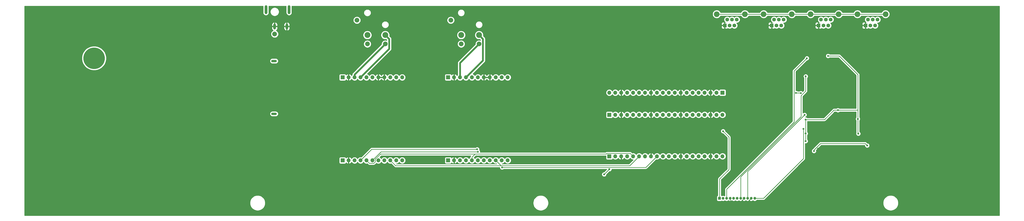
<source format=gbr>
%TF.GenerationSoftware,KiCad,Pcbnew,(5.1.10)-1*%
%TF.CreationDate,2022-05-27T13:17:46-06:00*%
%TF.ProjectId,Lift_02,4c696674-5f30-4322-9e6b-696361645f70,rev?*%
%TF.SameCoordinates,Original*%
%TF.FileFunction,Copper,L2,Bot*%
%TF.FilePolarity,Positive*%
%FSLAX46Y46*%
G04 Gerber Fmt 4.6, Leading zero omitted, Abs format (unit mm)*
G04 Created by KiCad (PCBNEW (5.1.10)-1) date 2022-05-27 13:17:46*
%MOMM*%
%LPD*%
G01*
G04 APERTURE LIST*
%TA.AperFunction,ComponentPad*%
%ADD10R,1.200000X1.200000*%
%TD*%
%TA.AperFunction,ComponentPad*%
%ADD11C,1.200000*%
%TD*%
%TA.AperFunction,ComponentPad*%
%ADD12O,1.700000X1.700000*%
%TD*%
%TA.AperFunction,ComponentPad*%
%ADD13R,1.700000X1.700000*%
%TD*%
%TA.AperFunction,ComponentPad*%
%ADD14C,9.200000*%
%TD*%
%TA.AperFunction,ComponentPad*%
%ADD15C,2.000000*%
%TD*%
%TA.AperFunction,ComponentPad*%
%ADD16C,2.500000*%
%TD*%
%TA.AperFunction,ComponentPad*%
%ADD17C,2.400000*%
%TD*%
%TA.AperFunction,ComponentPad*%
%ADD18C,1.600000*%
%TD*%
%TA.AperFunction,ComponentPad*%
%ADD19R,1.600000X1.600000*%
%TD*%
%TA.AperFunction,ComponentPad*%
%ADD20O,2.400000X1.000000*%
%TD*%
%TA.AperFunction,ComponentPad*%
%ADD21O,1.200000X3.800000*%
%TD*%
%TA.AperFunction,ComponentPad*%
%ADD22O,1.200000X2.500000*%
%TD*%
%TA.AperFunction,ViaPad*%
%ADD23C,0.800000*%
%TD*%
%TA.AperFunction,Conductor*%
%ADD24C,0.250000*%
%TD*%
%TA.AperFunction,Conductor*%
%ADD25C,0.800000*%
%TD*%
%TA.AperFunction,Conductor*%
%ADD26C,0.254000*%
%TD*%
%TA.AperFunction,Conductor*%
%ADD27C,0.100000*%
%TD*%
G04 APERTURE END LIST*
D10*
%TO.P,J7,1*%
%TO.N,Net-(J7-Pad1)*%
X297000000Y-83000000D03*
D11*
%TO.P,J7,2*%
%TO.N,+5V*%
X298500000Y-83000000D03*
%TO.P,J7,3*%
%TO.N,/Switch_En\u005CDis_Out*%
X300000000Y-83000000D03*
%TO.P,J7,4*%
%TO.N,GND*%
X301500000Y-83000000D03*
%TO.P,J7,5*%
%TO.N,Net-(J7-Pad5)*%
X303000000Y-83000000D03*
%TO.P,J7,6*%
%TO.N,+5V*%
X304500000Y-83000000D03*
%TO.P,J7,7*%
%TO.N,/Switch_Turbo_Out*%
X306000000Y-83000000D03*
%TO.P,J7,8*%
%TO.N,GND*%
X307500000Y-83000000D03*
%TO.P,J7,9*%
%TO.N,/Switch_Up_Out*%
X309000000Y-83000000D03*
%TO.P,J7,10*%
%TO.N,GND*%
X310500000Y-83000000D03*
%TO.P,J7,11*%
%TO.N,/Switch_Down_Out*%
X312000000Y-83000000D03*
%TD*%
D12*
%TO.P,J14,11*%
%TO.N,Net-(J14-Pad11)*%
X206650000Y-31190000D03*
%TO.P,J14,10*%
%TO.N,Net-(J14-Pad10)*%
X204110000Y-31190000D03*
%TO.P,J14,9*%
%TO.N,Net-(J14-Pad9)*%
X201570000Y-31190000D03*
%TO.P,J14,8*%
%TO.N,GND*%
X199030000Y-31190000D03*
%TO.P,J14,7*%
X196490000Y-31190000D03*
%TO.P,J14,6*%
%TO.N,/A1-2*%
X193950000Y-31190000D03*
%TO.P,J14,5*%
%TO.N,/A2-2*%
X191410000Y-31190000D03*
%TO.P,J14,4*%
%TO.N,/B1-2*%
X188870000Y-31190000D03*
%TO.P,J14,3*%
%TO.N,/B2-2*%
X186330000Y-31190000D03*
%TO.P,J14,2*%
%TO.N,GND*%
X183790000Y-31190000D03*
D13*
%TO.P,J14,1*%
%TO.N,+24V*%
X181250000Y-31190000D03*
%TD*%
D12*
%TO.P,J13,11*%
%TO.N,/GP7*%
X206650000Y-66750000D03*
%TO.P,J13,10*%
%TO.N,/GP6*%
X204110000Y-66750000D03*
%TO.P,J13,9*%
%TO.N,/GP4*%
X201570000Y-66750000D03*
%TO.P,J13,8*%
%TO.N,Net-(J13-Pad8)*%
X199030000Y-66750000D03*
%TO.P,J13,7*%
%TO.N,Net-(J13-Pad7)*%
X196490000Y-66750000D03*
%TO.P,J13,6*%
%TO.N,/SPI_RX*%
X193950000Y-66750000D03*
%TO.P,J13,5*%
%TO.N,/SPI_TX*%
X191410000Y-66750000D03*
%TO.P,J13,4*%
%TO.N,/SPI_SCK*%
X188870000Y-66750000D03*
%TO.P,J13,3*%
%TO.N,/SPI_CS_2*%
X186330000Y-66750000D03*
%TO.P,J13,2*%
%TO.N,GND*%
X183790000Y-66750000D03*
D13*
%TO.P,J13,1*%
%TO.N,/3V3_OUT*%
X181250000Y-66750000D03*
%TD*%
D12*
%TO.P,J10,11*%
%TO.N,Net-(J10-Pad11)*%
X161650000Y-31190000D03*
%TO.P,J10,10*%
%TO.N,Net-(J10-Pad10)*%
X159110000Y-31190000D03*
%TO.P,J10,9*%
%TO.N,Net-(J10-Pad9)*%
X156570000Y-31190000D03*
%TO.P,J10,8*%
%TO.N,GND*%
X154030000Y-31190000D03*
%TO.P,J10,7*%
X151490000Y-31190000D03*
%TO.P,J10,6*%
%TO.N,/A1*%
X148950000Y-31190000D03*
%TO.P,J10,5*%
%TO.N,/A2*%
X146410000Y-31190000D03*
%TO.P,J10,4*%
%TO.N,/B1*%
X143870000Y-31190000D03*
%TO.P,J10,3*%
%TO.N,/B2*%
X141330000Y-31190000D03*
%TO.P,J10,2*%
%TO.N,GND*%
X138790000Y-31190000D03*
D13*
%TO.P,J10,1*%
%TO.N,+24V*%
X136250000Y-31190000D03*
%TD*%
D12*
%TO.P,J8,11*%
%TO.N,/GP7*%
X161650000Y-66750000D03*
%TO.P,J8,10*%
%TO.N,/GP6*%
X159110000Y-66750000D03*
%TO.P,J8,9*%
%TO.N,/GP4*%
X156570000Y-66750000D03*
%TO.P,J8,8*%
%TO.N,Net-(J8-Pad8)*%
X154030000Y-66750000D03*
%TO.P,J8,7*%
%TO.N,Net-(J8-Pad7)*%
X151490000Y-66750000D03*
%TO.P,J8,6*%
%TO.N,/SPI_RX*%
X148950000Y-66750000D03*
%TO.P,J8,5*%
%TO.N,/SPI_TX*%
X146410000Y-66750000D03*
%TO.P,J8,4*%
%TO.N,/SPI_SCK*%
X143870000Y-66750000D03*
%TO.P,J8,3*%
%TO.N,/SPI_CS*%
X141330000Y-66750000D03*
%TO.P,J8,2*%
%TO.N,GND*%
X138790000Y-66750000D03*
D13*
%TO.P,J8,1*%
%TO.N,/3V3_OUT*%
X136250000Y-66750000D03*
%TD*%
D14*
%TO.P,MH1,1*%
%TO.N,GNDS*%
X30250000Y-23000000D03*
%TD*%
D15*
%TO.P,PS2,5*%
%TO.N,GNDS*%
X182370000Y-6715000D03*
%TO.P,PS2,4*%
%TO.N,/B2-2*%
X194430000Y-16885000D03*
D16*
%TO.P,PS2,3*%
%TO.N,/B1-2*%
X194430000Y-13070000D03*
%TO.P,PS2,2*%
%TO.N,/A2-2*%
X186810000Y-13070000D03*
D15*
%TO.P,PS2,1*%
%TO.N,/A1-2*%
X186810000Y-16885000D03*
%TD*%
%TO.P,PS1,5*%
%TO.N,GNDS*%
X142370000Y-6715000D03*
%TO.P,PS1,4*%
%TO.N,/B2*%
X154430000Y-16885000D03*
D16*
%TO.P,PS1,3*%
%TO.N,/B1*%
X154430000Y-13070000D03*
%TO.P,PS1,2*%
%TO.N,/A2*%
X146810000Y-13070000D03*
D15*
%TO.P,PS1,1*%
%TO.N,/A1*%
X146810000Y-16885000D03*
%TD*%
D12*
%TO.P,J12,20*%
%TO.N,/VBUS*%
X249990000Y-37750000D03*
%TO.P,J12,19*%
%TO.N,/VSYS*%
X252530000Y-37750000D03*
%TO.P,J12,18*%
%TO.N,GND*%
X255070000Y-37750000D03*
%TO.P,J12,17*%
%TO.N,/3V3_EN*%
X257610000Y-37750000D03*
%TO.P,J12,16*%
%TO.N,/3V3_OUT*%
X260150000Y-37750000D03*
%TO.P,J12,15*%
%TO.N,/ADC_REF*%
X262690000Y-37750000D03*
%TO.P,J12,14*%
%TO.N,/GP28*%
X265230000Y-37750000D03*
%TO.P,J12,13*%
%TO.N,GND*%
X267770000Y-37750000D03*
%TO.P,J12,12*%
%TO.N,/GP27*%
X270310000Y-37750000D03*
%TO.P,J12,11*%
%TO.N,/GP26*%
X272850000Y-37750000D03*
%TO.P,J12,10*%
%TO.N,/RUN*%
X275390000Y-37750000D03*
%TO.P,J12,9*%
%TO.N,/GP22*%
X277930000Y-37750000D03*
%TO.P,J12,8*%
%TO.N,GND*%
X280470000Y-37750000D03*
%TO.P,J12,7*%
%TO.N,/GP21*%
X283010000Y-37750000D03*
%TO.P,J12,6*%
%TO.N,/GP20*%
X285550000Y-37750000D03*
%TO.P,J12,5*%
%TO.N,/GP19*%
X288090000Y-37750000D03*
%TO.P,J12,4*%
%TO.N,/GP18*%
X290630000Y-37750000D03*
%TO.P,J12,3*%
%TO.N,GND*%
X293170000Y-37750000D03*
%TO.P,J12,2*%
%TO.N,/GP17*%
X295710000Y-37750000D03*
D13*
%TO.P,J12,1*%
%TO.N,/GP16*%
X298250000Y-37750000D03*
%TD*%
D17*
%TO.P,J6,SH*%
%TO.N,GNDS*%
X367800000Y-4130000D03*
X355800000Y-4130000D03*
D18*
%TO.P,J6,4*%
%TO.N,N/C*%
X362310000Y-6430000D03*
%TO.P,J6,3*%
X361290000Y-8970000D03*
%TO.P,J6,2*%
%TO.N,/Switch_Limit4_Out*%
X360270000Y-6430000D03*
D19*
%TO.P,J6,1*%
%TO.N,GND*%
X359250000Y-8970000D03*
D18*
%TO.P,J6,6*%
%TO.N,N/C*%
X364350000Y-6430000D03*
%TO.P,J6,5*%
X363330000Y-8970000D03*
%TD*%
D17*
%TO.P,J5,SH*%
%TO.N,GNDS*%
X347800000Y-4130000D03*
X335800000Y-4130000D03*
D18*
%TO.P,J5,4*%
%TO.N,N/C*%
X342310000Y-6430000D03*
%TO.P,J5,3*%
X341290000Y-8970000D03*
%TO.P,J5,2*%
%TO.N,/Switch_Limit3_Out*%
X340270000Y-6430000D03*
D19*
%TO.P,J5,1*%
%TO.N,GND*%
X339250000Y-8970000D03*
D18*
%TO.P,J5,6*%
%TO.N,N/C*%
X344350000Y-6430000D03*
%TO.P,J5,5*%
X343330000Y-8970000D03*
%TD*%
D12*
%TO.P,J4,20*%
%TO.N,/GP16*%
X298260000Y-47220000D03*
%TO.P,J4,19*%
%TO.N,/GP17*%
X295720000Y-47220000D03*
%TO.P,J4,18*%
%TO.N,GND*%
X293180000Y-47220000D03*
%TO.P,J4,17*%
%TO.N,/GP18*%
X290640000Y-47220000D03*
%TO.P,J4,16*%
%TO.N,/GP19*%
X288100000Y-47220000D03*
%TO.P,J4,15*%
%TO.N,/GP20*%
X285560000Y-47220000D03*
%TO.P,J4,14*%
%TO.N,/GP21*%
X283020000Y-47220000D03*
%TO.P,J4,13*%
%TO.N,GND*%
X280480000Y-47220000D03*
%TO.P,J4,12*%
%TO.N,/GP22*%
X277940000Y-47220000D03*
%TO.P,J4,11*%
%TO.N,/RUN*%
X275400000Y-47220000D03*
%TO.P,J4,10*%
%TO.N,/GP26*%
X272860000Y-47220000D03*
%TO.P,J4,9*%
%TO.N,/GP27*%
X270320000Y-47220000D03*
%TO.P,J4,8*%
%TO.N,GND*%
X267780000Y-47220000D03*
%TO.P,J4,7*%
%TO.N,/GP28*%
X265240000Y-47220000D03*
%TO.P,J4,6*%
%TO.N,/ADC_REF*%
X262700000Y-47220000D03*
%TO.P,J4,5*%
%TO.N,/3V3_OUT*%
X260160000Y-47220000D03*
%TO.P,J4,4*%
%TO.N,/3V3_EN*%
X257620000Y-47220000D03*
%TO.P,J4,3*%
%TO.N,GND*%
X255080000Y-47220000D03*
%TO.P,J4,2*%
%TO.N,/VSYS*%
X252540000Y-47220000D03*
D13*
%TO.P,J4,1*%
%TO.N,/VBUS*%
X250000000Y-47220000D03*
%TD*%
D12*
%TO.P,J3,20*%
%TO.N,/GP15*%
X298260000Y-65000000D03*
%TO.P,J3,19*%
%TO.N,/GP14*%
X295720000Y-65000000D03*
%TO.P,J3,18*%
%TO.N,GND*%
X293180000Y-65000000D03*
%TO.P,J3,17*%
%TO.N,/GP13*%
X290640000Y-65000000D03*
%TO.P,J3,16*%
%TO.N,/GP12*%
X288100000Y-65000000D03*
%TO.P,J3,15*%
%TO.N,/GP11*%
X285560000Y-65000000D03*
%TO.P,J3,14*%
%TO.N,/GP10*%
X283020000Y-65000000D03*
%TO.P,J3,13*%
%TO.N,GND*%
X280480000Y-65000000D03*
%TO.P,J3,12*%
%TO.N,/GP9*%
X277940000Y-65000000D03*
%TO.P,J3,11*%
%TO.N,/GP8*%
X275400000Y-65000000D03*
%TO.P,J3,10*%
%TO.N,/GP7*%
X272860000Y-65000000D03*
%TO.P,J3,9*%
%TO.N,/GP6*%
X270320000Y-65000000D03*
%TO.P,J3,8*%
%TO.N,GND*%
X267780000Y-65000000D03*
%TO.P,J3,7*%
%TO.N,/SPI_CS_2*%
X265240000Y-65000000D03*
%TO.P,J3,6*%
%TO.N,/GP4*%
X262700000Y-65000000D03*
%TO.P,J3,5*%
%TO.N,/SPI_TX*%
X260160000Y-65000000D03*
%TO.P,J3,4*%
%TO.N,/SPI_SCK*%
X257620000Y-65000000D03*
%TO.P,J3,3*%
%TO.N,GND*%
X255080000Y-65000000D03*
%TO.P,J3,2*%
%TO.N,/SPI_CS*%
X252540000Y-65000000D03*
D13*
%TO.P,J3,1*%
%TO.N,/SPI_RX*%
X250000000Y-65000000D03*
%TD*%
D17*
%TO.P,J2,SH*%
%TO.N,GNDS*%
X327800000Y-4130000D03*
X315800000Y-4130000D03*
D18*
%TO.P,J2,4*%
%TO.N,N/C*%
X322310000Y-6430000D03*
%TO.P,J2,3*%
X321290000Y-8970000D03*
%TO.P,J2,2*%
%TO.N,/Switch_Limit2_Out*%
X320270000Y-6430000D03*
D19*
%TO.P,J2,1*%
%TO.N,GND*%
X319250000Y-8970000D03*
D18*
%TO.P,J2,6*%
%TO.N,N/C*%
X324350000Y-6430000D03*
%TO.P,J2,5*%
X323330000Y-8970000D03*
%TD*%
D17*
%TO.P,J1,SH*%
%TO.N,GNDS*%
X307800000Y-4130000D03*
X295800000Y-4130000D03*
D18*
%TO.P,J1,4*%
%TO.N,N/C*%
X302310000Y-6430000D03*
%TO.P,J1,3*%
X301290000Y-8970000D03*
%TO.P,J1,2*%
%TO.N,/Switch_Limit1_Out*%
X300270000Y-6430000D03*
D19*
%TO.P,J1,1*%
%TO.N,GND*%
X299250000Y-8970000D03*
D18*
%TO.P,J1,6*%
%TO.N,N/C*%
X304350000Y-6430000D03*
%TO.P,J1,5*%
X303330000Y-8970000D03*
%TD*%
D20*
%TO.P,F1,1*%
%TO.N,Net-(C1-Pad1)*%
X107000000Y-24187000D03*
%TO.P,F1,2*%
%TO.N,+24V*%
X107000000Y-46813000D03*
%TD*%
D21*
%TO.P,DC1,1*%
%TO.N,GNDS*%
X113400000Y-2175000D03*
%TO.P,DC1,6*%
X103550000Y-2175000D03*
D15*
%TO.P,DC1,4*%
%TO.N,Net-(C1-Pad1)*%
X107270000Y-12625000D03*
D22*
%TO.P,DC1,2*%
%TO.N,GND*%
X112470000Y-9375000D03*
%TO.P,DC1,3*%
X107270000Y-9375000D03*
%TD*%
D23*
%TO.N,GND*%
X337250000Y-56250000D03*
X339000000Y-61750000D03*
X352500000Y-56750000D03*
X301500000Y-85675000D03*
%TO.N,/GP8*%
X329598432Y-37848432D03*
X331694448Y-37944448D03*
%TO.N,/GP6*%
X204250000Y-69775000D03*
%TO.N,/SPI_SCK*%
X193620010Y-61999990D03*
%TO.N,/SPI_CS*%
X247750000Y-72750000D03*
X250000000Y-70550000D03*
%TO.N,/SPI_RX*%
X193950000Y-63050000D03*
%TO.N,/3V3_OUT*%
X343274990Y-22024990D03*
X356000000Y-49000000D03*
X356187500Y-55312500D03*
X333750000Y-55250000D03*
X333750000Y-58500000D03*
X333750000Y-49250000D03*
X347500000Y-45250000D03*
%TO.N,Net-(J7-Pad1)*%
X298500000Y-54250000D03*
%TO.N,/Switch_Limit1_Out*%
X359968934Y-60377082D03*
X337250000Y-62750000D03*
%TO.N,/Switch_Down_Out*%
X332750000Y-53250000D03*
%TO.N,/Switch_Up_Out*%
X333250000Y-47250000D03*
%TO.N,/Switch_Turbo_Out*%
X333750000Y-30750000D03*
%TO.N,/Switch_En\u005CDis_Out*%
X334250000Y-23000000D03*
%TD*%
D24*
%TO.N,GND*%
X301500000Y-83000000D02*
X301500000Y-85675000D01*
X304825000Y-85675000D02*
X307500000Y-83000000D01*
X301500000Y-85675000D02*
X304825000Y-85675000D01*
X307825000Y-85675000D02*
X310500000Y-83000000D01*
X304825000Y-85675000D02*
X307825000Y-85675000D01*
%TO.N,GNDS*%
X367800000Y-4130000D02*
X355800000Y-4130000D01*
X355800000Y-4130000D02*
X347800000Y-4130000D01*
X335800000Y-4130000D02*
X347800000Y-4130000D01*
X335800000Y-4130000D02*
X327800000Y-4130000D01*
X327800000Y-4130000D02*
X315800000Y-4130000D01*
X315800000Y-4130000D02*
X307800000Y-4130000D01*
X307800000Y-4130000D02*
X295800000Y-4130000D01*
%TO.N,/GP8*%
X331598432Y-37848432D02*
X331694448Y-37944448D01*
X329598432Y-37848432D02*
X331598432Y-37848432D01*
%TO.N,/GP6*%
X265545000Y-69775000D02*
X204250000Y-69775000D01*
X270320000Y-65000000D02*
X265545000Y-69775000D01*
%TO.N,/GP4*%
X262700000Y-65000000D02*
X258700000Y-69000000D01*
X203820000Y-69000000D02*
X201570000Y-66750000D01*
X258700000Y-69000000D02*
X203820000Y-69000000D01*
X158820000Y-69000000D02*
X156570000Y-66750000D01*
X203820000Y-69000000D02*
X158820000Y-69000000D01*
%TO.N,/SPI_TX*%
X150175001Y-67338001D02*
X150175001Y-66251997D01*
X149538001Y-67975001D02*
X150175001Y-67338001D01*
X150175001Y-66251997D02*
X152426998Y-64000000D01*
X147635001Y-67975001D02*
X149538001Y-67975001D01*
X146410000Y-66750000D02*
X147635001Y-67975001D01*
X152426998Y-64000000D02*
X192750000Y-64000000D01*
X191410000Y-65340000D02*
X192750000Y-64000000D01*
X191410000Y-66750000D02*
X191410000Y-65340000D01*
X258934999Y-63774999D02*
X260160000Y-65000000D01*
X248849999Y-63774999D02*
X258934999Y-63774999D01*
X248624998Y-64000000D02*
X248849999Y-63774999D01*
X192750000Y-64000000D02*
X248624998Y-64000000D01*
%TO.N,/SPI_SCK*%
X148620010Y-61999990D02*
X143870000Y-66750000D01*
X193620010Y-61999990D02*
X148620010Y-61999990D01*
%TO.N,/SPI_CS*%
X249950000Y-70550000D02*
X250000000Y-70550000D01*
X247750000Y-72750000D02*
X249950000Y-70550000D01*
%TO.N,/SPI_RX*%
X152650000Y-63050000D02*
X193950000Y-63050000D01*
X148950000Y-66750000D02*
X152650000Y-63050000D01*
%TO.N,/3V3_OUT*%
X343299980Y-22000000D02*
X343274990Y-22024990D01*
X356000000Y-55125000D02*
X356187500Y-55312500D01*
X356000000Y-49000000D02*
X356000000Y-55125000D01*
X348024990Y-22024990D02*
X343274990Y-22024990D01*
X356000000Y-30000000D02*
X348024990Y-22024990D01*
X333750000Y-55250000D02*
X333750000Y-58500000D01*
X333750000Y-49250000D02*
X333750000Y-55250000D01*
X333750000Y-49250000D02*
X341750000Y-49250000D01*
X341750000Y-49250000D02*
X345750000Y-45250000D01*
X345750000Y-45250000D02*
X347500000Y-45250000D01*
X347500000Y-45250000D02*
X356000000Y-45250000D01*
X356000000Y-45250000D02*
X356000000Y-30000000D01*
X356000000Y-49000000D02*
X356000000Y-45250000D01*
D25*
%TO.N,/B1*%
X156080001Y-14720001D02*
X154430000Y-13070000D01*
X156080001Y-18979999D02*
X156080001Y-14720001D01*
X143870000Y-31190000D02*
X156080001Y-18979999D01*
%TO.N,/B2*%
X141330000Y-29985000D02*
X154430000Y-16885000D01*
X141330000Y-31190000D02*
X141330000Y-29985000D01*
%TO.N,/B2-2*%
X186330000Y-24985000D02*
X194430000Y-16885000D01*
X186330000Y-31190000D02*
X186330000Y-24985000D01*
%TO.N,/B1-2*%
X196080001Y-14720001D02*
X194430000Y-13070000D01*
X196080001Y-23979999D02*
X196080001Y-14720001D01*
X188870000Y-31190000D02*
X196080001Y-23979999D01*
D24*
%TO.N,Net-(J7-Pad1)*%
X301000000Y-56750000D02*
X298500000Y-54250000D01*
X301000000Y-70700000D02*
X301000000Y-56750000D01*
X297000000Y-74700000D02*
X300600000Y-71100000D01*
X297000000Y-83000000D02*
X297000000Y-74700000D01*
X300600000Y-71100000D02*
X301000000Y-70700000D01*
X298691060Y-73008940D02*
X300600000Y-71100000D01*
%TO.N,/Switch_Limit1_Out*%
X337250000Y-62352998D02*
X337250000Y-62750000D01*
X359968934Y-60377082D02*
X359091852Y-59500000D01*
X340102998Y-59500000D02*
X339051499Y-60551499D01*
X359091852Y-59500000D02*
X340102998Y-59500000D01*
X339051499Y-60551499D02*
X337250000Y-62352998D01*
X339225916Y-60377082D02*
X339051499Y-60551499D01*
%TO.N,/Switch_Down_Out*%
X332750000Y-66000000D02*
X331750000Y-67000000D01*
X332750000Y-53250000D02*
X332750000Y-66000000D01*
X315750000Y-83000000D02*
X316875000Y-81875000D01*
X312000000Y-83000000D02*
X315750000Y-83000000D01*
X316875000Y-81875000D02*
X316650000Y-82100000D01*
X331750000Y-67000000D02*
X316875000Y-81875000D01*
%TO.N,/Switch_Up_Out*%
X309000000Y-83000000D02*
X309000000Y-71500000D01*
X309000000Y-71500000D02*
X310000000Y-70500000D01*
X310000000Y-70500000D02*
X333250000Y-47250000D01*
X309600000Y-70900000D02*
X310000000Y-70500000D01*
%TO.N,/Switch_Turbo_Out*%
X333750000Y-37035898D02*
X333750000Y-30750000D01*
X331750000Y-39035898D02*
X333750000Y-37035898D01*
X331750000Y-48042880D02*
X331750000Y-39035898D01*
X306000000Y-73792880D02*
X307896440Y-71896440D01*
X306000000Y-83000000D02*
X306000000Y-73792880D01*
X307896440Y-71896440D02*
X331750000Y-48042880D01*
%TO.N,/Switch_En\u005CDis_Out*%
X328823431Y-28426569D02*
X328823431Y-50262329D01*
X334250000Y-23000000D02*
X328823431Y-28426569D01*
X300000000Y-79085760D02*
X307042880Y-72042880D01*
X300000000Y-83000000D02*
X300000000Y-79085760D01*
X307042880Y-72042880D02*
X306835760Y-72250000D01*
X328823431Y-50262329D02*
X307042880Y-72042880D01*
%TD*%
D26*
%TO.N,GND*%
X102315000Y-814336D02*
X102315001Y-3535665D01*
X102332871Y-3717102D01*
X102403490Y-3949901D01*
X102518168Y-4164449D01*
X102672499Y-4352502D01*
X102860552Y-4506833D01*
X103075100Y-4621511D01*
X103307899Y-4692130D01*
X103550000Y-4715975D01*
X103792102Y-4692130D01*
X104024901Y-4621511D01*
X104239449Y-4506833D01*
X104427502Y-4352502D01*
X104581833Y-4164449D01*
X104696511Y-3949901D01*
X104767130Y-3717102D01*
X104785000Y-3535665D01*
X104785000Y-2939344D01*
X105385000Y-2939344D01*
X105385000Y-3310656D01*
X105457439Y-3674834D01*
X105599534Y-4017882D01*
X105805825Y-4326618D01*
X106068382Y-4589175D01*
X106377118Y-4795466D01*
X106720166Y-4937561D01*
X107084344Y-5010000D01*
X107455656Y-5010000D01*
X107819834Y-4937561D01*
X108162882Y-4795466D01*
X108471618Y-4589175D01*
X108734175Y-4326618D01*
X108940466Y-4017882D01*
X109082561Y-3674834D01*
X109155000Y-3310656D01*
X109155000Y-2939344D01*
X109082561Y-2575166D01*
X108940466Y-2232118D01*
X108734175Y-1923382D01*
X108471618Y-1660825D01*
X108162882Y-1454534D01*
X107819834Y-1312439D01*
X107455656Y-1240000D01*
X107084344Y-1240000D01*
X106720166Y-1312439D01*
X106377118Y-1454534D01*
X106068382Y-1660825D01*
X105805825Y-1923382D01*
X105599534Y-2232118D01*
X105457439Y-2575166D01*
X105385000Y-2939344D01*
X104785000Y-2939344D01*
X104785000Y-814335D01*
X104772262Y-685000D01*
X112177738Y-685000D01*
X112165000Y-814336D01*
X112165001Y-3535665D01*
X112182871Y-3717102D01*
X112253490Y-3949901D01*
X112368168Y-4164449D01*
X112522499Y-4352502D01*
X112710552Y-4506833D01*
X112925100Y-4621511D01*
X113157899Y-4692130D01*
X113400000Y-4715975D01*
X113642102Y-4692130D01*
X113874901Y-4621511D01*
X114089449Y-4506833D01*
X114277502Y-4352502D01*
X114431833Y-4164449D01*
X114546511Y-3949901D01*
X114617130Y-3717102D01*
X114635000Y-3535665D01*
X114635000Y-3393816D01*
X145275000Y-3393816D01*
X145275000Y-3696184D01*
X145333989Y-3992743D01*
X145449701Y-4272095D01*
X145617688Y-4523505D01*
X145831495Y-4737312D01*
X146082905Y-4905299D01*
X146362257Y-5021011D01*
X146658816Y-5080000D01*
X146961184Y-5080000D01*
X147257743Y-5021011D01*
X147537095Y-4905299D01*
X147788505Y-4737312D01*
X148002312Y-4523505D01*
X148170299Y-4272095D01*
X148286011Y-3992743D01*
X148345000Y-3696184D01*
X148345000Y-3393816D01*
X185275000Y-3393816D01*
X185275000Y-3696184D01*
X185333989Y-3992743D01*
X185449701Y-4272095D01*
X185617688Y-4523505D01*
X185831495Y-4737312D01*
X186082905Y-4905299D01*
X186362257Y-5021011D01*
X186658816Y-5080000D01*
X186961184Y-5080000D01*
X187257743Y-5021011D01*
X187537095Y-4905299D01*
X187788505Y-4737312D01*
X188002312Y-4523505D01*
X188170299Y-4272095D01*
X188286011Y-3992743D01*
X188294658Y-3949268D01*
X293965000Y-3949268D01*
X293965000Y-4310732D01*
X294035518Y-4665250D01*
X294173844Y-4999199D01*
X294374662Y-5299744D01*
X294630256Y-5555338D01*
X294930801Y-5756156D01*
X295264750Y-5894482D01*
X295619268Y-5965000D01*
X295980732Y-5965000D01*
X296335250Y-5894482D01*
X296669199Y-5756156D01*
X296969744Y-5555338D01*
X297225338Y-5299744D01*
X297426156Y-4999199D01*
X297471388Y-4890000D01*
X306128612Y-4890000D01*
X306173844Y-4999199D01*
X306374662Y-5299744D01*
X306630256Y-5555338D01*
X306930801Y-5756156D01*
X307264750Y-5894482D01*
X307619268Y-5965000D01*
X307980732Y-5965000D01*
X308335250Y-5894482D01*
X308669199Y-5756156D01*
X308969744Y-5555338D01*
X309225338Y-5299744D01*
X309426156Y-4999199D01*
X309471388Y-4890000D01*
X314128612Y-4890000D01*
X314173844Y-4999199D01*
X314374662Y-5299744D01*
X314630256Y-5555338D01*
X314930801Y-5756156D01*
X315264750Y-5894482D01*
X315619268Y-5965000D01*
X315980732Y-5965000D01*
X316335250Y-5894482D01*
X316669199Y-5756156D01*
X316969744Y-5555338D01*
X317225338Y-5299744D01*
X317426156Y-4999199D01*
X317471388Y-4890000D01*
X326128612Y-4890000D01*
X326173844Y-4999199D01*
X326374662Y-5299744D01*
X326630256Y-5555338D01*
X326930801Y-5756156D01*
X327264750Y-5894482D01*
X327619268Y-5965000D01*
X327980732Y-5965000D01*
X328335250Y-5894482D01*
X328669199Y-5756156D01*
X328969744Y-5555338D01*
X329225338Y-5299744D01*
X329426156Y-4999199D01*
X329471388Y-4890000D01*
X334128612Y-4890000D01*
X334173844Y-4999199D01*
X334374662Y-5299744D01*
X334630256Y-5555338D01*
X334930801Y-5756156D01*
X335264750Y-5894482D01*
X335619268Y-5965000D01*
X335980732Y-5965000D01*
X336335250Y-5894482D01*
X336669199Y-5756156D01*
X336969744Y-5555338D01*
X337225338Y-5299744D01*
X337426156Y-4999199D01*
X337471388Y-4890000D01*
X346128612Y-4890000D01*
X346173844Y-4999199D01*
X346374662Y-5299744D01*
X346630256Y-5555338D01*
X346930801Y-5756156D01*
X347264750Y-5894482D01*
X347619268Y-5965000D01*
X347980732Y-5965000D01*
X348335250Y-5894482D01*
X348669199Y-5756156D01*
X348969744Y-5555338D01*
X349225338Y-5299744D01*
X349426156Y-4999199D01*
X349471388Y-4890000D01*
X354128612Y-4890000D01*
X354173844Y-4999199D01*
X354374662Y-5299744D01*
X354630256Y-5555338D01*
X354930801Y-5756156D01*
X355264750Y-5894482D01*
X355619268Y-5965000D01*
X355980732Y-5965000D01*
X356335250Y-5894482D01*
X356669199Y-5756156D01*
X356969744Y-5555338D01*
X357225338Y-5299744D01*
X357426156Y-4999199D01*
X357471388Y-4890000D01*
X366128612Y-4890000D01*
X366173844Y-4999199D01*
X366374662Y-5299744D01*
X366630256Y-5555338D01*
X366930801Y-5756156D01*
X367264750Y-5894482D01*
X367619268Y-5965000D01*
X367980732Y-5965000D01*
X368335250Y-5894482D01*
X368669199Y-5756156D01*
X368969744Y-5555338D01*
X369225338Y-5299744D01*
X369426156Y-4999199D01*
X369564482Y-4665250D01*
X369635000Y-4310732D01*
X369635000Y-3949268D01*
X369564482Y-3594750D01*
X369426156Y-3260801D01*
X369225338Y-2960256D01*
X368969744Y-2704662D01*
X368669199Y-2503844D01*
X368335250Y-2365518D01*
X367980732Y-2295000D01*
X367619268Y-2295000D01*
X367264750Y-2365518D01*
X366930801Y-2503844D01*
X366630256Y-2704662D01*
X366374662Y-2960256D01*
X366173844Y-3260801D01*
X366128612Y-3370000D01*
X357471388Y-3370000D01*
X357426156Y-3260801D01*
X357225338Y-2960256D01*
X356969744Y-2704662D01*
X356669199Y-2503844D01*
X356335250Y-2365518D01*
X355980732Y-2295000D01*
X355619268Y-2295000D01*
X355264750Y-2365518D01*
X354930801Y-2503844D01*
X354630256Y-2704662D01*
X354374662Y-2960256D01*
X354173844Y-3260801D01*
X354128612Y-3370000D01*
X349471388Y-3370000D01*
X349426156Y-3260801D01*
X349225338Y-2960256D01*
X348969744Y-2704662D01*
X348669199Y-2503844D01*
X348335250Y-2365518D01*
X347980732Y-2295000D01*
X347619268Y-2295000D01*
X347264750Y-2365518D01*
X346930801Y-2503844D01*
X346630256Y-2704662D01*
X346374662Y-2960256D01*
X346173844Y-3260801D01*
X346128612Y-3370000D01*
X337471388Y-3370000D01*
X337426156Y-3260801D01*
X337225338Y-2960256D01*
X336969744Y-2704662D01*
X336669199Y-2503844D01*
X336335250Y-2365518D01*
X335980732Y-2295000D01*
X335619268Y-2295000D01*
X335264750Y-2365518D01*
X334930801Y-2503844D01*
X334630256Y-2704662D01*
X334374662Y-2960256D01*
X334173844Y-3260801D01*
X334128612Y-3370000D01*
X329471388Y-3370000D01*
X329426156Y-3260801D01*
X329225338Y-2960256D01*
X328969744Y-2704662D01*
X328669199Y-2503844D01*
X328335250Y-2365518D01*
X327980732Y-2295000D01*
X327619268Y-2295000D01*
X327264750Y-2365518D01*
X326930801Y-2503844D01*
X326630256Y-2704662D01*
X326374662Y-2960256D01*
X326173844Y-3260801D01*
X326128612Y-3370000D01*
X317471388Y-3370000D01*
X317426156Y-3260801D01*
X317225338Y-2960256D01*
X316969744Y-2704662D01*
X316669199Y-2503844D01*
X316335250Y-2365518D01*
X315980732Y-2295000D01*
X315619268Y-2295000D01*
X315264750Y-2365518D01*
X314930801Y-2503844D01*
X314630256Y-2704662D01*
X314374662Y-2960256D01*
X314173844Y-3260801D01*
X314128612Y-3370000D01*
X309471388Y-3370000D01*
X309426156Y-3260801D01*
X309225338Y-2960256D01*
X308969744Y-2704662D01*
X308669199Y-2503844D01*
X308335250Y-2365518D01*
X307980732Y-2295000D01*
X307619268Y-2295000D01*
X307264750Y-2365518D01*
X306930801Y-2503844D01*
X306630256Y-2704662D01*
X306374662Y-2960256D01*
X306173844Y-3260801D01*
X306128612Y-3370000D01*
X297471388Y-3370000D01*
X297426156Y-3260801D01*
X297225338Y-2960256D01*
X296969744Y-2704662D01*
X296669199Y-2503844D01*
X296335250Y-2365518D01*
X295980732Y-2295000D01*
X295619268Y-2295000D01*
X295264750Y-2365518D01*
X294930801Y-2503844D01*
X294630256Y-2704662D01*
X294374662Y-2960256D01*
X294173844Y-3260801D01*
X294035518Y-3594750D01*
X293965000Y-3949268D01*
X188294658Y-3949268D01*
X188345000Y-3696184D01*
X188345000Y-3393816D01*
X188286011Y-3097257D01*
X188170299Y-2817905D01*
X188002312Y-2566495D01*
X187788505Y-2352688D01*
X187537095Y-2184701D01*
X187257743Y-2068989D01*
X186961184Y-2010000D01*
X186658816Y-2010000D01*
X186362257Y-2068989D01*
X186082905Y-2184701D01*
X185831495Y-2352688D01*
X185617688Y-2566495D01*
X185449701Y-2817905D01*
X185333989Y-3097257D01*
X185275000Y-3393816D01*
X148345000Y-3393816D01*
X148286011Y-3097257D01*
X148170299Y-2817905D01*
X148002312Y-2566495D01*
X147788505Y-2352688D01*
X147537095Y-2184701D01*
X147257743Y-2068989D01*
X146961184Y-2010000D01*
X146658816Y-2010000D01*
X146362257Y-2068989D01*
X146082905Y-2184701D01*
X145831495Y-2352688D01*
X145617688Y-2566495D01*
X145449701Y-2817905D01*
X145333989Y-3097257D01*
X145275000Y-3393816D01*
X114635000Y-3393816D01*
X114635000Y-814335D01*
X114622262Y-685000D01*
X416340001Y-685000D01*
X416340000Y-90340000D01*
X660000Y-90340000D01*
X660000Y-84676456D01*
X96715000Y-84676456D01*
X96715000Y-85323544D01*
X96841240Y-85958199D01*
X97088871Y-86556031D01*
X97448374Y-87094066D01*
X97905934Y-87551626D01*
X98443969Y-87911129D01*
X99041801Y-88158760D01*
X99676456Y-88285000D01*
X100323544Y-88285000D01*
X100958199Y-88158760D01*
X101556031Y-87911129D01*
X102094066Y-87551626D01*
X102551626Y-87094066D01*
X102911129Y-86556031D01*
X103158760Y-85958199D01*
X103285000Y-85323544D01*
X103285000Y-84676456D01*
X217465000Y-84676456D01*
X217465000Y-85323544D01*
X217591240Y-85958199D01*
X217838871Y-86556031D01*
X218198374Y-87094066D01*
X218655934Y-87551626D01*
X219193969Y-87911129D01*
X219791801Y-88158760D01*
X220426456Y-88285000D01*
X221073544Y-88285000D01*
X221708199Y-88158760D01*
X222306031Y-87911129D01*
X222844066Y-87551626D01*
X223301626Y-87094066D01*
X223661129Y-86556031D01*
X223908760Y-85958199D01*
X224035000Y-85323544D01*
X224035000Y-84676456D01*
X366715000Y-84676456D01*
X366715000Y-85323544D01*
X366841240Y-85958199D01*
X367088871Y-86556031D01*
X367448374Y-87094066D01*
X367905934Y-87551626D01*
X368443969Y-87911129D01*
X369041801Y-88158760D01*
X369676456Y-88285000D01*
X370323544Y-88285000D01*
X370958199Y-88158760D01*
X371556031Y-87911129D01*
X372094066Y-87551626D01*
X372551626Y-87094066D01*
X372911129Y-86556031D01*
X373158760Y-85958199D01*
X373285000Y-85323544D01*
X373285000Y-84676456D01*
X373158760Y-84041801D01*
X372911129Y-83443969D01*
X372551626Y-82905934D01*
X372094066Y-82448374D01*
X371556031Y-82088871D01*
X370958199Y-81841240D01*
X370323544Y-81715000D01*
X369676456Y-81715000D01*
X369041801Y-81841240D01*
X368443969Y-82088871D01*
X367905934Y-82448374D01*
X367448374Y-82905934D01*
X367088871Y-83443969D01*
X366841240Y-84041801D01*
X366715000Y-84676456D01*
X224035000Y-84676456D01*
X223908760Y-84041801D01*
X223661129Y-83443969D01*
X223301626Y-82905934D01*
X222844066Y-82448374D01*
X222771670Y-82400000D01*
X295761928Y-82400000D01*
X295761928Y-83600000D01*
X295774188Y-83724482D01*
X295810498Y-83844180D01*
X295869463Y-83954494D01*
X295948815Y-84051185D01*
X296045506Y-84130537D01*
X296155820Y-84189502D01*
X296275518Y-84225812D01*
X296400000Y-84238072D01*
X297600000Y-84238072D01*
X297724482Y-84225812D01*
X297844180Y-84189502D01*
X297954494Y-84130537D01*
X297970478Y-84117419D01*
X298139764Y-84187540D01*
X298378363Y-84235000D01*
X298621637Y-84235000D01*
X298860236Y-84187540D01*
X299084992Y-84094443D01*
X299250000Y-83984188D01*
X299415008Y-84094443D01*
X299639764Y-84187540D01*
X299878363Y-84235000D01*
X300121637Y-84235000D01*
X300360236Y-84187540D01*
X300584992Y-84094443D01*
X300787267Y-83959287D01*
X300841533Y-83905021D01*
X300877148Y-84073348D01*
X301098516Y-84174237D01*
X301335313Y-84230000D01*
X301578438Y-84238495D01*
X301818549Y-84199395D01*
X302046418Y-84114202D01*
X302122852Y-84073348D01*
X302158467Y-83905021D01*
X302212733Y-83959287D01*
X302415008Y-84094443D01*
X302639764Y-84187540D01*
X302878363Y-84235000D01*
X303121637Y-84235000D01*
X303360236Y-84187540D01*
X303584992Y-84094443D01*
X303750000Y-83984188D01*
X303915008Y-84094443D01*
X304139764Y-84187540D01*
X304378363Y-84235000D01*
X304621637Y-84235000D01*
X304860236Y-84187540D01*
X305084992Y-84094443D01*
X305250000Y-83984188D01*
X305415008Y-84094443D01*
X305639764Y-84187540D01*
X305878363Y-84235000D01*
X306121637Y-84235000D01*
X306360236Y-84187540D01*
X306584992Y-84094443D01*
X306787267Y-83959287D01*
X306841533Y-83905021D01*
X306877148Y-84073348D01*
X307098516Y-84174237D01*
X307335313Y-84230000D01*
X307578438Y-84238495D01*
X307818549Y-84199395D01*
X308046418Y-84114202D01*
X308122852Y-84073348D01*
X308158467Y-83905021D01*
X308212733Y-83959287D01*
X308415008Y-84094443D01*
X308639764Y-84187540D01*
X308878363Y-84235000D01*
X309121637Y-84235000D01*
X309360236Y-84187540D01*
X309584992Y-84094443D01*
X309787267Y-83959287D01*
X309841533Y-83905021D01*
X309877148Y-84073348D01*
X310098516Y-84174237D01*
X310335313Y-84230000D01*
X310578438Y-84238495D01*
X310818549Y-84199395D01*
X311046418Y-84114202D01*
X311122852Y-84073348D01*
X311158467Y-83905021D01*
X311212733Y-83959287D01*
X311415008Y-84094443D01*
X311639764Y-84187540D01*
X311878363Y-84235000D01*
X312121637Y-84235000D01*
X312360236Y-84187540D01*
X312584992Y-84094443D01*
X312787267Y-83959287D01*
X312959287Y-83787267D01*
X312977506Y-83760000D01*
X315712678Y-83760000D01*
X315750000Y-83763676D01*
X315787322Y-83760000D01*
X315787333Y-83760000D01*
X315898986Y-83749003D01*
X316042247Y-83705546D01*
X316174276Y-83634974D01*
X316290001Y-83540001D01*
X316313804Y-83510998D01*
X317438799Y-82386003D01*
X317438804Y-82385997D01*
X332313799Y-67511003D01*
X332313803Y-67510998D01*
X333261003Y-66563799D01*
X333290001Y-66540001D01*
X333384974Y-66424276D01*
X333455546Y-66292247D01*
X333499003Y-66148986D01*
X333510000Y-66037333D01*
X333513677Y-66000000D01*
X333510000Y-65962667D01*
X333510000Y-62648061D01*
X336215000Y-62648061D01*
X336215000Y-62851939D01*
X336254774Y-63051898D01*
X336332795Y-63240256D01*
X336446063Y-63409774D01*
X336590226Y-63553937D01*
X336759744Y-63667205D01*
X336948102Y-63745226D01*
X337148061Y-63785000D01*
X337351939Y-63785000D01*
X337551898Y-63745226D01*
X337740256Y-63667205D01*
X337909774Y-63553937D01*
X338053937Y-63409774D01*
X338167205Y-63240256D01*
X338245226Y-63051898D01*
X338285000Y-62851939D01*
X338285000Y-62648061D01*
X338245226Y-62448102D01*
X338240678Y-62437122D01*
X339615298Y-61062502D01*
X339615302Y-61062497D01*
X340417800Y-60260000D01*
X358777051Y-60260000D01*
X358933934Y-60416883D01*
X358933934Y-60479021D01*
X358973708Y-60678980D01*
X359051729Y-60867338D01*
X359164997Y-61036856D01*
X359309160Y-61181019D01*
X359478678Y-61294287D01*
X359667036Y-61372308D01*
X359866995Y-61412082D01*
X360070873Y-61412082D01*
X360270832Y-61372308D01*
X360459190Y-61294287D01*
X360628708Y-61181019D01*
X360772871Y-61036856D01*
X360886139Y-60867338D01*
X360964160Y-60678980D01*
X361003934Y-60479021D01*
X361003934Y-60275143D01*
X360964160Y-60075184D01*
X360886139Y-59886826D01*
X360772871Y-59717308D01*
X360628708Y-59573145D01*
X360459190Y-59459877D01*
X360270832Y-59381856D01*
X360070873Y-59342082D01*
X360008735Y-59342082D01*
X359655655Y-58989002D01*
X359631853Y-58959999D01*
X359516128Y-58865026D01*
X359384099Y-58794454D01*
X359240838Y-58750997D01*
X359129185Y-58740000D01*
X359129174Y-58740000D01*
X359091852Y-58736324D01*
X359054530Y-58740000D01*
X340140320Y-58740000D01*
X340102997Y-58736324D01*
X340065674Y-58740000D01*
X340065665Y-58740000D01*
X339954012Y-58750997D01*
X339818027Y-58792247D01*
X339810751Y-58794454D01*
X339678721Y-58865026D01*
X339595081Y-58933668D01*
X339562997Y-58959999D01*
X339539199Y-58988997D01*
X338714914Y-59813283D01*
X338540502Y-59987695D01*
X338540496Y-59987700D01*
X336739003Y-61789194D01*
X336709999Y-61812997D01*
X336678808Y-61851004D01*
X336615026Y-61928722D01*
X336614386Y-61929920D01*
X336590226Y-61946063D01*
X336446063Y-62090226D01*
X336332795Y-62259744D01*
X336254774Y-62448102D01*
X336215000Y-62648061D01*
X333510000Y-62648061D01*
X333510000Y-59507538D01*
X333648061Y-59535000D01*
X333851939Y-59535000D01*
X334051898Y-59495226D01*
X334240256Y-59417205D01*
X334409774Y-59303937D01*
X334553937Y-59159774D01*
X334667205Y-58990256D01*
X334745226Y-58801898D01*
X334785000Y-58601939D01*
X334785000Y-58398061D01*
X334745226Y-58198102D01*
X334667205Y-58009744D01*
X334553937Y-57840226D01*
X334510000Y-57796289D01*
X334510000Y-55953711D01*
X334553937Y-55909774D01*
X334667205Y-55740256D01*
X334745226Y-55551898D01*
X334785000Y-55351939D01*
X334785000Y-55148061D01*
X334745226Y-54948102D01*
X334667205Y-54759744D01*
X334553937Y-54590226D01*
X334510000Y-54546289D01*
X334510000Y-50010000D01*
X341712678Y-50010000D01*
X341750000Y-50013676D01*
X341787322Y-50010000D01*
X341787333Y-50010000D01*
X341898986Y-49999003D01*
X342042247Y-49955546D01*
X342174276Y-49884974D01*
X342290001Y-49790001D01*
X342313804Y-49760997D01*
X346064802Y-46010000D01*
X346796289Y-46010000D01*
X346840226Y-46053937D01*
X347009744Y-46167205D01*
X347198102Y-46245226D01*
X347398061Y-46285000D01*
X347601939Y-46285000D01*
X347801898Y-46245226D01*
X347990256Y-46167205D01*
X348159774Y-46053937D01*
X348203711Y-46010000D01*
X355240001Y-46010000D01*
X355240000Y-48296289D01*
X355196063Y-48340226D01*
X355082795Y-48509744D01*
X355004774Y-48698102D01*
X354965000Y-48898061D01*
X354965000Y-49101939D01*
X355004774Y-49301898D01*
X355082795Y-49490256D01*
X355196063Y-49659774D01*
X355240000Y-49703711D01*
X355240001Y-54895380D01*
X355192274Y-55010602D01*
X355152500Y-55210561D01*
X355152500Y-55414439D01*
X355192274Y-55614398D01*
X355270295Y-55802756D01*
X355383563Y-55972274D01*
X355527726Y-56116437D01*
X355697244Y-56229705D01*
X355885602Y-56307726D01*
X356085561Y-56347500D01*
X356289439Y-56347500D01*
X356489398Y-56307726D01*
X356677756Y-56229705D01*
X356847274Y-56116437D01*
X356991437Y-55972274D01*
X357104705Y-55802756D01*
X357182726Y-55614398D01*
X357222500Y-55414439D01*
X357222500Y-55210561D01*
X357182726Y-55010602D01*
X357104705Y-54822244D01*
X356991437Y-54652726D01*
X356847274Y-54508563D01*
X356760000Y-54450249D01*
X356760000Y-49703711D01*
X356803937Y-49659774D01*
X356917205Y-49490256D01*
X356995226Y-49301898D01*
X357035000Y-49101939D01*
X357035000Y-48898061D01*
X356995226Y-48698102D01*
X356917205Y-48509744D01*
X356803937Y-48340226D01*
X356760000Y-48296289D01*
X356760000Y-45287332D01*
X356763677Y-45250000D01*
X356760000Y-45212667D01*
X356760000Y-30037322D01*
X356763676Y-29999999D01*
X356760000Y-29962676D01*
X356760000Y-29962667D01*
X356749003Y-29851014D01*
X356705546Y-29707753D01*
X356634974Y-29575724D01*
X356540001Y-29459999D01*
X356511003Y-29436201D01*
X348588794Y-21513993D01*
X348564991Y-21484989D01*
X348449266Y-21390016D01*
X348317237Y-21319444D01*
X348173976Y-21275987D01*
X348062323Y-21264990D01*
X348062312Y-21264990D01*
X348024990Y-21261314D01*
X347987668Y-21264990D01*
X343978701Y-21264990D01*
X343934764Y-21221053D01*
X343765246Y-21107785D01*
X343576888Y-21029764D01*
X343376929Y-20989990D01*
X343173051Y-20989990D01*
X342973092Y-21029764D01*
X342784734Y-21107785D01*
X342615216Y-21221053D01*
X342471053Y-21365216D01*
X342357785Y-21534734D01*
X342279764Y-21723092D01*
X342239990Y-21923051D01*
X342239990Y-22126929D01*
X342279764Y-22326888D01*
X342357785Y-22515246D01*
X342471053Y-22684764D01*
X342615216Y-22828927D01*
X342784734Y-22942195D01*
X342973092Y-23020216D01*
X343173051Y-23059990D01*
X343376929Y-23059990D01*
X343576888Y-23020216D01*
X343765246Y-22942195D01*
X343934764Y-22828927D01*
X343978701Y-22784990D01*
X347710189Y-22784990D01*
X355240001Y-30314803D01*
X355240000Y-44490000D01*
X348203711Y-44490000D01*
X348159774Y-44446063D01*
X347990256Y-44332795D01*
X347801898Y-44254774D01*
X347601939Y-44215000D01*
X347398061Y-44215000D01*
X347198102Y-44254774D01*
X347009744Y-44332795D01*
X346840226Y-44446063D01*
X346796289Y-44490000D01*
X345787322Y-44490000D01*
X345749999Y-44486324D01*
X345712676Y-44490000D01*
X345712667Y-44490000D01*
X345601014Y-44500997D01*
X345457753Y-44544454D01*
X345325724Y-44615026D01*
X345209999Y-44709999D01*
X345186201Y-44738997D01*
X341435199Y-48490000D01*
X334453711Y-48490000D01*
X334409774Y-48446063D01*
X334240256Y-48332795D01*
X334051898Y-48254774D01*
X333851939Y-48215000D01*
X333648061Y-48215000D01*
X333603444Y-48223875D01*
X333740256Y-48167205D01*
X333909774Y-48053937D01*
X334053937Y-47909774D01*
X334167205Y-47740256D01*
X334245226Y-47551898D01*
X334285000Y-47351939D01*
X334285000Y-47148061D01*
X334245226Y-46948102D01*
X334167205Y-46759744D01*
X334053937Y-46590226D01*
X333909774Y-46446063D01*
X333740256Y-46332795D01*
X333551898Y-46254774D01*
X333351939Y-46215000D01*
X333148061Y-46215000D01*
X332948102Y-46254774D01*
X332759744Y-46332795D01*
X332590226Y-46446063D01*
X332510000Y-46526289D01*
X332510000Y-39350699D01*
X334261004Y-37599696D01*
X334290001Y-37575899D01*
X334335735Y-37520172D01*
X334384974Y-37460175D01*
X334455546Y-37328145D01*
X334461526Y-37308431D01*
X334499003Y-37184884D01*
X334510000Y-37073231D01*
X334510000Y-37073222D01*
X334513676Y-37035899D01*
X334510000Y-36998576D01*
X334510000Y-31453711D01*
X334553937Y-31409774D01*
X334667205Y-31240256D01*
X334745226Y-31051898D01*
X334785000Y-30851939D01*
X334785000Y-30648061D01*
X334745226Y-30448102D01*
X334667205Y-30259744D01*
X334553937Y-30090226D01*
X334409774Y-29946063D01*
X334240256Y-29832795D01*
X334051898Y-29754774D01*
X333851939Y-29715000D01*
X333648061Y-29715000D01*
X333448102Y-29754774D01*
X333259744Y-29832795D01*
X333090226Y-29946063D01*
X332946063Y-30090226D01*
X332832795Y-30259744D01*
X332754774Y-30448102D01*
X332715000Y-30648061D01*
X332715000Y-30851939D01*
X332754774Y-31051898D01*
X332832795Y-31240256D01*
X332946063Y-31409774D01*
X332990001Y-31453712D01*
X332990000Y-36721096D01*
X332462404Y-37248693D01*
X332354222Y-37140511D01*
X332184704Y-37027243D01*
X331996346Y-36949222D01*
X331796387Y-36909448D01*
X331592509Y-36909448D01*
X331392550Y-36949222D01*
X331204192Y-37027243D01*
X331112616Y-37088432D01*
X330302143Y-37088432D01*
X330258206Y-37044495D01*
X330088688Y-36931227D01*
X329900330Y-36853206D01*
X329700371Y-36813432D01*
X329583431Y-36813432D01*
X329583431Y-28741370D01*
X334289803Y-24035000D01*
X334351939Y-24035000D01*
X334551898Y-23995226D01*
X334740256Y-23917205D01*
X334909774Y-23803937D01*
X335053937Y-23659774D01*
X335167205Y-23490256D01*
X335245226Y-23301898D01*
X335285000Y-23101939D01*
X335285000Y-22898061D01*
X335245226Y-22698102D01*
X335167205Y-22509744D01*
X335053937Y-22340226D01*
X334909774Y-22196063D01*
X334740256Y-22082795D01*
X334551898Y-22004774D01*
X334351939Y-21965000D01*
X334148061Y-21965000D01*
X333948102Y-22004774D01*
X333759744Y-22082795D01*
X333590226Y-22196063D01*
X333446063Y-22340226D01*
X333332795Y-22509744D01*
X333254774Y-22698102D01*
X333215000Y-22898061D01*
X333215000Y-22960197D01*
X328312434Y-27862765D01*
X328283430Y-27886568D01*
X328228302Y-27953743D01*
X328188457Y-28002293D01*
X328117886Y-28134322D01*
X328117885Y-28134323D01*
X328074428Y-28277584D01*
X328063431Y-28389237D01*
X328063431Y-28389247D01*
X328059755Y-28426569D01*
X328063431Y-28463891D01*
X328063432Y-49947526D01*
X306531887Y-71479072D01*
X306531876Y-71479081D01*
X299488998Y-78521961D01*
X299460000Y-78545759D01*
X299436202Y-78574757D01*
X299436201Y-78574758D01*
X299365026Y-78661484D01*
X299294454Y-78793514D01*
X299250998Y-78936775D01*
X299236324Y-79085760D01*
X299240001Y-79123092D01*
X299240000Y-82009130D01*
X299084992Y-81905557D01*
X298860236Y-81812460D01*
X298621637Y-81765000D01*
X298378363Y-81765000D01*
X298139764Y-81812460D01*
X297970478Y-81882581D01*
X297954494Y-81869463D01*
X297844180Y-81810498D01*
X297760000Y-81784962D01*
X297760000Y-75014801D01*
X301163799Y-71611003D01*
X301163803Y-71610998D01*
X301511003Y-71263799D01*
X301540001Y-71240001D01*
X301634974Y-71124276D01*
X301705546Y-70992247D01*
X301749003Y-70848986D01*
X301760000Y-70737333D01*
X301760000Y-70737324D01*
X301763676Y-70700001D01*
X301760000Y-70662678D01*
X301760000Y-56787323D01*
X301763676Y-56750000D01*
X301760000Y-56712677D01*
X301760000Y-56712667D01*
X301749003Y-56601014D01*
X301705546Y-56457753D01*
X301646614Y-56347500D01*
X301634974Y-56325723D01*
X301563799Y-56238997D01*
X301540001Y-56209999D01*
X301511003Y-56186201D01*
X299535000Y-54210199D01*
X299535000Y-54148061D01*
X299495226Y-53948102D01*
X299417205Y-53759744D01*
X299303937Y-53590226D01*
X299159774Y-53446063D01*
X298990256Y-53332795D01*
X298801898Y-53254774D01*
X298601939Y-53215000D01*
X298398061Y-53215000D01*
X298198102Y-53254774D01*
X298009744Y-53332795D01*
X297840226Y-53446063D01*
X297696063Y-53590226D01*
X297582795Y-53759744D01*
X297504774Y-53948102D01*
X297465000Y-54148061D01*
X297465000Y-54351939D01*
X297504774Y-54551898D01*
X297582795Y-54740256D01*
X297696063Y-54909774D01*
X297840226Y-55053937D01*
X298009744Y-55167205D01*
X298198102Y-55245226D01*
X298398061Y-55285000D01*
X298460199Y-55285000D01*
X300240001Y-57064803D01*
X300240000Y-70385199D01*
X300089002Y-70536197D01*
X300088997Y-70536201D01*
X296488998Y-74136201D01*
X296460000Y-74159999D01*
X296436202Y-74188997D01*
X296436201Y-74188998D01*
X296365026Y-74275724D01*
X296294454Y-74407754D01*
X296250998Y-74551015D01*
X296236324Y-74700000D01*
X296240001Y-74737332D01*
X296240000Y-81784962D01*
X296155820Y-81810498D01*
X296045506Y-81869463D01*
X295948815Y-81948815D01*
X295869463Y-82045506D01*
X295810498Y-82155820D01*
X295774188Y-82275518D01*
X295761928Y-82400000D01*
X222771670Y-82400000D01*
X222306031Y-82088871D01*
X221708199Y-81841240D01*
X221073544Y-81715000D01*
X220426456Y-81715000D01*
X219791801Y-81841240D01*
X219193969Y-82088871D01*
X218655934Y-82448374D01*
X218198374Y-82905934D01*
X217838871Y-83443969D01*
X217591240Y-84041801D01*
X217465000Y-84676456D01*
X103285000Y-84676456D01*
X103158760Y-84041801D01*
X102911129Y-83443969D01*
X102551626Y-82905934D01*
X102094066Y-82448374D01*
X101556031Y-82088871D01*
X100958199Y-81841240D01*
X100323544Y-81715000D01*
X99676456Y-81715000D01*
X99041801Y-81841240D01*
X98443969Y-82088871D01*
X97905934Y-82448374D01*
X97448374Y-82905934D01*
X97088871Y-83443969D01*
X96841240Y-84041801D01*
X96715000Y-84676456D01*
X660000Y-84676456D01*
X660000Y-65900000D01*
X134761928Y-65900000D01*
X134761928Y-67600000D01*
X134774188Y-67724482D01*
X134810498Y-67844180D01*
X134869463Y-67954494D01*
X134948815Y-68051185D01*
X135045506Y-68130537D01*
X135155820Y-68189502D01*
X135275518Y-68225812D01*
X135400000Y-68238072D01*
X137100000Y-68238072D01*
X137224482Y-68225812D01*
X137344180Y-68189502D01*
X137454494Y-68130537D01*
X137551185Y-68051185D01*
X137630537Y-67954494D01*
X137689502Y-67844180D01*
X137713966Y-67763534D01*
X137789731Y-67847588D01*
X138023080Y-68021641D01*
X138285901Y-68146825D01*
X138433110Y-68191476D01*
X138663000Y-68070155D01*
X138663000Y-66877000D01*
X138643000Y-66877000D01*
X138643000Y-66623000D01*
X138663000Y-66623000D01*
X138663000Y-65429845D01*
X138917000Y-65429845D01*
X138917000Y-66623000D01*
X138937000Y-66623000D01*
X138937000Y-66877000D01*
X138917000Y-66877000D01*
X138917000Y-68070155D01*
X139146890Y-68191476D01*
X139294099Y-68146825D01*
X139556920Y-68021641D01*
X139790269Y-67847588D01*
X139985178Y-67631355D01*
X140054805Y-67514466D01*
X140176525Y-67696632D01*
X140383368Y-67903475D01*
X140626589Y-68065990D01*
X140896842Y-68177932D01*
X141183740Y-68235000D01*
X141476260Y-68235000D01*
X141763158Y-68177932D01*
X142033411Y-68065990D01*
X142276632Y-67903475D01*
X142483475Y-67696632D01*
X142600000Y-67522240D01*
X142716525Y-67696632D01*
X142923368Y-67903475D01*
X143166589Y-68065990D01*
X143436842Y-68177932D01*
X143723740Y-68235000D01*
X144016260Y-68235000D01*
X144303158Y-68177932D01*
X144573411Y-68065990D01*
X144816632Y-67903475D01*
X145023475Y-67696632D01*
X145140000Y-67522240D01*
X145256525Y-67696632D01*
X145463368Y-67903475D01*
X145706589Y-68065990D01*
X145976842Y-68177932D01*
X146263740Y-68235000D01*
X146556260Y-68235000D01*
X146776408Y-68191210D01*
X147071202Y-68486004D01*
X147095000Y-68515002D01*
X147123998Y-68538800D01*
X147210724Y-68609975D01*
X147342754Y-68680547D01*
X147486015Y-68724004D01*
X147597668Y-68735001D01*
X147597677Y-68735001D01*
X147635000Y-68738677D01*
X147672323Y-68735001D01*
X149500679Y-68735001D01*
X149538001Y-68738677D01*
X149575323Y-68735001D01*
X149575334Y-68735001D01*
X149686987Y-68724004D01*
X149830248Y-68680547D01*
X149962277Y-68609975D01*
X150078002Y-68515002D01*
X150101804Y-68485999D01*
X150627868Y-67959936D01*
X150786589Y-68065990D01*
X151056842Y-68177932D01*
X151343740Y-68235000D01*
X151636260Y-68235000D01*
X151923158Y-68177932D01*
X152193411Y-68065990D01*
X152436632Y-67903475D01*
X152643475Y-67696632D01*
X152760000Y-67522240D01*
X152876525Y-67696632D01*
X153083368Y-67903475D01*
X153326589Y-68065990D01*
X153596842Y-68177932D01*
X153883740Y-68235000D01*
X154176260Y-68235000D01*
X154463158Y-68177932D01*
X154733411Y-68065990D01*
X154976632Y-67903475D01*
X155183475Y-67696632D01*
X155300000Y-67522240D01*
X155416525Y-67696632D01*
X155623368Y-67903475D01*
X155866589Y-68065990D01*
X156136842Y-68177932D01*
X156423740Y-68235000D01*
X156716260Y-68235000D01*
X156936408Y-68191209D01*
X158256201Y-69511003D01*
X158279999Y-69540001D01*
X158308997Y-69563799D01*
X158395724Y-69634974D01*
X158527753Y-69705546D01*
X158671014Y-69749003D01*
X158820000Y-69763677D01*
X158857333Y-69760000D01*
X203215000Y-69760000D01*
X203215000Y-69876939D01*
X203254774Y-70076898D01*
X203332795Y-70265256D01*
X203446063Y-70434774D01*
X203590226Y-70578937D01*
X203759744Y-70692205D01*
X203948102Y-70770226D01*
X204148061Y-70810000D01*
X204351939Y-70810000D01*
X204551898Y-70770226D01*
X204740256Y-70692205D01*
X204909774Y-70578937D01*
X204953711Y-70535000D01*
X248890198Y-70535000D01*
X247710199Y-71715000D01*
X247648061Y-71715000D01*
X247448102Y-71754774D01*
X247259744Y-71832795D01*
X247090226Y-71946063D01*
X246946063Y-72090226D01*
X246832795Y-72259744D01*
X246754774Y-72448102D01*
X246715000Y-72648061D01*
X246715000Y-72851939D01*
X246754774Y-73051898D01*
X246832795Y-73240256D01*
X246946063Y-73409774D01*
X247090226Y-73553937D01*
X247259744Y-73667205D01*
X247448102Y-73745226D01*
X247648061Y-73785000D01*
X247851939Y-73785000D01*
X248051898Y-73745226D01*
X248240256Y-73667205D01*
X248409774Y-73553937D01*
X248553937Y-73409774D01*
X248667205Y-73240256D01*
X248745226Y-73051898D01*
X248785000Y-72851939D01*
X248785000Y-72789801D01*
X249989802Y-71585000D01*
X250101939Y-71585000D01*
X250301898Y-71545226D01*
X250490256Y-71467205D01*
X250659774Y-71353937D01*
X250803937Y-71209774D01*
X250917205Y-71040256D01*
X250995226Y-70851898D01*
X251035000Y-70651939D01*
X251035000Y-70535000D01*
X265507678Y-70535000D01*
X265545000Y-70538676D01*
X265582322Y-70535000D01*
X265582333Y-70535000D01*
X265693986Y-70524003D01*
X265837247Y-70480546D01*
X265969276Y-70409974D01*
X266085001Y-70315001D01*
X266108804Y-70285997D01*
X269953592Y-66441210D01*
X270173740Y-66485000D01*
X270466260Y-66485000D01*
X270753158Y-66427932D01*
X271023411Y-66315990D01*
X271266632Y-66153475D01*
X271473475Y-65946632D01*
X271590000Y-65772240D01*
X271706525Y-65946632D01*
X271913368Y-66153475D01*
X272156589Y-66315990D01*
X272426842Y-66427932D01*
X272713740Y-66485000D01*
X273006260Y-66485000D01*
X273293158Y-66427932D01*
X273563411Y-66315990D01*
X273806632Y-66153475D01*
X274013475Y-65946632D01*
X274130000Y-65772240D01*
X274246525Y-65946632D01*
X274453368Y-66153475D01*
X274696589Y-66315990D01*
X274966842Y-66427932D01*
X275253740Y-66485000D01*
X275546260Y-66485000D01*
X275833158Y-66427932D01*
X276103411Y-66315990D01*
X276346632Y-66153475D01*
X276553475Y-65946632D01*
X276670000Y-65772240D01*
X276786525Y-65946632D01*
X276993368Y-66153475D01*
X277236589Y-66315990D01*
X277506842Y-66427932D01*
X277793740Y-66485000D01*
X278086260Y-66485000D01*
X278373158Y-66427932D01*
X278643411Y-66315990D01*
X278886632Y-66153475D01*
X279093475Y-65946632D01*
X279215195Y-65764466D01*
X279284822Y-65881355D01*
X279479731Y-66097588D01*
X279713080Y-66271641D01*
X279975901Y-66396825D01*
X280123110Y-66441476D01*
X280353000Y-66320155D01*
X280353000Y-65127000D01*
X280333000Y-65127000D01*
X280333000Y-64873000D01*
X280353000Y-64873000D01*
X280353000Y-63679845D01*
X280607000Y-63679845D01*
X280607000Y-64873000D01*
X280627000Y-64873000D01*
X280627000Y-65127000D01*
X280607000Y-65127000D01*
X280607000Y-66320155D01*
X280836890Y-66441476D01*
X280984099Y-66396825D01*
X281246920Y-66271641D01*
X281480269Y-66097588D01*
X281675178Y-65881355D01*
X281744805Y-65764466D01*
X281866525Y-65946632D01*
X282073368Y-66153475D01*
X282316589Y-66315990D01*
X282586842Y-66427932D01*
X282873740Y-66485000D01*
X283166260Y-66485000D01*
X283453158Y-66427932D01*
X283723411Y-66315990D01*
X283966632Y-66153475D01*
X284173475Y-65946632D01*
X284290000Y-65772240D01*
X284406525Y-65946632D01*
X284613368Y-66153475D01*
X284856589Y-66315990D01*
X285126842Y-66427932D01*
X285413740Y-66485000D01*
X285706260Y-66485000D01*
X285993158Y-66427932D01*
X286263411Y-66315990D01*
X286506632Y-66153475D01*
X286713475Y-65946632D01*
X286830000Y-65772240D01*
X286946525Y-65946632D01*
X287153368Y-66153475D01*
X287396589Y-66315990D01*
X287666842Y-66427932D01*
X287953740Y-66485000D01*
X288246260Y-66485000D01*
X288533158Y-66427932D01*
X288803411Y-66315990D01*
X289046632Y-66153475D01*
X289253475Y-65946632D01*
X289370000Y-65772240D01*
X289486525Y-65946632D01*
X289693368Y-66153475D01*
X289936589Y-66315990D01*
X290206842Y-66427932D01*
X290493740Y-66485000D01*
X290786260Y-66485000D01*
X291073158Y-66427932D01*
X291343411Y-66315990D01*
X291586632Y-66153475D01*
X291793475Y-65946632D01*
X291915195Y-65764466D01*
X291984822Y-65881355D01*
X292179731Y-66097588D01*
X292413080Y-66271641D01*
X292675901Y-66396825D01*
X292823110Y-66441476D01*
X293053000Y-66320155D01*
X293053000Y-65127000D01*
X293033000Y-65127000D01*
X293033000Y-64873000D01*
X293053000Y-64873000D01*
X293053000Y-63679845D01*
X293307000Y-63679845D01*
X293307000Y-64873000D01*
X293327000Y-64873000D01*
X293327000Y-65127000D01*
X293307000Y-65127000D01*
X293307000Y-66320155D01*
X293536890Y-66441476D01*
X293684099Y-66396825D01*
X293946920Y-66271641D01*
X294180269Y-66097588D01*
X294375178Y-65881355D01*
X294444805Y-65764466D01*
X294566525Y-65946632D01*
X294773368Y-66153475D01*
X295016589Y-66315990D01*
X295286842Y-66427932D01*
X295573740Y-66485000D01*
X295866260Y-66485000D01*
X296153158Y-66427932D01*
X296423411Y-66315990D01*
X296666632Y-66153475D01*
X296873475Y-65946632D01*
X296990000Y-65772240D01*
X297106525Y-65946632D01*
X297313368Y-66153475D01*
X297556589Y-66315990D01*
X297826842Y-66427932D01*
X298113740Y-66485000D01*
X298406260Y-66485000D01*
X298693158Y-66427932D01*
X298963411Y-66315990D01*
X299206632Y-66153475D01*
X299413475Y-65946632D01*
X299575990Y-65703411D01*
X299687932Y-65433158D01*
X299745000Y-65146260D01*
X299745000Y-64853740D01*
X299687932Y-64566842D01*
X299575990Y-64296589D01*
X299413475Y-64053368D01*
X299206632Y-63846525D01*
X298963411Y-63684010D01*
X298693158Y-63572068D01*
X298406260Y-63515000D01*
X298113740Y-63515000D01*
X297826842Y-63572068D01*
X297556589Y-63684010D01*
X297313368Y-63846525D01*
X297106525Y-64053368D01*
X296990000Y-64227760D01*
X296873475Y-64053368D01*
X296666632Y-63846525D01*
X296423411Y-63684010D01*
X296153158Y-63572068D01*
X295866260Y-63515000D01*
X295573740Y-63515000D01*
X295286842Y-63572068D01*
X295016589Y-63684010D01*
X294773368Y-63846525D01*
X294566525Y-64053368D01*
X294444805Y-64235534D01*
X294375178Y-64118645D01*
X294180269Y-63902412D01*
X293946920Y-63728359D01*
X293684099Y-63603175D01*
X293536890Y-63558524D01*
X293307000Y-63679845D01*
X293053000Y-63679845D01*
X292823110Y-63558524D01*
X292675901Y-63603175D01*
X292413080Y-63728359D01*
X292179731Y-63902412D01*
X291984822Y-64118645D01*
X291915195Y-64235534D01*
X291793475Y-64053368D01*
X291586632Y-63846525D01*
X291343411Y-63684010D01*
X291073158Y-63572068D01*
X290786260Y-63515000D01*
X290493740Y-63515000D01*
X290206842Y-63572068D01*
X289936589Y-63684010D01*
X289693368Y-63846525D01*
X289486525Y-64053368D01*
X289370000Y-64227760D01*
X289253475Y-64053368D01*
X289046632Y-63846525D01*
X288803411Y-63684010D01*
X288533158Y-63572068D01*
X288246260Y-63515000D01*
X287953740Y-63515000D01*
X287666842Y-63572068D01*
X287396589Y-63684010D01*
X287153368Y-63846525D01*
X286946525Y-64053368D01*
X286830000Y-64227760D01*
X286713475Y-64053368D01*
X286506632Y-63846525D01*
X286263411Y-63684010D01*
X285993158Y-63572068D01*
X285706260Y-63515000D01*
X285413740Y-63515000D01*
X285126842Y-63572068D01*
X284856589Y-63684010D01*
X284613368Y-63846525D01*
X284406525Y-64053368D01*
X284290000Y-64227760D01*
X284173475Y-64053368D01*
X283966632Y-63846525D01*
X283723411Y-63684010D01*
X283453158Y-63572068D01*
X283166260Y-63515000D01*
X282873740Y-63515000D01*
X282586842Y-63572068D01*
X282316589Y-63684010D01*
X282073368Y-63846525D01*
X281866525Y-64053368D01*
X281744805Y-64235534D01*
X281675178Y-64118645D01*
X281480269Y-63902412D01*
X281246920Y-63728359D01*
X280984099Y-63603175D01*
X280836890Y-63558524D01*
X280607000Y-63679845D01*
X280353000Y-63679845D01*
X280123110Y-63558524D01*
X279975901Y-63603175D01*
X279713080Y-63728359D01*
X279479731Y-63902412D01*
X279284822Y-64118645D01*
X279215195Y-64235534D01*
X279093475Y-64053368D01*
X278886632Y-63846525D01*
X278643411Y-63684010D01*
X278373158Y-63572068D01*
X278086260Y-63515000D01*
X277793740Y-63515000D01*
X277506842Y-63572068D01*
X277236589Y-63684010D01*
X276993368Y-63846525D01*
X276786525Y-64053368D01*
X276670000Y-64227760D01*
X276553475Y-64053368D01*
X276346632Y-63846525D01*
X276103411Y-63684010D01*
X275833158Y-63572068D01*
X275546260Y-63515000D01*
X275253740Y-63515000D01*
X274966842Y-63572068D01*
X274696589Y-63684010D01*
X274453368Y-63846525D01*
X274246525Y-64053368D01*
X274130000Y-64227760D01*
X274013475Y-64053368D01*
X273806632Y-63846525D01*
X273563411Y-63684010D01*
X273293158Y-63572068D01*
X273006260Y-63515000D01*
X272713740Y-63515000D01*
X272426842Y-63572068D01*
X272156589Y-63684010D01*
X271913368Y-63846525D01*
X271706525Y-64053368D01*
X271590000Y-64227760D01*
X271473475Y-64053368D01*
X271266632Y-63846525D01*
X271023411Y-63684010D01*
X270753158Y-63572068D01*
X270466260Y-63515000D01*
X270173740Y-63515000D01*
X269886842Y-63572068D01*
X269616589Y-63684010D01*
X269373368Y-63846525D01*
X269166525Y-64053368D01*
X269044805Y-64235534D01*
X268975178Y-64118645D01*
X268780269Y-63902412D01*
X268546920Y-63728359D01*
X268284099Y-63603175D01*
X268136890Y-63558524D01*
X267907000Y-63679845D01*
X267907000Y-64873000D01*
X267927000Y-64873000D01*
X267927000Y-65127000D01*
X267907000Y-65127000D01*
X267907000Y-65147000D01*
X267653000Y-65147000D01*
X267653000Y-65127000D01*
X267633000Y-65127000D01*
X267633000Y-64873000D01*
X267653000Y-64873000D01*
X267653000Y-63679845D01*
X267423110Y-63558524D01*
X267275901Y-63603175D01*
X267013080Y-63728359D01*
X266779731Y-63902412D01*
X266584822Y-64118645D01*
X266515195Y-64235534D01*
X266393475Y-64053368D01*
X266186632Y-63846525D01*
X265943411Y-63684010D01*
X265673158Y-63572068D01*
X265386260Y-63515000D01*
X265093740Y-63515000D01*
X264806842Y-63572068D01*
X264536589Y-63684010D01*
X264293368Y-63846525D01*
X264086525Y-64053368D01*
X263970000Y-64227760D01*
X263853475Y-64053368D01*
X263646632Y-63846525D01*
X263403411Y-63684010D01*
X263133158Y-63572068D01*
X262846260Y-63515000D01*
X262553740Y-63515000D01*
X262266842Y-63572068D01*
X261996589Y-63684010D01*
X261753368Y-63846525D01*
X261546525Y-64053368D01*
X261430000Y-64227760D01*
X261313475Y-64053368D01*
X261106632Y-63846525D01*
X260863411Y-63684010D01*
X260593158Y-63572068D01*
X260306260Y-63515000D01*
X260013740Y-63515000D01*
X259793592Y-63558791D01*
X259498803Y-63264002D01*
X259475000Y-63234998D01*
X259359275Y-63140025D01*
X259227246Y-63069453D01*
X259083985Y-63025996D01*
X258972332Y-63014999D01*
X258972321Y-63014999D01*
X258934999Y-63011323D01*
X258897677Y-63014999D01*
X248887321Y-63014999D01*
X248849998Y-63011323D01*
X248812675Y-63014999D01*
X248812666Y-63014999D01*
X248701013Y-63025996D01*
X248557752Y-63069453D01*
X248425723Y-63140025D01*
X248309998Y-63234998D01*
X248305893Y-63240000D01*
X194967484Y-63240000D01*
X194985000Y-63151939D01*
X194985000Y-62948061D01*
X194945226Y-62748102D01*
X194867205Y-62559744D01*
X194753937Y-62390226D01*
X194623592Y-62259881D01*
X194655010Y-62101929D01*
X194655010Y-61898051D01*
X194615236Y-61698092D01*
X194537215Y-61509734D01*
X194423947Y-61340216D01*
X194279784Y-61196053D01*
X194110266Y-61082785D01*
X193921908Y-61004764D01*
X193721949Y-60964990D01*
X193518071Y-60964990D01*
X193318112Y-61004764D01*
X193129754Y-61082785D01*
X192960236Y-61196053D01*
X192916299Y-61239990D01*
X148657343Y-61239990D01*
X148620010Y-61236313D01*
X148582677Y-61239990D01*
X148471024Y-61250987D01*
X148327763Y-61294444D01*
X148195734Y-61365016D01*
X148080009Y-61459989D01*
X148056211Y-61488987D01*
X144236408Y-65308791D01*
X144016260Y-65265000D01*
X143723740Y-65265000D01*
X143436842Y-65322068D01*
X143166589Y-65434010D01*
X142923368Y-65596525D01*
X142716525Y-65803368D01*
X142600000Y-65977760D01*
X142483475Y-65803368D01*
X142276632Y-65596525D01*
X142033411Y-65434010D01*
X141763158Y-65322068D01*
X141476260Y-65265000D01*
X141183740Y-65265000D01*
X140896842Y-65322068D01*
X140626589Y-65434010D01*
X140383368Y-65596525D01*
X140176525Y-65803368D01*
X140054805Y-65985534D01*
X139985178Y-65868645D01*
X139790269Y-65652412D01*
X139556920Y-65478359D01*
X139294099Y-65353175D01*
X139146890Y-65308524D01*
X138917000Y-65429845D01*
X138663000Y-65429845D01*
X138433110Y-65308524D01*
X138285901Y-65353175D01*
X138023080Y-65478359D01*
X137789731Y-65652412D01*
X137713966Y-65736466D01*
X137689502Y-65655820D01*
X137630537Y-65545506D01*
X137551185Y-65448815D01*
X137454494Y-65369463D01*
X137344180Y-65310498D01*
X137224482Y-65274188D01*
X137100000Y-65261928D01*
X135400000Y-65261928D01*
X135275518Y-65274188D01*
X135155820Y-65310498D01*
X135045506Y-65369463D01*
X134948815Y-65448815D01*
X134869463Y-65545506D01*
X134810498Y-65655820D01*
X134774188Y-65775518D01*
X134761928Y-65900000D01*
X660000Y-65900000D01*
X660000Y-46813000D01*
X105159509Y-46813000D01*
X105181423Y-47035499D01*
X105246324Y-47249447D01*
X105351716Y-47446623D01*
X105493551Y-47619449D01*
X105666377Y-47761284D01*
X105863553Y-47866676D01*
X106077501Y-47931577D01*
X106244248Y-47948000D01*
X107755752Y-47948000D01*
X107922499Y-47931577D01*
X108136447Y-47866676D01*
X108333623Y-47761284D01*
X108506449Y-47619449D01*
X108648284Y-47446623D01*
X108753676Y-47249447D01*
X108818577Y-47035499D01*
X108840491Y-46813000D01*
X108818577Y-46590501D01*
X108753676Y-46376553D01*
X108750174Y-46370000D01*
X248511928Y-46370000D01*
X248511928Y-48070000D01*
X248524188Y-48194482D01*
X248560498Y-48314180D01*
X248619463Y-48424494D01*
X248698815Y-48521185D01*
X248795506Y-48600537D01*
X248905820Y-48659502D01*
X249025518Y-48695812D01*
X249150000Y-48708072D01*
X250850000Y-48708072D01*
X250974482Y-48695812D01*
X251094180Y-48659502D01*
X251204494Y-48600537D01*
X251301185Y-48521185D01*
X251380537Y-48424494D01*
X251439502Y-48314180D01*
X251461513Y-48241620D01*
X251593368Y-48373475D01*
X251836589Y-48535990D01*
X252106842Y-48647932D01*
X252393740Y-48705000D01*
X252686260Y-48705000D01*
X252973158Y-48647932D01*
X253243411Y-48535990D01*
X253486632Y-48373475D01*
X253693475Y-48166632D01*
X253815195Y-47984466D01*
X253884822Y-48101355D01*
X254079731Y-48317588D01*
X254313080Y-48491641D01*
X254575901Y-48616825D01*
X254723110Y-48661476D01*
X254953000Y-48540155D01*
X254953000Y-47347000D01*
X254933000Y-47347000D01*
X254933000Y-47093000D01*
X254953000Y-47093000D01*
X254953000Y-45899845D01*
X255207000Y-45899845D01*
X255207000Y-47093000D01*
X255227000Y-47093000D01*
X255227000Y-47347000D01*
X255207000Y-47347000D01*
X255207000Y-48540155D01*
X255436890Y-48661476D01*
X255584099Y-48616825D01*
X255846920Y-48491641D01*
X256080269Y-48317588D01*
X256275178Y-48101355D01*
X256344805Y-47984466D01*
X256466525Y-48166632D01*
X256673368Y-48373475D01*
X256916589Y-48535990D01*
X257186842Y-48647932D01*
X257473740Y-48705000D01*
X257766260Y-48705000D01*
X258053158Y-48647932D01*
X258323411Y-48535990D01*
X258566632Y-48373475D01*
X258773475Y-48166632D01*
X258890000Y-47992240D01*
X259006525Y-48166632D01*
X259213368Y-48373475D01*
X259456589Y-48535990D01*
X259726842Y-48647932D01*
X260013740Y-48705000D01*
X260306260Y-48705000D01*
X260593158Y-48647932D01*
X260863411Y-48535990D01*
X261106632Y-48373475D01*
X261313475Y-48166632D01*
X261430000Y-47992240D01*
X261546525Y-48166632D01*
X261753368Y-48373475D01*
X261996589Y-48535990D01*
X262266842Y-48647932D01*
X262553740Y-48705000D01*
X262846260Y-48705000D01*
X263133158Y-48647932D01*
X263403411Y-48535990D01*
X263646632Y-48373475D01*
X263853475Y-48166632D01*
X263970000Y-47992240D01*
X264086525Y-48166632D01*
X264293368Y-48373475D01*
X264536589Y-48535990D01*
X264806842Y-48647932D01*
X265093740Y-48705000D01*
X265386260Y-48705000D01*
X265673158Y-48647932D01*
X265943411Y-48535990D01*
X266186632Y-48373475D01*
X266393475Y-48166632D01*
X266515195Y-47984466D01*
X266584822Y-48101355D01*
X266779731Y-48317588D01*
X267013080Y-48491641D01*
X267275901Y-48616825D01*
X267423110Y-48661476D01*
X267653000Y-48540155D01*
X267653000Y-47347000D01*
X267633000Y-47347000D01*
X267633000Y-47093000D01*
X267653000Y-47093000D01*
X267653000Y-45899845D01*
X267907000Y-45899845D01*
X267907000Y-47093000D01*
X267927000Y-47093000D01*
X267927000Y-47347000D01*
X267907000Y-47347000D01*
X267907000Y-48540155D01*
X268136890Y-48661476D01*
X268284099Y-48616825D01*
X268546920Y-48491641D01*
X268780269Y-48317588D01*
X268975178Y-48101355D01*
X269044805Y-47984466D01*
X269166525Y-48166632D01*
X269373368Y-48373475D01*
X269616589Y-48535990D01*
X269886842Y-48647932D01*
X270173740Y-48705000D01*
X270466260Y-48705000D01*
X270753158Y-48647932D01*
X271023411Y-48535990D01*
X271266632Y-48373475D01*
X271473475Y-48166632D01*
X271590000Y-47992240D01*
X271706525Y-48166632D01*
X271913368Y-48373475D01*
X272156589Y-48535990D01*
X272426842Y-48647932D01*
X272713740Y-48705000D01*
X273006260Y-48705000D01*
X273293158Y-48647932D01*
X273563411Y-48535990D01*
X273806632Y-48373475D01*
X274013475Y-48166632D01*
X274130000Y-47992240D01*
X274246525Y-48166632D01*
X274453368Y-48373475D01*
X274696589Y-48535990D01*
X274966842Y-48647932D01*
X275253740Y-48705000D01*
X275546260Y-48705000D01*
X275833158Y-48647932D01*
X276103411Y-48535990D01*
X276346632Y-48373475D01*
X276553475Y-48166632D01*
X276670000Y-47992240D01*
X276786525Y-48166632D01*
X276993368Y-48373475D01*
X277236589Y-48535990D01*
X277506842Y-48647932D01*
X277793740Y-48705000D01*
X278086260Y-48705000D01*
X278373158Y-48647932D01*
X278643411Y-48535990D01*
X278886632Y-48373475D01*
X279093475Y-48166632D01*
X279215195Y-47984466D01*
X279284822Y-48101355D01*
X279479731Y-48317588D01*
X279713080Y-48491641D01*
X279975901Y-48616825D01*
X280123110Y-48661476D01*
X280353000Y-48540155D01*
X280353000Y-47347000D01*
X280333000Y-47347000D01*
X280333000Y-47093000D01*
X280353000Y-47093000D01*
X280353000Y-45899845D01*
X280607000Y-45899845D01*
X280607000Y-47093000D01*
X280627000Y-47093000D01*
X280627000Y-47347000D01*
X280607000Y-47347000D01*
X280607000Y-48540155D01*
X280836890Y-48661476D01*
X280984099Y-48616825D01*
X281246920Y-48491641D01*
X281480269Y-48317588D01*
X281675178Y-48101355D01*
X281744805Y-47984466D01*
X281866525Y-48166632D01*
X282073368Y-48373475D01*
X282316589Y-48535990D01*
X282586842Y-48647932D01*
X282873740Y-48705000D01*
X283166260Y-48705000D01*
X283453158Y-48647932D01*
X283723411Y-48535990D01*
X283966632Y-48373475D01*
X284173475Y-48166632D01*
X284290000Y-47992240D01*
X284406525Y-48166632D01*
X284613368Y-48373475D01*
X284856589Y-48535990D01*
X285126842Y-48647932D01*
X285413740Y-48705000D01*
X285706260Y-48705000D01*
X285993158Y-48647932D01*
X286263411Y-48535990D01*
X286506632Y-48373475D01*
X286713475Y-48166632D01*
X286830000Y-47992240D01*
X286946525Y-48166632D01*
X287153368Y-48373475D01*
X287396589Y-48535990D01*
X287666842Y-48647932D01*
X287953740Y-48705000D01*
X288246260Y-48705000D01*
X288533158Y-48647932D01*
X288803411Y-48535990D01*
X289046632Y-48373475D01*
X289253475Y-48166632D01*
X289370000Y-47992240D01*
X289486525Y-48166632D01*
X289693368Y-48373475D01*
X289936589Y-48535990D01*
X290206842Y-48647932D01*
X290493740Y-48705000D01*
X290786260Y-48705000D01*
X291073158Y-48647932D01*
X291343411Y-48535990D01*
X291586632Y-48373475D01*
X291793475Y-48166632D01*
X291915195Y-47984466D01*
X291984822Y-48101355D01*
X292179731Y-48317588D01*
X292413080Y-48491641D01*
X292675901Y-48616825D01*
X292823110Y-48661476D01*
X293053000Y-48540155D01*
X293053000Y-47347000D01*
X293033000Y-47347000D01*
X293033000Y-47093000D01*
X293053000Y-47093000D01*
X293053000Y-45899845D01*
X293307000Y-45899845D01*
X293307000Y-47093000D01*
X293327000Y-47093000D01*
X293327000Y-47347000D01*
X293307000Y-47347000D01*
X293307000Y-48540155D01*
X293536890Y-48661476D01*
X293684099Y-48616825D01*
X293946920Y-48491641D01*
X294180269Y-48317588D01*
X294375178Y-48101355D01*
X294444805Y-47984466D01*
X294566525Y-48166632D01*
X294773368Y-48373475D01*
X295016589Y-48535990D01*
X295286842Y-48647932D01*
X295573740Y-48705000D01*
X295866260Y-48705000D01*
X296153158Y-48647932D01*
X296423411Y-48535990D01*
X296666632Y-48373475D01*
X296873475Y-48166632D01*
X296990000Y-47992240D01*
X297106525Y-48166632D01*
X297313368Y-48373475D01*
X297556589Y-48535990D01*
X297826842Y-48647932D01*
X298113740Y-48705000D01*
X298406260Y-48705000D01*
X298693158Y-48647932D01*
X298963411Y-48535990D01*
X299206632Y-48373475D01*
X299413475Y-48166632D01*
X299575990Y-47923411D01*
X299687932Y-47653158D01*
X299745000Y-47366260D01*
X299745000Y-47073740D01*
X299687932Y-46786842D01*
X299575990Y-46516589D01*
X299413475Y-46273368D01*
X299206632Y-46066525D01*
X298963411Y-45904010D01*
X298693158Y-45792068D01*
X298406260Y-45735000D01*
X298113740Y-45735000D01*
X297826842Y-45792068D01*
X297556589Y-45904010D01*
X297313368Y-46066525D01*
X297106525Y-46273368D01*
X296990000Y-46447760D01*
X296873475Y-46273368D01*
X296666632Y-46066525D01*
X296423411Y-45904010D01*
X296153158Y-45792068D01*
X295866260Y-45735000D01*
X295573740Y-45735000D01*
X295286842Y-45792068D01*
X295016589Y-45904010D01*
X294773368Y-46066525D01*
X294566525Y-46273368D01*
X294444805Y-46455534D01*
X294375178Y-46338645D01*
X294180269Y-46122412D01*
X293946920Y-45948359D01*
X293684099Y-45823175D01*
X293536890Y-45778524D01*
X293307000Y-45899845D01*
X293053000Y-45899845D01*
X292823110Y-45778524D01*
X292675901Y-45823175D01*
X292413080Y-45948359D01*
X292179731Y-46122412D01*
X291984822Y-46338645D01*
X291915195Y-46455534D01*
X291793475Y-46273368D01*
X291586632Y-46066525D01*
X291343411Y-45904010D01*
X291073158Y-45792068D01*
X290786260Y-45735000D01*
X290493740Y-45735000D01*
X290206842Y-45792068D01*
X289936589Y-45904010D01*
X289693368Y-46066525D01*
X289486525Y-46273368D01*
X289370000Y-46447760D01*
X289253475Y-46273368D01*
X289046632Y-46066525D01*
X288803411Y-45904010D01*
X288533158Y-45792068D01*
X288246260Y-45735000D01*
X287953740Y-45735000D01*
X287666842Y-45792068D01*
X287396589Y-45904010D01*
X287153368Y-46066525D01*
X286946525Y-46273368D01*
X286830000Y-46447760D01*
X286713475Y-46273368D01*
X286506632Y-46066525D01*
X286263411Y-45904010D01*
X285993158Y-45792068D01*
X285706260Y-45735000D01*
X285413740Y-45735000D01*
X285126842Y-45792068D01*
X284856589Y-45904010D01*
X284613368Y-46066525D01*
X284406525Y-46273368D01*
X284290000Y-46447760D01*
X284173475Y-46273368D01*
X283966632Y-46066525D01*
X283723411Y-45904010D01*
X283453158Y-45792068D01*
X283166260Y-45735000D01*
X282873740Y-45735000D01*
X282586842Y-45792068D01*
X282316589Y-45904010D01*
X282073368Y-46066525D01*
X281866525Y-46273368D01*
X281744805Y-46455534D01*
X281675178Y-46338645D01*
X281480269Y-46122412D01*
X281246920Y-45948359D01*
X280984099Y-45823175D01*
X280836890Y-45778524D01*
X280607000Y-45899845D01*
X280353000Y-45899845D01*
X280123110Y-45778524D01*
X279975901Y-45823175D01*
X279713080Y-45948359D01*
X279479731Y-46122412D01*
X279284822Y-46338645D01*
X279215195Y-46455534D01*
X279093475Y-46273368D01*
X278886632Y-46066525D01*
X278643411Y-45904010D01*
X278373158Y-45792068D01*
X278086260Y-45735000D01*
X277793740Y-45735000D01*
X277506842Y-45792068D01*
X277236589Y-45904010D01*
X276993368Y-46066525D01*
X276786525Y-46273368D01*
X276670000Y-46447760D01*
X276553475Y-46273368D01*
X276346632Y-46066525D01*
X276103411Y-45904010D01*
X275833158Y-45792068D01*
X275546260Y-45735000D01*
X275253740Y-45735000D01*
X274966842Y-45792068D01*
X274696589Y-45904010D01*
X274453368Y-46066525D01*
X274246525Y-46273368D01*
X274130000Y-46447760D01*
X274013475Y-46273368D01*
X273806632Y-46066525D01*
X273563411Y-45904010D01*
X273293158Y-45792068D01*
X273006260Y-45735000D01*
X272713740Y-45735000D01*
X272426842Y-45792068D01*
X272156589Y-45904010D01*
X271913368Y-46066525D01*
X271706525Y-46273368D01*
X271590000Y-46447760D01*
X271473475Y-46273368D01*
X271266632Y-46066525D01*
X271023411Y-45904010D01*
X270753158Y-45792068D01*
X270466260Y-45735000D01*
X270173740Y-45735000D01*
X269886842Y-45792068D01*
X269616589Y-45904010D01*
X269373368Y-46066525D01*
X269166525Y-46273368D01*
X269044805Y-46455534D01*
X268975178Y-46338645D01*
X268780269Y-46122412D01*
X268546920Y-45948359D01*
X268284099Y-45823175D01*
X268136890Y-45778524D01*
X267907000Y-45899845D01*
X267653000Y-45899845D01*
X267423110Y-45778524D01*
X267275901Y-45823175D01*
X267013080Y-45948359D01*
X266779731Y-46122412D01*
X266584822Y-46338645D01*
X266515195Y-46455534D01*
X266393475Y-46273368D01*
X266186632Y-46066525D01*
X265943411Y-45904010D01*
X265673158Y-45792068D01*
X265386260Y-45735000D01*
X265093740Y-45735000D01*
X264806842Y-45792068D01*
X264536589Y-45904010D01*
X264293368Y-46066525D01*
X264086525Y-46273368D01*
X263970000Y-46447760D01*
X263853475Y-46273368D01*
X263646632Y-46066525D01*
X263403411Y-45904010D01*
X263133158Y-45792068D01*
X262846260Y-45735000D01*
X262553740Y-45735000D01*
X262266842Y-45792068D01*
X261996589Y-45904010D01*
X261753368Y-46066525D01*
X261546525Y-46273368D01*
X261430000Y-46447760D01*
X261313475Y-46273368D01*
X261106632Y-46066525D01*
X260863411Y-45904010D01*
X260593158Y-45792068D01*
X260306260Y-45735000D01*
X260013740Y-45735000D01*
X259726842Y-45792068D01*
X259456589Y-45904010D01*
X259213368Y-46066525D01*
X259006525Y-46273368D01*
X258890000Y-46447760D01*
X258773475Y-46273368D01*
X258566632Y-46066525D01*
X258323411Y-45904010D01*
X258053158Y-45792068D01*
X257766260Y-45735000D01*
X257473740Y-45735000D01*
X257186842Y-45792068D01*
X256916589Y-45904010D01*
X256673368Y-46066525D01*
X256466525Y-46273368D01*
X256344805Y-46455534D01*
X256275178Y-46338645D01*
X256080269Y-46122412D01*
X255846920Y-45948359D01*
X255584099Y-45823175D01*
X255436890Y-45778524D01*
X255207000Y-45899845D01*
X254953000Y-45899845D01*
X254723110Y-45778524D01*
X254575901Y-45823175D01*
X254313080Y-45948359D01*
X254079731Y-46122412D01*
X253884822Y-46338645D01*
X253815195Y-46455534D01*
X253693475Y-46273368D01*
X253486632Y-46066525D01*
X253243411Y-45904010D01*
X252973158Y-45792068D01*
X252686260Y-45735000D01*
X252393740Y-45735000D01*
X252106842Y-45792068D01*
X251836589Y-45904010D01*
X251593368Y-46066525D01*
X251461513Y-46198380D01*
X251439502Y-46125820D01*
X251380537Y-46015506D01*
X251301185Y-45918815D01*
X251204494Y-45839463D01*
X251094180Y-45780498D01*
X250974482Y-45744188D01*
X250850000Y-45731928D01*
X249150000Y-45731928D01*
X249025518Y-45744188D01*
X248905820Y-45780498D01*
X248795506Y-45839463D01*
X248698815Y-45918815D01*
X248619463Y-46015506D01*
X248560498Y-46125820D01*
X248524188Y-46245518D01*
X248511928Y-46370000D01*
X108750174Y-46370000D01*
X108648284Y-46179377D01*
X108506449Y-46006551D01*
X108333623Y-45864716D01*
X108136447Y-45759324D01*
X107922499Y-45694423D01*
X107755752Y-45678000D01*
X106244248Y-45678000D01*
X106077501Y-45694423D01*
X105863553Y-45759324D01*
X105666377Y-45864716D01*
X105493551Y-46006551D01*
X105351716Y-46179377D01*
X105246324Y-46376553D01*
X105181423Y-46590501D01*
X105159509Y-46813000D01*
X660000Y-46813000D01*
X660000Y-37603740D01*
X248505000Y-37603740D01*
X248505000Y-37896260D01*
X248562068Y-38183158D01*
X248674010Y-38453411D01*
X248836525Y-38696632D01*
X249043368Y-38903475D01*
X249286589Y-39065990D01*
X249556842Y-39177932D01*
X249843740Y-39235000D01*
X250136260Y-39235000D01*
X250423158Y-39177932D01*
X250693411Y-39065990D01*
X250936632Y-38903475D01*
X251143475Y-38696632D01*
X251260000Y-38522240D01*
X251376525Y-38696632D01*
X251583368Y-38903475D01*
X251826589Y-39065990D01*
X252096842Y-39177932D01*
X252383740Y-39235000D01*
X252676260Y-39235000D01*
X252963158Y-39177932D01*
X253233411Y-39065990D01*
X253476632Y-38903475D01*
X253683475Y-38696632D01*
X253805195Y-38514466D01*
X253874822Y-38631355D01*
X254069731Y-38847588D01*
X254303080Y-39021641D01*
X254565901Y-39146825D01*
X254713110Y-39191476D01*
X254943000Y-39070155D01*
X254943000Y-37877000D01*
X254923000Y-37877000D01*
X254923000Y-37623000D01*
X254943000Y-37623000D01*
X254943000Y-36429845D01*
X255197000Y-36429845D01*
X255197000Y-37623000D01*
X255217000Y-37623000D01*
X255217000Y-37877000D01*
X255197000Y-37877000D01*
X255197000Y-39070155D01*
X255426890Y-39191476D01*
X255574099Y-39146825D01*
X255836920Y-39021641D01*
X256070269Y-38847588D01*
X256265178Y-38631355D01*
X256334805Y-38514466D01*
X256456525Y-38696632D01*
X256663368Y-38903475D01*
X256906589Y-39065990D01*
X257176842Y-39177932D01*
X257463740Y-39235000D01*
X257756260Y-39235000D01*
X258043158Y-39177932D01*
X258313411Y-39065990D01*
X258556632Y-38903475D01*
X258763475Y-38696632D01*
X258880000Y-38522240D01*
X258996525Y-38696632D01*
X259203368Y-38903475D01*
X259446589Y-39065990D01*
X259716842Y-39177932D01*
X260003740Y-39235000D01*
X260296260Y-39235000D01*
X260583158Y-39177932D01*
X260853411Y-39065990D01*
X261096632Y-38903475D01*
X261303475Y-38696632D01*
X261420000Y-38522240D01*
X261536525Y-38696632D01*
X261743368Y-38903475D01*
X261986589Y-39065990D01*
X262256842Y-39177932D01*
X262543740Y-39235000D01*
X262836260Y-39235000D01*
X263123158Y-39177932D01*
X263393411Y-39065990D01*
X263636632Y-38903475D01*
X263843475Y-38696632D01*
X263960000Y-38522240D01*
X264076525Y-38696632D01*
X264283368Y-38903475D01*
X264526589Y-39065990D01*
X264796842Y-39177932D01*
X265083740Y-39235000D01*
X265376260Y-39235000D01*
X265663158Y-39177932D01*
X265933411Y-39065990D01*
X266176632Y-38903475D01*
X266383475Y-38696632D01*
X266505195Y-38514466D01*
X266574822Y-38631355D01*
X266769731Y-38847588D01*
X267003080Y-39021641D01*
X267265901Y-39146825D01*
X267413110Y-39191476D01*
X267643000Y-39070155D01*
X267643000Y-37877000D01*
X267623000Y-37877000D01*
X267623000Y-37623000D01*
X267643000Y-37623000D01*
X267643000Y-36429845D01*
X267897000Y-36429845D01*
X267897000Y-37623000D01*
X267917000Y-37623000D01*
X267917000Y-37877000D01*
X267897000Y-37877000D01*
X267897000Y-39070155D01*
X268126890Y-39191476D01*
X268274099Y-39146825D01*
X268536920Y-39021641D01*
X268770269Y-38847588D01*
X268965178Y-38631355D01*
X269034805Y-38514466D01*
X269156525Y-38696632D01*
X269363368Y-38903475D01*
X269606589Y-39065990D01*
X269876842Y-39177932D01*
X270163740Y-39235000D01*
X270456260Y-39235000D01*
X270743158Y-39177932D01*
X271013411Y-39065990D01*
X271256632Y-38903475D01*
X271463475Y-38696632D01*
X271580000Y-38522240D01*
X271696525Y-38696632D01*
X271903368Y-38903475D01*
X272146589Y-39065990D01*
X272416842Y-39177932D01*
X272703740Y-39235000D01*
X272996260Y-39235000D01*
X273283158Y-39177932D01*
X273553411Y-39065990D01*
X273796632Y-38903475D01*
X274003475Y-38696632D01*
X274120000Y-38522240D01*
X274236525Y-38696632D01*
X274443368Y-38903475D01*
X274686589Y-39065990D01*
X274956842Y-39177932D01*
X275243740Y-39235000D01*
X275536260Y-39235000D01*
X275823158Y-39177932D01*
X276093411Y-39065990D01*
X276336632Y-38903475D01*
X276543475Y-38696632D01*
X276660000Y-38522240D01*
X276776525Y-38696632D01*
X276983368Y-38903475D01*
X277226589Y-39065990D01*
X277496842Y-39177932D01*
X277783740Y-39235000D01*
X278076260Y-39235000D01*
X278363158Y-39177932D01*
X278633411Y-39065990D01*
X278876632Y-38903475D01*
X279083475Y-38696632D01*
X279205195Y-38514466D01*
X279274822Y-38631355D01*
X279469731Y-38847588D01*
X279703080Y-39021641D01*
X279965901Y-39146825D01*
X280113110Y-39191476D01*
X280343000Y-39070155D01*
X280343000Y-37877000D01*
X280323000Y-37877000D01*
X280323000Y-37623000D01*
X280343000Y-37623000D01*
X280343000Y-36429845D01*
X280597000Y-36429845D01*
X280597000Y-37623000D01*
X280617000Y-37623000D01*
X280617000Y-37877000D01*
X280597000Y-37877000D01*
X280597000Y-39070155D01*
X280826890Y-39191476D01*
X280974099Y-39146825D01*
X281236920Y-39021641D01*
X281470269Y-38847588D01*
X281665178Y-38631355D01*
X281734805Y-38514466D01*
X281856525Y-38696632D01*
X282063368Y-38903475D01*
X282306589Y-39065990D01*
X282576842Y-39177932D01*
X282863740Y-39235000D01*
X283156260Y-39235000D01*
X283443158Y-39177932D01*
X283713411Y-39065990D01*
X283956632Y-38903475D01*
X284163475Y-38696632D01*
X284280000Y-38522240D01*
X284396525Y-38696632D01*
X284603368Y-38903475D01*
X284846589Y-39065990D01*
X285116842Y-39177932D01*
X285403740Y-39235000D01*
X285696260Y-39235000D01*
X285983158Y-39177932D01*
X286253411Y-39065990D01*
X286496632Y-38903475D01*
X286703475Y-38696632D01*
X286820000Y-38522240D01*
X286936525Y-38696632D01*
X287143368Y-38903475D01*
X287386589Y-39065990D01*
X287656842Y-39177932D01*
X287943740Y-39235000D01*
X288236260Y-39235000D01*
X288523158Y-39177932D01*
X288793411Y-39065990D01*
X289036632Y-38903475D01*
X289243475Y-38696632D01*
X289360000Y-38522240D01*
X289476525Y-38696632D01*
X289683368Y-38903475D01*
X289926589Y-39065990D01*
X290196842Y-39177932D01*
X290483740Y-39235000D01*
X290776260Y-39235000D01*
X291063158Y-39177932D01*
X291333411Y-39065990D01*
X291576632Y-38903475D01*
X291783475Y-38696632D01*
X291905195Y-38514466D01*
X291974822Y-38631355D01*
X292169731Y-38847588D01*
X292403080Y-39021641D01*
X292665901Y-39146825D01*
X292813110Y-39191476D01*
X293043000Y-39070155D01*
X293043000Y-37877000D01*
X293023000Y-37877000D01*
X293023000Y-37623000D01*
X293043000Y-37623000D01*
X293043000Y-36429845D01*
X293297000Y-36429845D01*
X293297000Y-37623000D01*
X293317000Y-37623000D01*
X293317000Y-37877000D01*
X293297000Y-37877000D01*
X293297000Y-39070155D01*
X293526890Y-39191476D01*
X293674099Y-39146825D01*
X293936920Y-39021641D01*
X294170269Y-38847588D01*
X294365178Y-38631355D01*
X294434805Y-38514466D01*
X294556525Y-38696632D01*
X294763368Y-38903475D01*
X295006589Y-39065990D01*
X295276842Y-39177932D01*
X295563740Y-39235000D01*
X295856260Y-39235000D01*
X296143158Y-39177932D01*
X296413411Y-39065990D01*
X296656632Y-38903475D01*
X296788487Y-38771620D01*
X296810498Y-38844180D01*
X296869463Y-38954494D01*
X296948815Y-39051185D01*
X297045506Y-39130537D01*
X297155820Y-39189502D01*
X297275518Y-39225812D01*
X297400000Y-39238072D01*
X299100000Y-39238072D01*
X299224482Y-39225812D01*
X299344180Y-39189502D01*
X299454494Y-39130537D01*
X299551185Y-39051185D01*
X299630537Y-38954494D01*
X299689502Y-38844180D01*
X299725812Y-38724482D01*
X299738072Y-38600000D01*
X299738072Y-36900000D01*
X299725812Y-36775518D01*
X299689502Y-36655820D01*
X299630537Y-36545506D01*
X299551185Y-36448815D01*
X299454494Y-36369463D01*
X299344180Y-36310498D01*
X299224482Y-36274188D01*
X299100000Y-36261928D01*
X297400000Y-36261928D01*
X297275518Y-36274188D01*
X297155820Y-36310498D01*
X297045506Y-36369463D01*
X296948815Y-36448815D01*
X296869463Y-36545506D01*
X296810498Y-36655820D01*
X296788487Y-36728380D01*
X296656632Y-36596525D01*
X296413411Y-36434010D01*
X296143158Y-36322068D01*
X295856260Y-36265000D01*
X295563740Y-36265000D01*
X295276842Y-36322068D01*
X295006589Y-36434010D01*
X294763368Y-36596525D01*
X294556525Y-36803368D01*
X294434805Y-36985534D01*
X294365178Y-36868645D01*
X294170269Y-36652412D01*
X293936920Y-36478359D01*
X293674099Y-36353175D01*
X293526890Y-36308524D01*
X293297000Y-36429845D01*
X293043000Y-36429845D01*
X292813110Y-36308524D01*
X292665901Y-36353175D01*
X292403080Y-36478359D01*
X292169731Y-36652412D01*
X291974822Y-36868645D01*
X291905195Y-36985534D01*
X291783475Y-36803368D01*
X291576632Y-36596525D01*
X291333411Y-36434010D01*
X291063158Y-36322068D01*
X290776260Y-36265000D01*
X290483740Y-36265000D01*
X290196842Y-36322068D01*
X289926589Y-36434010D01*
X289683368Y-36596525D01*
X289476525Y-36803368D01*
X289360000Y-36977760D01*
X289243475Y-36803368D01*
X289036632Y-36596525D01*
X288793411Y-36434010D01*
X288523158Y-36322068D01*
X288236260Y-36265000D01*
X287943740Y-36265000D01*
X287656842Y-36322068D01*
X287386589Y-36434010D01*
X287143368Y-36596525D01*
X286936525Y-36803368D01*
X286820000Y-36977760D01*
X286703475Y-36803368D01*
X286496632Y-36596525D01*
X286253411Y-36434010D01*
X285983158Y-36322068D01*
X285696260Y-36265000D01*
X285403740Y-36265000D01*
X285116842Y-36322068D01*
X284846589Y-36434010D01*
X284603368Y-36596525D01*
X284396525Y-36803368D01*
X284280000Y-36977760D01*
X284163475Y-36803368D01*
X283956632Y-36596525D01*
X283713411Y-36434010D01*
X283443158Y-36322068D01*
X283156260Y-36265000D01*
X282863740Y-36265000D01*
X282576842Y-36322068D01*
X282306589Y-36434010D01*
X282063368Y-36596525D01*
X281856525Y-36803368D01*
X281734805Y-36985534D01*
X281665178Y-36868645D01*
X281470269Y-36652412D01*
X281236920Y-36478359D01*
X280974099Y-36353175D01*
X280826890Y-36308524D01*
X280597000Y-36429845D01*
X280343000Y-36429845D01*
X280113110Y-36308524D01*
X279965901Y-36353175D01*
X279703080Y-36478359D01*
X279469731Y-36652412D01*
X279274822Y-36868645D01*
X279205195Y-36985534D01*
X279083475Y-36803368D01*
X278876632Y-36596525D01*
X278633411Y-36434010D01*
X278363158Y-36322068D01*
X278076260Y-36265000D01*
X277783740Y-36265000D01*
X277496842Y-36322068D01*
X277226589Y-36434010D01*
X276983368Y-36596525D01*
X276776525Y-36803368D01*
X276660000Y-36977760D01*
X276543475Y-36803368D01*
X276336632Y-36596525D01*
X276093411Y-36434010D01*
X275823158Y-36322068D01*
X275536260Y-36265000D01*
X275243740Y-36265000D01*
X274956842Y-36322068D01*
X274686589Y-36434010D01*
X274443368Y-36596525D01*
X274236525Y-36803368D01*
X274120000Y-36977760D01*
X274003475Y-36803368D01*
X273796632Y-36596525D01*
X273553411Y-36434010D01*
X273283158Y-36322068D01*
X272996260Y-36265000D01*
X272703740Y-36265000D01*
X272416842Y-36322068D01*
X272146589Y-36434010D01*
X271903368Y-36596525D01*
X271696525Y-36803368D01*
X271580000Y-36977760D01*
X271463475Y-36803368D01*
X271256632Y-36596525D01*
X271013411Y-36434010D01*
X270743158Y-36322068D01*
X270456260Y-36265000D01*
X270163740Y-36265000D01*
X269876842Y-36322068D01*
X269606589Y-36434010D01*
X269363368Y-36596525D01*
X269156525Y-36803368D01*
X269034805Y-36985534D01*
X268965178Y-36868645D01*
X268770269Y-36652412D01*
X268536920Y-36478359D01*
X268274099Y-36353175D01*
X268126890Y-36308524D01*
X267897000Y-36429845D01*
X267643000Y-36429845D01*
X267413110Y-36308524D01*
X267265901Y-36353175D01*
X267003080Y-36478359D01*
X266769731Y-36652412D01*
X266574822Y-36868645D01*
X266505195Y-36985534D01*
X266383475Y-36803368D01*
X266176632Y-36596525D01*
X265933411Y-36434010D01*
X265663158Y-36322068D01*
X265376260Y-36265000D01*
X265083740Y-36265000D01*
X264796842Y-36322068D01*
X264526589Y-36434010D01*
X264283368Y-36596525D01*
X264076525Y-36803368D01*
X263960000Y-36977760D01*
X263843475Y-36803368D01*
X263636632Y-36596525D01*
X263393411Y-36434010D01*
X263123158Y-36322068D01*
X262836260Y-36265000D01*
X262543740Y-36265000D01*
X262256842Y-36322068D01*
X261986589Y-36434010D01*
X261743368Y-36596525D01*
X261536525Y-36803368D01*
X261420000Y-36977760D01*
X261303475Y-36803368D01*
X261096632Y-36596525D01*
X260853411Y-36434010D01*
X260583158Y-36322068D01*
X260296260Y-36265000D01*
X260003740Y-36265000D01*
X259716842Y-36322068D01*
X259446589Y-36434010D01*
X259203368Y-36596525D01*
X258996525Y-36803368D01*
X258880000Y-36977760D01*
X258763475Y-36803368D01*
X258556632Y-36596525D01*
X258313411Y-36434010D01*
X258043158Y-36322068D01*
X257756260Y-36265000D01*
X257463740Y-36265000D01*
X257176842Y-36322068D01*
X256906589Y-36434010D01*
X256663368Y-36596525D01*
X256456525Y-36803368D01*
X256334805Y-36985534D01*
X256265178Y-36868645D01*
X256070269Y-36652412D01*
X255836920Y-36478359D01*
X255574099Y-36353175D01*
X255426890Y-36308524D01*
X255197000Y-36429845D01*
X254943000Y-36429845D01*
X254713110Y-36308524D01*
X254565901Y-36353175D01*
X254303080Y-36478359D01*
X254069731Y-36652412D01*
X253874822Y-36868645D01*
X253805195Y-36985534D01*
X253683475Y-36803368D01*
X253476632Y-36596525D01*
X253233411Y-36434010D01*
X252963158Y-36322068D01*
X252676260Y-36265000D01*
X252383740Y-36265000D01*
X252096842Y-36322068D01*
X251826589Y-36434010D01*
X251583368Y-36596525D01*
X251376525Y-36803368D01*
X251260000Y-36977760D01*
X251143475Y-36803368D01*
X250936632Y-36596525D01*
X250693411Y-36434010D01*
X250423158Y-36322068D01*
X250136260Y-36265000D01*
X249843740Y-36265000D01*
X249556842Y-36322068D01*
X249286589Y-36434010D01*
X249043368Y-36596525D01*
X248836525Y-36803368D01*
X248674010Y-37046589D01*
X248562068Y-37316842D01*
X248505000Y-37603740D01*
X660000Y-37603740D01*
X660000Y-30340000D01*
X134761928Y-30340000D01*
X134761928Y-32040000D01*
X134774188Y-32164482D01*
X134810498Y-32284180D01*
X134869463Y-32394494D01*
X134948815Y-32491185D01*
X135045506Y-32570537D01*
X135155820Y-32629502D01*
X135275518Y-32665812D01*
X135400000Y-32678072D01*
X137100000Y-32678072D01*
X137224482Y-32665812D01*
X137344180Y-32629502D01*
X137454494Y-32570537D01*
X137551185Y-32491185D01*
X137630537Y-32394494D01*
X137689502Y-32284180D01*
X137713966Y-32203534D01*
X137789731Y-32287588D01*
X138023080Y-32461641D01*
X138285901Y-32586825D01*
X138433110Y-32631476D01*
X138663000Y-32510155D01*
X138663000Y-31317000D01*
X138643000Y-31317000D01*
X138643000Y-31063000D01*
X138663000Y-31063000D01*
X138663000Y-29869845D01*
X138917000Y-29869845D01*
X138917000Y-31063000D01*
X138937000Y-31063000D01*
X138937000Y-31317000D01*
X138917000Y-31317000D01*
X138917000Y-32510155D01*
X139146890Y-32631476D01*
X139294099Y-32586825D01*
X139556920Y-32461641D01*
X139790269Y-32287588D01*
X139985178Y-32071355D01*
X140054805Y-31954466D01*
X140176525Y-32136632D01*
X140383368Y-32343475D01*
X140626589Y-32505990D01*
X140896842Y-32617932D01*
X141183740Y-32675000D01*
X141476260Y-32675000D01*
X141763158Y-32617932D01*
X142033411Y-32505990D01*
X142276632Y-32343475D01*
X142483475Y-32136632D01*
X142600000Y-31962240D01*
X142716525Y-32136632D01*
X142923368Y-32343475D01*
X143166589Y-32505990D01*
X143436842Y-32617932D01*
X143723740Y-32675000D01*
X144016260Y-32675000D01*
X144303158Y-32617932D01*
X144573411Y-32505990D01*
X144816632Y-32343475D01*
X145023475Y-32136632D01*
X145140000Y-31962240D01*
X145256525Y-32136632D01*
X145463368Y-32343475D01*
X145706589Y-32505990D01*
X145976842Y-32617932D01*
X146263740Y-32675000D01*
X146556260Y-32675000D01*
X146843158Y-32617932D01*
X147113411Y-32505990D01*
X147356632Y-32343475D01*
X147563475Y-32136632D01*
X147680000Y-31962240D01*
X147796525Y-32136632D01*
X148003368Y-32343475D01*
X148246589Y-32505990D01*
X148516842Y-32617932D01*
X148803740Y-32675000D01*
X149096260Y-32675000D01*
X149383158Y-32617932D01*
X149653411Y-32505990D01*
X149896632Y-32343475D01*
X150103475Y-32136632D01*
X150225195Y-31954466D01*
X150294822Y-32071355D01*
X150489731Y-32287588D01*
X150723080Y-32461641D01*
X150985901Y-32586825D01*
X151133110Y-32631476D01*
X151363000Y-32510155D01*
X151363000Y-31317000D01*
X151617000Y-31317000D01*
X151617000Y-32510155D01*
X151846890Y-32631476D01*
X151994099Y-32586825D01*
X152256920Y-32461641D01*
X152490269Y-32287588D01*
X152685178Y-32071355D01*
X152760000Y-31945745D01*
X152834822Y-32071355D01*
X153029731Y-32287588D01*
X153263080Y-32461641D01*
X153525901Y-32586825D01*
X153673110Y-32631476D01*
X153903000Y-32510155D01*
X153903000Y-31317000D01*
X151617000Y-31317000D01*
X151363000Y-31317000D01*
X151343000Y-31317000D01*
X151343000Y-31063000D01*
X151363000Y-31063000D01*
X151363000Y-29869845D01*
X151617000Y-29869845D01*
X151617000Y-31063000D01*
X153903000Y-31063000D01*
X153903000Y-29869845D01*
X154157000Y-29869845D01*
X154157000Y-31063000D01*
X154177000Y-31063000D01*
X154177000Y-31317000D01*
X154157000Y-31317000D01*
X154157000Y-32510155D01*
X154386890Y-32631476D01*
X154534099Y-32586825D01*
X154796920Y-32461641D01*
X155030269Y-32287588D01*
X155225178Y-32071355D01*
X155294805Y-31954466D01*
X155416525Y-32136632D01*
X155623368Y-32343475D01*
X155866589Y-32505990D01*
X156136842Y-32617932D01*
X156423740Y-32675000D01*
X156716260Y-32675000D01*
X157003158Y-32617932D01*
X157273411Y-32505990D01*
X157516632Y-32343475D01*
X157723475Y-32136632D01*
X157840000Y-31962240D01*
X157956525Y-32136632D01*
X158163368Y-32343475D01*
X158406589Y-32505990D01*
X158676842Y-32617932D01*
X158963740Y-32675000D01*
X159256260Y-32675000D01*
X159543158Y-32617932D01*
X159813411Y-32505990D01*
X160056632Y-32343475D01*
X160263475Y-32136632D01*
X160380000Y-31962240D01*
X160496525Y-32136632D01*
X160703368Y-32343475D01*
X160946589Y-32505990D01*
X161216842Y-32617932D01*
X161503740Y-32675000D01*
X161796260Y-32675000D01*
X162083158Y-32617932D01*
X162353411Y-32505990D01*
X162596632Y-32343475D01*
X162803475Y-32136632D01*
X162965990Y-31893411D01*
X163077932Y-31623158D01*
X163135000Y-31336260D01*
X163135000Y-31043740D01*
X163077932Y-30756842D01*
X162965990Y-30486589D01*
X162868043Y-30340000D01*
X179761928Y-30340000D01*
X179761928Y-32040000D01*
X179774188Y-32164482D01*
X179810498Y-32284180D01*
X179869463Y-32394494D01*
X179948815Y-32491185D01*
X180045506Y-32570537D01*
X180155820Y-32629502D01*
X180275518Y-32665812D01*
X180400000Y-32678072D01*
X182100000Y-32678072D01*
X182224482Y-32665812D01*
X182344180Y-32629502D01*
X182454494Y-32570537D01*
X182551185Y-32491185D01*
X182630537Y-32394494D01*
X182689502Y-32284180D01*
X182713966Y-32203534D01*
X182789731Y-32287588D01*
X183023080Y-32461641D01*
X183285901Y-32586825D01*
X183433110Y-32631476D01*
X183663000Y-32510155D01*
X183663000Y-31317000D01*
X183643000Y-31317000D01*
X183643000Y-31063000D01*
X183663000Y-31063000D01*
X183663000Y-29869845D01*
X183917000Y-29869845D01*
X183917000Y-31063000D01*
X183937000Y-31063000D01*
X183937000Y-31317000D01*
X183917000Y-31317000D01*
X183917000Y-32510155D01*
X184146890Y-32631476D01*
X184294099Y-32586825D01*
X184556920Y-32461641D01*
X184790269Y-32287588D01*
X184985178Y-32071355D01*
X185054805Y-31954466D01*
X185176525Y-32136632D01*
X185383368Y-32343475D01*
X185626589Y-32505990D01*
X185896842Y-32617932D01*
X186183740Y-32675000D01*
X186476260Y-32675000D01*
X186763158Y-32617932D01*
X187033411Y-32505990D01*
X187276632Y-32343475D01*
X187483475Y-32136632D01*
X187600000Y-31962240D01*
X187716525Y-32136632D01*
X187923368Y-32343475D01*
X188166589Y-32505990D01*
X188436842Y-32617932D01*
X188723740Y-32675000D01*
X189016260Y-32675000D01*
X189303158Y-32617932D01*
X189573411Y-32505990D01*
X189816632Y-32343475D01*
X190023475Y-32136632D01*
X190140000Y-31962240D01*
X190256525Y-32136632D01*
X190463368Y-32343475D01*
X190706589Y-32505990D01*
X190976842Y-32617932D01*
X191263740Y-32675000D01*
X191556260Y-32675000D01*
X191843158Y-32617932D01*
X192113411Y-32505990D01*
X192356632Y-32343475D01*
X192563475Y-32136632D01*
X192680000Y-31962240D01*
X192796525Y-32136632D01*
X193003368Y-32343475D01*
X193246589Y-32505990D01*
X193516842Y-32617932D01*
X193803740Y-32675000D01*
X194096260Y-32675000D01*
X194383158Y-32617932D01*
X194653411Y-32505990D01*
X194896632Y-32343475D01*
X195103475Y-32136632D01*
X195225195Y-31954466D01*
X195294822Y-32071355D01*
X195489731Y-32287588D01*
X195723080Y-32461641D01*
X195985901Y-32586825D01*
X196133110Y-32631476D01*
X196363000Y-32510155D01*
X196363000Y-31317000D01*
X196617000Y-31317000D01*
X196617000Y-32510155D01*
X196846890Y-32631476D01*
X196994099Y-32586825D01*
X197256920Y-32461641D01*
X197490269Y-32287588D01*
X197685178Y-32071355D01*
X197760000Y-31945745D01*
X197834822Y-32071355D01*
X198029731Y-32287588D01*
X198263080Y-32461641D01*
X198525901Y-32586825D01*
X198673110Y-32631476D01*
X198903000Y-32510155D01*
X198903000Y-31317000D01*
X196617000Y-31317000D01*
X196363000Y-31317000D01*
X196343000Y-31317000D01*
X196343000Y-31063000D01*
X196363000Y-31063000D01*
X196363000Y-29869845D01*
X196617000Y-29869845D01*
X196617000Y-31063000D01*
X198903000Y-31063000D01*
X198903000Y-29869845D01*
X199157000Y-29869845D01*
X199157000Y-31063000D01*
X199177000Y-31063000D01*
X199177000Y-31317000D01*
X199157000Y-31317000D01*
X199157000Y-32510155D01*
X199386890Y-32631476D01*
X199534099Y-32586825D01*
X199796920Y-32461641D01*
X200030269Y-32287588D01*
X200225178Y-32071355D01*
X200294805Y-31954466D01*
X200416525Y-32136632D01*
X200623368Y-32343475D01*
X200866589Y-32505990D01*
X201136842Y-32617932D01*
X201423740Y-32675000D01*
X201716260Y-32675000D01*
X202003158Y-32617932D01*
X202273411Y-32505990D01*
X202516632Y-32343475D01*
X202723475Y-32136632D01*
X202840000Y-31962240D01*
X202956525Y-32136632D01*
X203163368Y-32343475D01*
X203406589Y-32505990D01*
X203676842Y-32617932D01*
X203963740Y-32675000D01*
X204256260Y-32675000D01*
X204543158Y-32617932D01*
X204813411Y-32505990D01*
X205056632Y-32343475D01*
X205263475Y-32136632D01*
X205380000Y-31962240D01*
X205496525Y-32136632D01*
X205703368Y-32343475D01*
X205946589Y-32505990D01*
X206216842Y-32617932D01*
X206503740Y-32675000D01*
X206796260Y-32675000D01*
X207083158Y-32617932D01*
X207353411Y-32505990D01*
X207596632Y-32343475D01*
X207803475Y-32136632D01*
X207965990Y-31893411D01*
X208077932Y-31623158D01*
X208135000Y-31336260D01*
X208135000Y-31043740D01*
X208077932Y-30756842D01*
X207965990Y-30486589D01*
X207803475Y-30243368D01*
X207596632Y-30036525D01*
X207353411Y-29874010D01*
X207083158Y-29762068D01*
X206796260Y-29705000D01*
X206503740Y-29705000D01*
X206216842Y-29762068D01*
X205946589Y-29874010D01*
X205703368Y-30036525D01*
X205496525Y-30243368D01*
X205380000Y-30417760D01*
X205263475Y-30243368D01*
X205056632Y-30036525D01*
X204813411Y-29874010D01*
X204543158Y-29762068D01*
X204256260Y-29705000D01*
X203963740Y-29705000D01*
X203676842Y-29762068D01*
X203406589Y-29874010D01*
X203163368Y-30036525D01*
X202956525Y-30243368D01*
X202840000Y-30417760D01*
X202723475Y-30243368D01*
X202516632Y-30036525D01*
X202273411Y-29874010D01*
X202003158Y-29762068D01*
X201716260Y-29705000D01*
X201423740Y-29705000D01*
X201136842Y-29762068D01*
X200866589Y-29874010D01*
X200623368Y-30036525D01*
X200416525Y-30243368D01*
X200294805Y-30425534D01*
X200225178Y-30308645D01*
X200030269Y-30092412D01*
X199796920Y-29918359D01*
X199534099Y-29793175D01*
X199386890Y-29748524D01*
X199157000Y-29869845D01*
X198903000Y-29869845D01*
X198673110Y-29748524D01*
X198525901Y-29793175D01*
X198263080Y-29918359D01*
X198029731Y-30092412D01*
X197834822Y-30308645D01*
X197760000Y-30434255D01*
X197685178Y-30308645D01*
X197490269Y-30092412D01*
X197256920Y-29918359D01*
X196994099Y-29793175D01*
X196846890Y-29748524D01*
X196617000Y-29869845D01*
X196363000Y-29869845D01*
X196133110Y-29748524D01*
X195985901Y-29793175D01*
X195723080Y-29918359D01*
X195489731Y-30092412D01*
X195294822Y-30308645D01*
X195225195Y-30425534D01*
X195103475Y-30243368D01*
X194896632Y-30036525D01*
X194653411Y-29874010D01*
X194383158Y-29762068D01*
X194096260Y-29705000D01*
X193803740Y-29705000D01*
X193516842Y-29762068D01*
X193246589Y-29874010D01*
X193003368Y-30036525D01*
X192796525Y-30243368D01*
X192680000Y-30417760D01*
X192563475Y-30243368D01*
X192356632Y-30036525D01*
X192113411Y-29874010D01*
X191843158Y-29762068D01*
X191775167Y-29748544D01*
X196775909Y-24747802D01*
X196815397Y-24715395D01*
X196890857Y-24623447D01*
X196944735Y-24557797D01*
X197040841Y-24377993D01*
X197040842Y-24377992D01*
X197100025Y-24182894D01*
X197115001Y-24030837D01*
X197115001Y-24030828D01*
X197120007Y-23980000D01*
X197115001Y-23929172D01*
X197115001Y-14770836D01*
X197120008Y-14720001D01*
X197115001Y-14669163D01*
X197100025Y-14517106D01*
X197040842Y-14322008D01*
X196974114Y-14197168D01*
X196944735Y-14142203D01*
X196847804Y-14024093D01*
X196815397Y-13984605D01*
X196775909Y-13952198D01*
X196275906Y-13452195D01*
X196315000Y-13255656D01*
X196315000Y-12884344D01*
X196242561Y-12520166D01*
X196100466Y-12177118D01*
X195894175Y-11868382D01*
X195631618Y-11605825D01*
X195322882Y-11399534D01*
X194979834Y-11257439D01*
X194615656Y-11185000D01*
X194244344Y-11185000D01*
X193880166Y-11257439D01*
X193537118Y-11399534D01*
X193228382Y-11605825D01*
X192965825Y-11868382D01*
X192759534Y-12177118D01*
X192617439Y-12520166D01*
X192545000Y-12884344D01*
X192545000Y-13255656D01*
X192617439Y-13619834D01*
X192759534Y-13962882D01*
X192965825Y-14271618D01*
X193228382Y-14534175D01*
X193537118Y-14740466D01*
X193880166Y-14882561D01*
X194244344Y-14955000D01*
X194615656Y-14955000D01*
X194812195Y-14915906D01*
X195045002Y-15148713D01*
X195045002Y-15370031D01*
X194906912Y-15312832D01*
X194591033Y-15250000D01*
X194268967Y-15250000D01*
X193953088Y-15312832D01*
X193655537Y-15436082D01*
X193387748Y-15615013D01*
X193160013Y-15842748D01*
X192981082Y-16110537D01*
X192857832Y-16408088D01*
X192795000Y-16723967D01*
X192795000Y-17046033D01*
X192796702Y-17054588D01*
X185634093Y-24217197D01*
X185594605Y-24249604D01*
X185562198Y-24289092D01*
X185562197Y-24289093D01*
X185465266Y-24407203D01*
X185369160Y-24587007D01*
X185309977Y-24782105D01*
X185289994Y-24985000D01*
X185295001Y-25035838D01*
X185295000Y-30124893D01*
X185176525Y-30243368D01*
X185054805Y-30425534D01*
X184985178Y-30308645D01*
X184790269Y-30092412D01*
X184556920Y-29918359D01*
X184294099Y-29793175D01*
X184146890Y-29748524D01*
X183917000Y-29869845D01*
X183663000Y-29869845D01*
X183433110Y-29748524D01*
X183285901Y-29793175D01*
X183023080Y-29918359D01*
X182789731Y-30092412D01*
X182713966Y-30176466D01*
X182689502Y-30095820D01*
X182630537Y-29985506D01*
X182551185Y-29888815D01*
X182454494Y-29809463D01*
X182344180Y-29750498D01*
X182224482Y-29714188D01*
X182100000Y-29701928D01*
X180400000Y-29701928D01*
X180275518Y-29714188D01*
X180155820Y-29750498D01*
X180045506Y-29809463D01*
X179948815Y-29888815D01*
X179869463Y-29985506D01*
X179810498Y-30095820D01*
X179774188Y-30215518D01*
X179761928Y-30340000D01*
X162868043Y-30340000D01*
X162803475Y-30243368D01*
X162596632Y-30036525D01*
X162353411Y-29874010D01*
X162083158Y-29762068D01*
X161796260Y-29705000D01*
X161503740Y-29705000D01*
X161216842Y-29762068D01*
X160946589Y-29874010D01*
X160703368Y-30036525D01*
X160496525Y-30243368D01*
X160380000Y-30417760D01*
X160263475Y-30243368D01*
X160056632Y-30036525D01*
X159813411Y-29874010D01*
X159543158Y-29762068D01*
X159256260Y-29705000D01*
X158963740Y-29705000D01*
X158676842Y-29762068D01*
X158406589Y-29874010D01*
X158163368Y-30036525D01*
X157956525Y-30243368D01*
X157840000Y-30417760D01*
X157723475Y-30243368D01*
X157516632Y-30036525D01*
X157273411Y-29874010D01*
X157003158Y-29762068D01*
X156716260Y-29705000D01*
X156423740Y-29705000D01*
X156136842Y-29762068D01*
X155866589Y-29874010D01*
X155623368Y-30036525D01*
X155416525Y-30243368D01*
X155294805Y-30425534D01*
X155225178Y-30308645D01*
X155030269Y-30092412D01*
X154796920Y-29918359D01*
X154534099Y-29793175D01*
X154386890Y-29748524D01*
X154157000Y-29869845D01*
X153903000Y-29869845D01*
X153673110Y-29748524D01*
X153525901Y-29793175D01*
X153263080Y-29918359D01*
X153029731Y-30092412D01*
X152834822Y-30308645D01*
X152760000Y-30434255D01*
X152685178Y-30308645D01*
X152490269Y-30092412D01*
X152256920Y-29918359D01*
X151994099Y-29793175D01*
X151846890Y-29748524D01*
X151617000Y-29869845D01*
X151363000Y-29869845D01*
X151133110Y-29748524D01*
X150985901Y-29793175D01*
X150723080Y-29918359D01*
X150489731Y-30092412D01*
X150294822Y-30308645D01*
X150225195Y-30425534D01*
X150103475Y-30243368D01*
X149896632Y-30036525D01*
X149653411Y-29874010D01*
X149383158Y-29762068D01*
X149096260Y-29705000D01*
X148803740Y-29705000D01*
X148516842Y-29762068D01*
X148246589Y-29874010D01*
X148003368Y-30036525D01*
X147796525Y-30243368D01*
X147680000Y-30417760D01*
X147563475Y-30243368D01*
X147356632Y-30036525D01*
X147113411Y-29874010D01*
X146843158Y-29762068D01*
X146775167Y-29748544D01*
X156775909Y-19747802D01*
X156815397Y-19715395D01*
X156858493Y-19662882D01*
X156944735Y-19557797D01*
X157040841Y-19377993D01*
X157040842Y-19377992D01*
X157100025Y-19182894D01*
X157115001Y-19030837D01*
X157115001Y-19030828D01*
X157120007Y-18980000D01*
X157115001Y-18929172D01*
X157115001Y-16723967D01*
X185175000Y-16723967D01*
X185175000Y-17046033D01*
X185237832Y-17361912D01*
X185361082Y-17659463D01*
X185540013Y-17927252D01*
X185767748Y-18154987D01*
X186035537Y-18333918D01*
X186333088Y-18457168D01*
X186648967Y-18520000D01*
X186971033Y-18520000D01*
X187286912Y-18457168D01*
X187584463Y-18333918D01*
X187852252Y-18154987D01*
X188079987Y-17927252D01*
X188258918Y-17659463D01*
X188382168Y-17361912D01*
X188445000Y-17046033D01*
X188445000Y-16723967D01*
X188382168Y-16408088D01*
X188258918Y-16110537D01*
X188079987Y-15842748D01*
X187852252Y-15615013D01*
X187584463Y-15436082D01*
X187286912Y-15312832D01*
X186971033Y-15250000D01*
X186648967Y-15250000D01*
X186333088Y-15312832D01*
X186035537Y-15436082D01*
X185767748Y-15615013D01*
X185540013Y-15842748D01*
X185361082Y-16110537D01*
X185237832Y-16408088D01*
X185175000Y-16723967D01*
X157115001Y-16723967D01*
X157115001Y-14770836D01*
X157120008Y-14720001D01*
X157115001Y-14669163D01*
X157100025Y-14517106D01*
X157040842Y-14322008D01*
X156974114Y-14197168D01*
X156944735Y-14142203D01*
X156847804Y-14024093D01*
X156815397Y-13984605D01*
X156775909Y-13952198D01*
X156275906Y-13452195D01*
X156315000Y-13255656D01*
X156315000Y-12884344D01*
X184925000Y-12884344D01*
X184925000Y-13255656D01*
X184997439Y-13619834D01*
X185139534Y-13962882D01*
X185345825Y-14271618D01*
X185608382Y-14534175D01*
X185917118Y-14740466D01*
X186260166Y-14882561D01*
X186624344Y-14955000D01*
X186995656Y-14955000D01*
X187359834Y-14882561D01*
X187702882Y-14740466D01*
X188011618Y-14534175D01*
X188274175Y-14271618D01*
X188480466Y-13962882D01*
X188622561Y-13619834D01*
X188695000Y-13255656D01*
X188695000Y-12884344D01*
X188622561Y-12520166D01*
X188480466Y-12177118D01*
X188274175Y-11868382D01*
X188011618Y-11605825D01*
X187702882Y-11399534D01*
X187359834Y-11257439D01*
X186995656Y-11185000D01*
X186624344Y-11185000D01*
X186260166Y-11257439D01*
X185917118Y-11399534D01*
X185608382Y-11605825D01*
X185345825Y-11868382D01*
X185139534Y-12177118D01*
X184997439Y-12520166D01*
X184925000Y-12884344D01*
X156315000Y-12884344D01*
X156242561Y-12520166D01*
X156100466Y-12177118D01*
X155894175Y-11868382D01*
X155631618Y-11605825D01*
X155322882Y-11399534D01*
X154979834Y-11257439D01*
X154615656Y-11185000D01*
X154244344Y-11185000D01*
X153880166Y-11257439D01*
X153537118Y-11399534D01*
X153228382Y-11605825D01*
X152965825Y-11868382D01*
X152759534Y-12177118D01*
X152617439Y-12520166D01*
X152545000Y-12884344D01*
X152545000Y-13255656D01*
X152617439Y-13619834D01*
X152759534Y-13962882D01*
X152965825Y-14271618D01*
X153228382Y-14534175D01*
X153537118Y-14740466D01*
X153880166Y-14882561D01*
X154244344Y-14955000D01*
X154615656Y-14955000D01*
X154812195Y-14915906D01*
X155045002Y-15148713D01*
X155045002Y-15370031D01*
X154906912Y-15312832D01*
X154591033Y-15250000D01*
X154268967Y-15250000D01*
X153953088Y-15312832D01*
X153655537Y-15436082D01*
X153387748Y-15615013D01*
X153160013Y-15842748D01*
X152981082Y-16110537D01*
X152857832Y-16408088D01*
X152795000Y-16723967D01*
X152795000Y-17046033D01*
X152796702Y-17054587D01*
X140634093Y-29217197D01*
X140594605Y-29249604D01*
X140562198Y-29289092D01*
X140562197Y-29289093D01*
X140465266Y-29407203D01*
X140369160Y-29587007D01*
X140309977Y-29782105D01*
X140289994Y-29985000D01*
X140295001Y-30035837D01*
X140295001Y-30124892D01*
X140176525Y-30243368D01*
X140054805Y-30425534D01*
X139985178Y-30308645D01*
X139790269Y-30092412D01*
X139556920Y-29918359D01*
X139294099Y-29793175D01*
X139146890Y-29748524D01*
X138917000Y-29869845D01*
X138663000Y-29869845D01*
X138433110Y-29748524D01*
X138285901Y-29793175D01*
X138023080Y-29918359D01*
X137789731Y-30092412D01*
X137713966Y-30176466D01*
X137689502Y-30095820D01*
X137630537Y-29985506D01*
X137551185Y-29888815D01*
X137454494Y-29809463D01*
X137344180Y-29750498D01*
X137224482Y-29714188D01*
X137100000Y-29701928D01*
X135400000Y-29701928D01*
X135275518Y-29714188D01*
X135155820Y-29750498D01*
X135045506Y-29809463D01*
X134948815Y-29888815D01*
X134869463Y-29985506D01*
X134810498Y-30095820D01*
X134774188Y-30215518D01*
X134761928Y-30340000D01*
X660000Y-30340000D01*
X660000Y-22484397D01*
X25015000Y-22484397D01*
X25015000Y-23515603D01*
X25216178Y-24526993D01*
X25610803Y-25479702D01*
X26183710Y-26337118D01*
X26912882Y-27066290D01*
X27770298Y-27639197D01*
X28723007Y-28033822D01*
X29734397Y-28235000D01*
X30765603Y-28235000D01*
X31776993Y-28033822D01*
X32729702Y-27639197D01*
X33587118Y-27066290D01*
X34316290Y-26337118D01*
X34889197Y-25479702D01*
X35283822Y-24526993D01*
X35351450Y-24187000D01*
X105159509Y-24187000D01*
X105181423Y-24409499D01*
X105246324Y-24623447D01*
X105351716Y-24820623D01*
X105493551Y-24993449D01*
X105666377Y-25135284D01*
X105863553Y-25240676D01*
X106077501Y-25305577D01*
X106244248Y-25322000D01*
X107755752Y-25322000D01*
X107922499Y-25305577D01*
X108136447Y-25240676D01*
X108333623Y-25135284D01*
X108506449Y-24993449D01*
X108648284Y-24820623D01*
X108753676Y-24623447D01*
X108818577Y-24409499D01*
X108840491Y-24187000D01*
X108818577Y-23964501D01*
X108753676Y-23750553D01*
X108648284Y-23553377D01*
X108506449Y-23380551D01*
X108333623Y-23238716D01*
X108136447Y-23133324D01*
X107922499Y-23068423D01*
X107755752Y-23052000D01*
X106244248Y-23052000D01*
X106077501Y-23068423D01*
X105863553Y-23133324D01*
X105666377Y-23238716D01*
X105493551Y-23380551D01*
X105351716Y-23553377D01*
X105246324Y-23750553D01*
X105181423Y-23964501D01*
X105159509Y-24187000D01*
X35351450Y-24187000D01*
X35485000Y-23515603D01*
X35485000Y-22484397D01*
X35283822Y-21473007D01*
X34889197Y-20520298D01*
X34316290Y-19662882D01*
X33587118Y-18933710D01*
X32729702Y-18360803D01*
X31776993Y-17966178D01*
X30765603Y-17765000D01*
X29734397Y-17765000D01*
X28723007Y-17966178D01*
X27770298Y-18360803D01*
X26912882Y-18933710D01*
X26183710Y-19662882D01*
X25610803Y-20520298D01*
X25216178Y-21473007D01*
X25015000Y-22484397D01*
X660000Y-22484397D01*
X660000Y-16723967D01*
X145175000Y-16723967D01*
X145175000Y-17046033D01*
X145237832Y-17361912D01*
X145361082Y-17659463D01*
X145540013Y-17927252D01*
X145767748Y-18154987D01*
X146035537Y-18333918D01*
X146333088Y-18457168D01*
X146648967Y-18520000D01*
X146971033Y-18520000D01*
X147286912Y-18457168D01*
X147584463Y-18333918D01*
X147852252Y-18154987D01*
X148079987Y-17927252D01*
X148258918Y-17659463D01*
X148382168Y-17361912D01*
X148445000Y-17046033D01*
X148445000Y-16723967D01*
X148382168Y-16408088D01*
X148258918Y-16110537D01*
X148079987Y-15842748D01*
X147852252Y-15615013D01*
X147584463Y-15436082D01*
X147286912Y-15312832D01*
X146971033Y-15250000D01*
X146648967Y-15250000D01*
X146333088Y-15312832D01*
X146035537Y-15436082D01*
X145767748Y-15615013D01*
X145540013Y-15842748D01*
X145361082Y-16110537D01*
X145237832Y-16408088D01*
X145175000Y-16723967D01*
X660000Y-16723967D01*
X660000Y-12463967D01*
X105635000Y-12463967D01*
X105635000Y-12786033D01*
X105697832Y-13101912D01*
X105821082Y-13399463D01*
X106000013Y-13667252D01*
X106227748Y-13894987D01*
X106495537Y-14073918D01*
X106793088Y-14197168D01*
X107108967Y-14260000D01*
X107431033Y-14260000D01*
X107746912Y-14197168D01*
X108044463Y-14073918D01*
X108312252Y-13894987D01*
X108539987Y-13667252D01*
X108718918Y-13399463D01*
X108842168Y-13101912D01*
X108885444Y-12884344D01*
X144925000Y-12884344D01*
X144925000Y-13255656D01*
X144997439Y-13619834D01*
X145139534Y-13962882D01*
X145345825Y-14271618D01*
X145608382Y-14534175D01*
X145917118Y-14740466D01*
X146260166Y-14882561D01*
X146624344Y-14955000D01*
X146995656Y-14955000D01*
X147359834Y-14882561D01*
X147702882Y-14740466D01*
X148011618Y-14534175D01*
X148274175Y-14271618D01*
X148480466Y-13962882D01*
X148622561Y-13619834D01*
X148695000Y-13255656D01*
X148695000Y-12884344D01*
X148622561Y-12520166D01*
X148480466Y-12177118D01*
X148274175Y-11868382D01*
X148011618Y-11605825D01*
X147702882Y-11399534D01*
X147359834Y-11257439D01*
X146995656Y-11185000D01*
X146624344Y-11185000D01*
X146260166Y-11257439D01*
X145917118Y-11399534D01*
X145608382Y-11605825D01*
X145345825Y-11868382D01*
X145139534Y-12177118D01*
X144997439Y-12520166D01*
X144925000Y-12884344D01*
X108885444Y-12884344D01*
X108905000Y-12786033D01*
X108905000Y-12463967D01*
X108842168Y-12148088D01*
X108718918Y-11850537D01*
X108539987Y-11582748D01*
X108312252Y-11355013D01*
X108044463Y-11176082D01*
X107875313Y-11106017D01*
X108053474Y-10988078D01*
X108226307Y-10816725D01*
X108362390Y-10614946D01*
X108456493Y-10390496D01*
X108505000Y-10152000D01*
X108505000Y-9502000D01*
X111235000Y-9502000D01*
X111235000Y-10152000D01*
X111283507Y-10390496D01*
X111377610Y-10614946D01*
X111513693Y-10816725D01*
X111686526Y-10988078D01*
X111889467Y-11122421D01*
X112114718Y-11214591D01*
X112152391Y-11218462D01*
X112343000Y-11093731D01*
X112343000Y-9502000D01*
X112597000Y-9502000D01*
X112597000Y-11093731D01*
X112787609Y-11218462D01*
X112825282Y-11214591D01*
X113050533Y-11122421D01*
X113253474Y-10988078D01*
X113426307Y-10816725D01*
X113562390Y-10614946D01*
X113656493Y-10390496D01*
X113705000Y-10152000D01*
X113705000Y-9502000D01*
X112597000Y-9502000D01*
X112343000Y-9502000D01*
X111235000Y-9502000D01*
X108505000Y-9502000D01*
X107397000Y-9502000D01*
X107397000Y-9522000D01*
X107143000Y-9522000D01*
X107143000Y-9502000D01*
X106035000Y-9502000D01*
X106035000Y-10152000D01*
X106083507Y-10390496D01*
X106177610Y-10614946D01*
X106313693Y-10816725D01*
X106486526Y-10988078D01*
X106664687Y-11106017D01*
X106495537Y-11176082D01*
X106227748Y-11355013D01*
X106000013Y-11582748D01*
X105821082Y-11850537D01*
X105697832Y-12148088D01*
X105635000Y-12463967D01*
X660000Y-12463967D01*
X660000Y-8598000D01*
X106035000Y-8598000D01*
X106035000Y-9248000D01*
X107143000Y-9248000D01*
X107143000Y-7656269D01*
X107397000Y-7656269D01*
X107397000Y-9248000D01*
X108505000Y-9248000D01*
X108505000Y-8598000D01*
X111235000Y-8598000D01*
X111235000Y-9248000D01*
X112343000Y-9248000D01*
X112343000Y-7656269D01*
X112597000Y-7656269D01*
X112597000Y-9248000D01*
X113705000Y-9248000D01*
X113705000Y-8598000D01*
X113679743Y-8473816D01*
X152895000Y-8473816D01*
X152895000Y-8776184D01*
X152953989Y-9072743D01*
X153069701Y-9352095D01*
X153237688Y-9603505D01*
X153451495Y-9817312D01*
X153702905Y-9985299D01*
X153982257Y-10101011D01*
X154278816Y-10160000D01*
X154581184Y-10160000D01*
X154877743Y-10101011D01*
X155157095Y-9985299D01*
X155408505Y-9817312D01*
X155622312Y-9603505D01*
X155790299Y-9352095D01*
X155906011Y-9072743D01*
X155965000Y-8776184D01*
X155965000Y-8473816D01*
X192895000Y-8473816D01*
X192895000Y-8776184D01*
X192953989Y-9072743D01*
X193069701Y-9352095D01*
X193237688Y-9603505D01*
X193451495Y-9817312D01*
X193702905Y-9985299D01*
X193982257Y-10101011D01*
X194278816Y-10160000D01*
X194581184Y-10160000D01*
X194877743Y-10101011D01*
X195157095Y-9985299D01*
X195408505Y-9817312D01*
X195455817Y-9770000D01*
X297811928Y-9770000D01*
X297824188Y-9894482D01*
X297860498Y-10014180D01*
X297919463Y-10124494D01*
X297998815Y-10221185D01*
X298095506Y-10300537D01*
X298205820Y-10359502D01*
X298325518Y-10395812D01*
X298450000Y-10408072D01*
X298964250Y-10405000D01*
X299123000Y-10246250D01*
X299123000Y-9097000D01*
X297973750Y-9097000D01*
X297815000Y-9255750D01*
X297811928Y-9770000D01*
X195455817Y-9770000D01*
X195622312Y-9603505D01*
X195790299Y-9352095D01*
X195906011Y-9072743D01*
X195965000Y-8776184D01*
X195965000Y-8473816D01*
X195906011Y-8177257D01*
X195903006Y-8170000D01*
X297811928Y-8170000D01*
X297815000Y-8684250D01*
X297973750Y-8843000D01*
X299123000Y-8843000D01*
X299123000Y-7693750D01*
X298964250Y-7535000D01*
X298450000Y-7531928D01*
X298325518Y-7544188D01*
X298205820Y-7580498D01*
X298095506Y-7639463D01*
X297998815Y-7718815D01*
X297919463Y-7815506D01*
X297860498Y-7925820D01*
X297824188Y-8045518D01*
X297811928Y-8170000D01*
X195903006Y-8170000D01*
X195790299Y-7897905D01*
X195622312Y-7646495D01*
X195408505Y-7432688D01*
X195157095Y-7264701D01*
X194877743Y-7148989D01*
X194581184Y-7090000D01*
X194278816Y-7090000D01*
X193982257Y-7148989D01*
X193702905Y-7264701D01*
X193451495Y-7432688D01*
X193237688Y-7646495D01*
X193069701Y-7897905D01*
X192953989Y-8177257D01*
X192895000Y-8473816D01*
X155965000Y-8473816D01*
X155906011Y-8177257D01*
X155790299Y-7897905D01*
X155622312Y-7646495D01*
X155408505Y-7432688D01*
X155157095Y-7264701D01*
X154877743Y-7148989D01*
X154581184Y-7090000D01*
X154278816Y-7090000D01*
X153982257Y-7148989D01*
X153702905Y-7264701D01*
X153451495Y-7432688D01*
X153237688Y-7646495D01*
X153069701Y-7897905D01*
X152953989Y-8177257D01*
X152895000Y-8473816D01*
X113679743Y-8473816D01*
X113656493Y-8359504D01*
X113562390Y-8135054D01*
X113426307Y-7933275D01*
X113253474Y-7761922D01*
X113050533Y-7627579D01*
X112825282Y-7535409D01*
X112787609Y-7531538D01*
X112597000Y-7656269D01*
X112343000Y-7656269D01*
X112152391Y-7531538D01*
X112114718Y-7535409D01*
X111889467Y-7627579D01*
X111686526Y-7761922D01*
X111513693Y-7933275D01*
X111377610Y-8135054D01*
X111283507Y-8359504D01*
X111235000Y-8598000D01*
X108505000Y-8598000D01*
X108456493Y-8359504D01*
X108362390Y-8135054D01*
X108226307Y-7933275D01*
X108053474Y-7761922D01*
X107850533Y-7627579D01*
X107625282Y-7535409D01*
X107587609Y-7531538D01*
X107397000Y-7656269D01*
X107143000Y-7656269D01*
X106952391Y-7531538D01*
X106914718Y-7535409D01*
X106689467Y-7627579D01*
X106486526Y-7761922D01*
X106313693Y-7933275D01*
X106177610Y-8135054D01*
X106083507Y-8359504D01*
X106035000Y-8598000D01*
X660000Y-8598000D01*
X660000Y-6553967D01*
X140735000Y-6553967D01*
X140735000Y-6876033D01*
X140797832Y-7191912D01*
X140921082Y-7489463D01*
X141100013Y-7757252D01*
X141327748Y-7984987D01*
X141595537Y-8163918D01*
X141893088Y-8287168D01*
X142208967Y-8350000D01*
X142531033Y-8350000D01*
X142846912Y-8287168D01*
X143144463Y-8163918D01*
X143412252Y-7984987D01*
X143639987Y-7757252D01*
X143818918Y-7489463D01*
X143942168Y-7191912D01*
X144005000Y-6876033D01*
X144005000Y-6553967D01*
X180735000Y-6553967D01*
X180735000Y-6876033D01*
X180797832Y-7191912D01*
X180921082Y-7489463D01*
X181100013Y-7757252D01*
X181327748Y-7984987D01*
X181595537Y-8163918D01*
X181893088Y-8287168D01*
X182208967Y-8350000D01*
X182531033Y-8350000D01*
X182846912Y-8287168D01*
X183144463Y-8163918D01*
X183412252Y-7984987D01*
X183639987Y-7757252D01*
X183818918Y-7489463D01*
X183942168Y-7191912D01*
X184005000Y-6876033D01*
X184005000Y-6553967D01*
X183952229Y-6288665D01*
X298835000Y-6288665D01*
X298835000Y-6571335D01*
X298890147Y-6848574D01*
X298998320Y-7109727D01*
X299155363Y-7344759D01*
X299355241Y-7544637D01*
X299457671Y-7613079D01*
X299377000Y-7693750D01*
X299377000Y-8843000D01*
X299397000Y-8843000D01*
X299397000Y-9097000D01*
X299377000Y-9097000D01*
X299377000Y-10246250D01*
X299535750Y-10405000D01*
X300050000Y-10408072D01*
X300174482Y-10395812D01*
X300294180Y-10359502D01*
X300404494Y-10300537D01*
X300501185Y-10221185D01*
X300528956Y-10187346D01*
X300610273Y-10241680D01*
X300871426Y-10349853D01*
X301148665Y-10405000D01*
X301431335Y-10405000D01*
X301708574Y-10349853D01*
X301969727Y-10241680D01*
X302204759Y-10084637D01*
X302310000Y-9979396D01*
X302415241Y-10084637D01*
X302650273Y-10241680D01*
X302911426Y-10349853D01*
X303188665Y-10405000D01*
X303471335Y-10405000D01*
X303748574Y-10349853D01*
X304009727Y-10241680D01*
X304244759Y-10084637D01*
X304444637Y-9884759D01*
X304521316Y-9770000D01*
X317811928Y-9770000D01*
X317824188Y-9894482D01*
X317860498Y-10014180D01*
X317919463Y-10124494D01*
X317998815Y-10221185D01*
X318095506Y-10300537D01*
X318205820Y-10359502D01*
X318325518Y-10395812D01*
X318450000Y-10408072D01*
X318964250Y-10405000D01*
X319123000Y-10246250D01*
X319123000Y-9097000D01*
X317973750Y-9097000D01*
X317815000Y-9255750D01*
X317811928Y-9770000D01*
X304521316Y-9770000D01*
X304601680Y-9649727D01*
X304709853Y-9388574D01*
X304765000Y-9111335D01*
X304765000Y-8828665D01*
X304709853Y-8551426D01*
X304601680Y-8290273D01*
X304521317Y-8170000D01*
X317811928Y-8170000D01*
X317815000Y-8684250D01*
X317973750Y-8843000D01*
X319123000Y-8843000D01*
X319123000Y-7693750D01*
X318964250Y-7535000D01*
X318450000Y-7531928D01*
X318325518Y-7544188D01*
X318205820Y-7580498D01*
X318095506Y-7639463D01*
X317998815Y-7718815D01*
X317919463Y-7815506D01*
X317860498Y-7925820D01*
X317824188Y-8045518D01*
X317811928Y-8170000D01*
X304521317Y-8170000D01*
X304444637Y-8055241D01*
X304254396Y-7865000D01*
X304491335Y-7865000D01*
X304768574Y-7809853D01*
X305029727Y-7701680D01*
X305264759Y-7544637D01*
X305464637Y-7344759D01*
X305621680Y-7109727D01*
X305729853Y-6848574D01*
X305785000Y-6571335D01*
X305785000Y-6288665D01*
X318835000Y-6288665D01*
X318835000Y-6571335D01*
X318890147Y-6848574D01*
X318998320Y-7109727D01*
X319155363Y-7344759D01*
X319355241Y-7544637D01*
X319457671Y-7613079D01*
X319377000Y-7693750D01*
X319377000Y-8843000D01*
X319397000Y-8843000D01*
X319397000Y-9097000D01*
X319377000Y-9097000D01*
X319377000Y-10246250D01*
X319535750Y-10405000D01*
X320050000Y-10408072D01*
X320174482Y-10395812D01*
X320294180Y-10359502D01*
X320404494Y-10300537D01*
X320501185Y-10221185D01*
X320528956Y-10187346D01*
X320610273Y-10241680D01*
X320871426Y-10349853D01*
X321148665Y-10405000D01*
X321431335Y-10405000D01*
X321708574Y-10349853D01*
X321969727Y-10241680D01*
X322204759Y-10084637D01*
X322310000Y-9979396D01*
X322415241Y-10084637D01*
X322650273Y-10241680D01*
X322911426Y-10349853D01*
X323188665Y-10405000D01*
X323471335Y-10405000D01*
X323748574Y-10349853D01*
X324009727Y-10241680D01*
X324244759Y-10084637D01*
X324444637Y-9884759D01*
X324521316Y-9770000D01*
X337811928Y-9770000D01*
X337824188Y-9894482D01*
X337860498Y-10014180D01*
X337919463Y-10124494D01*
X337998815Y-10221185D01*
X338095506Y-10300537D01*
X338205820Y-10359502D01*
X338325518Y-10395812D01*
X338450000Y-10408072D01*
X338964250Y-10405000D01*
X339123000Y-10246250D01*
X339123000Y-9097000D01*
X337973750Y-9097000D01*
X337815000Y-9255750D01*
X337811928Y-9770000D01*
X324521316Y-9770000D01*
X324601680Y-9649727D01*
X324709853Y-9388574D01*
X324765000Y-9111335D01*
X324765000Y-8828665D01*
X324709853Y-8551426D01*
X324601680Y-8290273D01*
X324521317Y-8170000D01*
X337811928Y-8170000D01*
X337815000Y-8684250D01*
X337973750Y-8843000D01*
X339123000Y-8843000D01*
X339123000Y-7693750D01*
X338964250Y-7535000D01*
X338450000Y-7531928D01*
X338325518Y-7544188D01*
X338205820Y-7580498D01*
X338095506Y-7639463D01*
X337998815Y-7718815D01*
X337919463Y-7815506D01*
X337860498Y-7925820D01*
X337824188Y-8045518D01*
X337811928Y-8170000D01*
X324521317Y-8170000D01*
X324444637Y-8055241D01*
X324254396Y-7865000D01*
X324491335Y-7865000D01*
X324768574Y-7809853D01*
X325029727Y-7701680D01*
X325264759Y-7544637D01*
X325464637Y-7344759D01*
X325621680Y-7109727D01*
X325729853Y-6848574D01*
X325785000Y-6571335D01*
X325785000Y-6288665D01*
X338835000Y-6288665D01*
X338835000Y-6571335D01*
X338890147Y-6848574D01*
X338998320Y-7109727D01*
X339155363Y-7344759D01*
X339355241Y-7544637D01*
X339457671Y-7613079D01*
X339377000Y-7693750D01*
X339377000Y-8843000D01*
X339397000Y-8843000D01*
X339397000Y-9097000D01*
X339377000Y-9097000D01*
X339377000Y-10246250D01*
X339535750Y-10405000D01*
X340050000Y-10408072D01*
X340174482Y-10395812D01*
X340294180Y-10359502D01*
X340404494Y-10300537D01*
X340501185Y-10221185D01*
X340528956Y-10187346D01*
X340610273Y-10241680D01*
X340871426Y-10349853D01*
X341148665Y-10405000D01*
X341431335Y-10405000D01*
X341708574Y-10349853D01*
X341969727Y-10241680D01*
X342204759Y-10084637D01*
X342310000Y-9979396D01*
X342415241Y-10084637D01*
X342650273Y-10241680D01*
X342911426Y-10349853D01*
X343188665Y-10405000D01*
X343471335Y-10405000D01*
X343748574Y-10349853D01*
X344009727Y-10241680D01*
X344244759Y-10084637D01*
X344444637Y-9884759D01*
X344521316Y-9770000D01*
X357811928Y-9770000D01*
X357824188Y-9894482D01*
X357860498Y-10014180D01*
X357919463Y-10124494D01*
X357998815Y-10221185D01*
X358095506Y-10300537D01*
X358205820Y-10359502D01*
X358325518Y-10395812D01*
X358450000Y-10408072D01*
X358964250Y-10405000D01*
X359123000Y-10246250D01*
X359123000Y-9097000D01*
X357973750Y-9097000D01*
X357815000Y-9255750D01*
X357811928Y-9770000D01*
X344521316Y-9770000D01*
X344601680Y-9649727D01*
X344709853Y-9388574D01*
X344765000Y-9111335D01*
X344765000Y-8828665D01*
X344709853Y-8551426D01*
X344601680Y-8290273D01*
X344521317Y-8170000D01*
X357811928Y-8170000D01*
X357815000Y-8684250D01*
X357973750Y-8843000D01*
X359123000Y-8843000D01*
X359123000Y-7693750D01*
X358964250Y-7535000D01*
X358450000Y-7531928D01*
X358325518Y-7544188D01*
X358205820Y-7580498D01*
X358095506Y-7639463D01*
X357998815Y-7718815D01*
X357919463Y-7815506D01*
X357860498Y-7925820D01*
X357824188Y-8045518D01*
X357811928Y-8170000D01*
X344521317Y-8170000D01*
X344444637Y-8055241D01*
X344254396Y-7865000D01*
X344491335Y-7865000D01*
X344768574Y-7809853D01*
X345029727Y-7701680D01*
X345264759Y-7544637D01*
X345464637Y-7344759D01*
X345621680Y-7109727D01*
X345729853Y-6848574D01*
X345785000Y-6571335D01*
X345785000Y-6288665D01*
X358835000Y-6288665D01*
X358835000Y-6571335D01*
X358890147Y-6848574D01*
X358998320Y-7109727D01*
X359155363Y-7344759D01*
X359355241Y-7544637D01*
X359457671Y-7613079D01*
X359377000Y-7693750D01*
X359377000Y-8843000D01*
X359397000Y-8843000D01*
X359397000Y-9097000D01*
X359377000Y-9097000D01*
X359377000Y-10246250D01*
X359535750Y-10405000D01*
X360050000Y-10408072D01*
X360174482Y-10395812D01*
X360294180Y-10359502D01*
X360404494Y-10300537D01*
X360501185Y-10221185D01*
X360528956Y-10187346D01*
X360610273Y-10241680D01*
X360871426Y-10349853D01*
X361148665Y-10405000D01*
X361431335Y-10405000D01*
X361708574Y-10349853D01*
X361969727Y-10241680D01*
X362204759Y-10084637D01*
X362310000Y-9979396D01*
X362415241Y-10084637D01*
X362650273Y-10241680D01*
X362911426Y-10349853D01*
X363188665Y-10405000D01*
X363471335Y-10405000D01*
X363748574Y-10349853D01*
X364009727Y-10241680D01*
X364244759Y-10084637D01*
X364444637Y-9884759D01*
X364601680Y-9649727D01*
X364709853Y-9388574D01*
X364765000Y-9111335D01*
X364765000Y-8828665D01*
X364709853Y-8551426D01*
X364601680Y-8290273D01*
X364444637Y-8055241D01*
X364254396Y-7865000D01*
X364491335Y-7865000D01*
X364768574Y-7809853D01*
X365029727Y-7701680D01*
X365264759Y-7544637D01*
X365464637Y-7344759D01*
X365621680Y-7109727D01*
X365729853Y-6848574D01*
X365785000Y-6571335D01*
X365785000Y-6288665D01*
X365729853Y-6011426D01*
X365621680Y-5750273D01*
X365464637Y-5515241D01*
X365264759Y-5315363D01*
X365029727Y-5158320D01*
X364768574Y-5050147D01*
X364491335Y-4995000D01*
X364208665Y-4995000D01*
X363931426Y-5050147D01*
X363670273Y-5158320D01*
X363435241Y-5315363D01*
X363330000Y-5420604D01*
X363224759Y-5315363D01*
X362989727Y-5158320D01*
X362728574Y-5050147D01*
X362451335Y-4995000D01*
X362168665Y-4995000D01*
X361891426Y-5050147D01*
X361630273Y-5158320D01*
X361395241Y-5315363D01*
X361290000Y-5420604D01*
X361184759Y-5315363D01*
X360949727Y-5158320D01*
X360688574Y-5050147D01*
X360411335Y-4995000D01*
X360128665Y-4995000D01*
X359851426Y-5050147D01*
X359590273Y-5158320D01*
X359355241Y-5315363D01*
X359155363Y-5515241D01*
X358998320Y-5750273D01*
X358890147Y-6011426D01*
X358835000Y-6288665D01*
X345785000Y-6288665D01*
X345729853Y-6011426D01*
X345621680Y-5750273D01*
X345464637Y-5515241D01*
X345264759Y-5315363D01*
X345029727Y-5158320D01*
X344768574Y-5050147D01*
X344491335Y-4995000D01*
X344208665Y-4995000D01*
X343931426Y-5050147D01*
X343670273Y-5158320D01*
X343435241Y-5315363D01*
X343330000Y-5420604D01*
X343224759Y-5315363D01*
X342989727Y-5158320D01*
X342728574Y-5050147D01*
X342451335Y-4995000D01*
X342168665Y-4995000D01*
X341891426Y-5050147D01*
X341630273Y-5158320D01*
X341395241Y-5315363D01*
X341290000Y-5420604D01*
X341184759Y-5315363D01*
X340949727Y-5158320D01*
X340688574Y-5050147D01*
X340411335Y-4995000D01*
X340128665Y-4995000D01*
X339851426Y-5050147D01*
X339590273Y-5158320D01*
X339355241Y-5315363D01*
X339155363Y-5515241D01*
X338998320Y-5750273D01*
X338890147Y-6011426D01*
X338835000Y-6288665D01*
X325785000Y-6288665D01*
X325729853Y-6011426D01*
X325621680Y-5750273D01*
X325464637Y-5515241D01*
X325264759Y-5315363D01*
X325029727Y-5158320D01*
X324768574Y-5050147D01*
X324491335Y-4995000D01*
X324208665Y-4995000D01*
X323931426Y-5050147D01*
X323670273Y-5158320D01*
X323435241Y-5315363D01*
X323330000Y-5420604D01*
X323224759Y-5315363D01*
X322989727Y-5158320D01*
X322728574Y-5050147D01*
X322451335Y-4995000D01*
X322168665Y-4995000D01*
X321891426Y-5050147D01*
X321630273Y-5158320D01*
X321395241Y-5315363D01*
X321290000Y-5420604D01*
X321184759Y-5315363D01*
X320949727Y-5158320D01*
X320688574Y-5050147D01*
X320411335Y-4995000D01*
X320128665Y-4995000D01*
X319851426Y-5050147D01*
X319590273Y-5158320D01*
X319355241Y-5315363D01*
X319155363Y-5515241D01*
X318998320Y-5750273D01*
X318890147Y-6011426D01*
X318835000Y-6288665D01*
X305785000Y-6288665D01*
X305729853Y-6011426D01*
X305621680Y-5750273D01*
X305464637Y-5515241D01*
X305264759Y-5315363D01*
X305029727Y-5158320D01*
X304768574Y-5050147D01*
X304491335Y-4995000D01*
X304208665Y-4995000D01*
X303931426Y-5050147D01*
X303670273Y-5158320D01*
X303435241Y-5315363D01*
X303330000Y-5420604D01*
X303224759Y-5315363D01*
X302989727Y-5158320D01*
X302728574Y-5050147D01*
X302451335Y-4995000D01*
X302168665Y-4995000D01*
X301891426Y-5050147D01*
X301630273Y-5158320D01*
X301395241Y-5315363D01*
X301290000Y-5420604D01*
X301184759Y-5315363D01*
X300949727Y-5158320D01*
X300688574Y-5050147D01*
X300411335Y-4995000D01*
X300128665Y-4995000D01*
X299851426Y-5050147D01*
X299590273Y-5158320D01*
X299355241Y-5315363D01*
X299155363Y-5515241D01*
X298998320Y-5750273D01*
X298890147Y-6011426D01*
X298835000Y-6288665D01*
X183952229Y-6288665D01*
X183942168Y-6238088D01*
X183818918Y-5940537D01*
X183639987Y-5672748D01*
X183412252Y-5445013D01*
X183144463Y-5266082D01*
X182846912Y-5142832D01*
X182531033Y-5080000D01*
X182208967Y-5080000D01*
X181893088Y-5142832D01*
X181595537Y-5266082D01*
X181327748Y-5445013D01*
X181100013Y-5672748D01*
X180921082Y-5940537D01*
X180797832Y-6238088D01*
X180735000Y-6553967D01*
X144005000Y-6553967D01*
X143942168Y-6238088D01*
X143818918Y-5940537D01*
X143639987Y-5672748D01*
X143412252Y-5445013D01*
X143144463Y-5266082D01*
X142846912Y-5142832D01*
X142531033Y-5080000D01*
X142208967Y-5080000D01*
X141893088Y-5142832D01*
X141595537Y-5266082D01*
X141327748Y-5445013D01*
X141100013Y-5672748D01*
X140921082Y-5940537D01*
X140797832Y-6238088D01*
X140735000Y-6553967D01*
X660000Y-6553967D01*
X660000Y-685000D01*
X102327738Y-685000D01*
X102315000Y-814336D01*
%TA.AperFunction,Conductor*%
D27*
G36*
X102315000Y-814336D02*
G01*
X102315001Y-3535665D01*
X102332871Y-3717102D01*
X102403490Y-3949901D01*
X102518168Y-4164449D01*
X102672499Y-4352502D01*
X102860552Y-4506833D01*
X103075100Y-4621511D01*
X103307899Y-4692130D01*
X103550000Y-4715975D01*
X103792102Y-4692130D01*
X104024901Y-4621511D01*
X104239449Y-4506833D01*
X104427502Y-4352502D01*
X104581833Y-4164449D01*
X104696511Y-3949901D01*
X104767130Y-3717102D01*
X104785000Y-3535665D01*
X104785000Y-2939344D01*
X105385000Y-2939344D01*
X105385000Y-3310656D01*
X105457439Y-3674834D01*
X105599534Y-4017882D01*
X105805825Y-4326618D01*
X106068382Y-4589175D01*
X106377118Y-4795466D01*
X106720166Y-4937561D01*
X107084344Y-5010000D01*
X107455656Y-5010000D01*
X107819834Y-4937561D01*
X108162882Y-4795466D01*
X108471618Y-4589175D01*
X108734175Y-4326618D01*
X108940466Y-4017882D01*
X109082561Y-3674834D01*
X109155000Y-3310656D01*
X109155000Y-2939344D01*
X109082561Y-2575166D01*
X108940466Y-2232118D01*
X108734175Y-1923382D01*
X108471618Y-1660825D01*
X108162882Y-1454534D01*
X107819834Y-1312439D01*
X107455656Y-1240000D01*
X107084344Y-1240000D01*
X106720166Y-1312439D01*
X106377118Y-1454534D01*
X106068382Y-1660825D01*
X105805825Y-1923382D01*
X105599534Y-2232118D01*
X105457439Y-2575166D01*
X105385000Y-2939344D01*
X104785000Y-2939344D01*
X104785000Y-814335D01*
X104772262Y-685000D01*
X112177738Y-685000D01*
X112165000Y-814336D01*
X112165001Y-3535665D01*
X112182871Y-3717102D01*
X112253490Y-3949901D01*
X112368168Y-4164449D01*
X112522499Y-4352502D01*
X112710552Y-4506833D01*
X112925100Y-4621511D01*
X113157899Y-4692130D01*
X113400000Y-4715975D01*
X113642102Y-4692130D01*
X113874901Y-4621511D01*
X114089449Y-4506833D01*
X114277502Y-4352502D01*
X114431833Y-4164449D01*
X114546511Y-3949901D01*
X114617130Y-3717102D01*
X114635000Y-3535665D01*
X114635000Y-3393816D01*
X145275000Y-3393816D01*
X145275000Y-3696184D01*
X145333989Y-3992743D01*
X145449701Y-4272095D01*
X145617688Y-4523505D01*
X145831495Y-4737312D01*
X146082905Y-4905299D01*
X146362257Y-5021011D01*
X146658816Y-5080000D01*
X146961184Y-5080000D01*
X147257743Y-5021011D01*
X147537095Y-4905299D01*
X147788505Y-4737312D01*
X148002312Y-4523505D01*
X148170299Y-4272095D01*
X148286011Y-3992743D01*
X148345000Y-3696184D01*
X148345000Y-3393816D01*
X185275000Y-3393816D01*
X185275000Y-3696184D01*
X185333989Y-3992743D01*
X185449701Y-4272095D01*
X185617688Y-4523505D01*
X185831495Y-4737312D01*
X186082905Y-4905299D01*
X186362257Y-5021011D01*
X186658816Y-5080000D01*
X186961184Y-5080000D01*
X187257743Y-5021011D01*
X187537095Y-4905299D01*
X187788505Y-4737312D01*
X188002312Y-4523505D01*
X188170299Y-4272095D01*
X188286011Y-3992743D01*
X188294658Y-3949268D01*
X293965000Y-3949268D01*
X293965000Y-4310732D01*
X294035518Y-4665250D01*
X294173844Y-4999199D01*
X294374662Y-5299744D01*
X294630256Y-5555338D01*
X294930801Y-5756156D01*
X295264750Y-5894482D01*
X295619268Y-5965000D01*
X295980732Y-5965000D01*
X296335250Y-5894482D01*
X296669199Y-5756156D01*
X296969744Y-5555338D01*
X297225338Y-5299744D01*
X297426156Y-4999199D01*
X297471388Y-4890000D01*
X306128612Y-4890000D01*
X306173844Y-4999199D01*
X306374662Y-5299744D01*
X306630256Y-5555338D01*
X306930801Y-5756156D01*
X307264750Y-5894482D01*
X307619268Y-5965000D01*
X307980732Y-5965000D01*
X308335250Y-5894482D01*
X308669199Y-5756156D01*
X308969744Y-5555338D01*
X309225338Y-5299744D01*
X309426156Y-4999199D01*
X309471388Y-4890000D01*
X314128612Y-4890000D01*
X314173844Y-4999199D01*
X314374662Y-5299744D01*
X314630256Y-5555338D01*
X314930801Y-5756156D01*
X315264750Y-5894482D01*
X315619268Y-5965000D01*
X315980732Y-5965000D01*
X316335250Y-5894482D01*
X316669199Y-5756156D01*
X316969744Y-5555338D01*
X317225338Y-5299744D01*
X317426156Y-4999199D01*
X317471388Y-4890000D01*
X326128612Y-4890000D01*
X326173844Y-4999199D01*
X326374662Y-5299744D01*
X326630256Y-5555338D01*
X326930801Y-5756156D01*
X327264750Y-5894482D01*
X327619268Y-5965000D01*
X327980732Y-5965000D01*
X328335250Y-5894482D01*
X328669199Y-5756156D01*
X328969744Y-5555338D01*
X329225338Y-5299744D01*
X329426156Y-4999199D01*
X329471388Y-4890000D01*
X334128612Y-4890000D01*
X334173844Y-4999199D01*
X334374662Y-5299744D01*
X334630256Y-5555338D01*
X334930801Y-5756156D01*
X335264750Y-5894482D01*
X335619268Y-5965000D01*
X335980732Y-5965000D01*
X336335250Y-5894482D01*
X336669199Y-5756156D01*
X336969744Y-5555338D01*
X337225338Y-5299744D01*
X337426156Y-4999199D01*
X337471388Y-4890000D01*
X346128612Y-4890000D01*
X346173844Y-4999199D01*
X346374662Y-5299744D01*
X346630256Y-5555338D01*
X346930801Y-5756156D01*
X347264750Y-5894482D01*
X347619268Y-5965000D01*
X347980732Y-5965000D01*
X348335250Y-5894482D01*
X348669199Y-5756156D01*
X348969744Y-5555338D01*
X349225338Y-5299744D01*
X349426156Y-4999199D01*
X349471388Y-4890000D01*
X354128612Y-4890000D01*
X354173844Y-4999199D01*
X354374662Y-5299744D01*
X354630256Y-5555338D01*
X354930801Y-5756156D01*
X355264750Y-5894482D01*
X355619268Y-5965000D01*
X355980732Y-5965000D01*
X356335250Y-5894482D01*
X356669199Y-5756156D01*
X356969744Y-5555338D01*
X357225338Y-5299744D01*
X357426156Y-4999199D01*
X357471388Y-4890000D01*
X366128612Y-4890000D01*
X366173844Y-4999199D01*
X366374662Y-5299744D01*
X366630256Y-5555338D01*
X366930801Y-5756156D01*
X367264750Y-5894482D01*
X367619268Y-5965000D01*
X367980732Y-5965000D01*
X368335250Y-5894482D01*
X368669199Y-5756156D01*
X368969744Y-5555338D01*
X369225338Y-5299744D01*
X369426156Y-4999199D01*
X369564482Y-4665250D01*
X369635000Y-4310732D01*
X369635000Y-3949268D01*
X369564482Y-3594750D01*
X369426156Y-3260801D01*
X369225338Y-2960256D01*
X368969744Y-2704662D01*
X368669199Y-2503844D01*
X368335250Y-2365518D01*
X367980732Y-2295000D01*
X367619268Y-2295000D01*
X367264750Y-2365518D01*
X366930801Y-2503844D01*
X366630256Y-2704662D01*
X366374662Y-2960256D01*
X366173844Y-3260801D01*
X366128612Y-3370000D01*
X357471388Y-3370000D01*
X357426156Y-3260801D01*
X357225338Y-2960256D01*
X356969744Y-2704662D01*
X356669199Y-2503844D01*
X356335250Y-2365518D01*
X355980732Y-2295000D01*
X355619268Y-2295000D01*
X355264750Y-2365518D01*
X354930801Y-2503844D01*
X354630256Y-2704662D01*
X354374662Y-2960256D01*
X354173844Y-3260801D01*
X354128612Y-3370000D01*
X349471388Y-3370000D01*
X349426156Y-3260801D01*
X349225338Y-2960256D01*
X348969744Y-2704662D01*
X348669199Y-2503844D01*
X348335250Y-2365518D01*
X347980732Y-2295000D01*
X347619268Y-2295000D01*
X347264750Y-2365518D01*
X346930801Y-2503844D01*
X346630256Y-2704662D01*
X346374662Y-2960256D01*
X346173844Y-3260801D01*
X346128612Y-3370000D01*
X337471388Y-3370000D01*
X337426156Y-3260801D01*
X337225338Y-2960256D01*
X336969744Y-2704662D01*
X336669199Y-2503844D01*
X336335250Y-2365518D01*
X335980732Y-2295000D01*
X335619268Y-2295000D01*
X335264750Y-2365518D01*
X334930801Y-2503844D01*
X334630256Y-2704662D01*
X334374662Y-2960256D01*
X334173844Y-3260801D01*
X334128612Y-3370000D01*
X329471388Y-3370000D01*
X329426156Y-3260801D01*
X329225338Y-2960256D01*
X328969744Y-2704662D01*
X328669199Y-2503844D01*
X328335250Y-2365518D01*
X327980732Y-2295000D01*
X327619268Y-2295000D01*
X327264750Y-2365518D01*
X326930801Y-2503844D01*
X326630256Y-2704662D01*
X326374662Y-2960256D01*
X326173844Y-3260801D01*
X326128612Y-3370000D01*
X317471388Y-3370000D01*
X317426156Y-3260801D01*
X317225338Y-2960256D01*
X316969744Y-2704662D01*
X316669199Y-2503844D01*
X316335250Y-2365518D01*
X315980732Y-2295000D01*
X315619268Y-2295000D01*
X315264750Y-2365518D01*
X314930801Y-2503844D01*
X314630256Y-2704662D01*
X314374662Y-2960256D01*
X314173844Y-3260801D01*
X314128612Y-3370000D01*
X309471388Y-3370000D01*
X309426156Y-3260801D01*
X309225338Y-2960256D01*
X308969744Y-2704662D01*
X308669199Y-2503844D01*
X308335250Y-2365518D01*
X307980732Y-2295000D01*
X307619268Y-2295000D01*
X307264750Y-2365518D01*
X306930801Y-2503844D01*
X306630256Y-2704662D01*
X306374662Y-2960256D01*
X306173844Y-3260801D01*
X306128612Y-3370000D01*
X297471388Y-3370000D01*
X297426156Y-3260801D01*
X297225338Y-2960256D01*
X296969744Y-2704662D01*
X296669199Y-2503844D01*
X296335250Y-2365518D01*
X295980732Y-2295000D01*
X295619268Y-2295000D01*
X295264750Y-2365518D01*
X294930801Y-2503844D01*
X294630256Y-2704662D01*
X294374662Y-2960256D01*
X294173844Y-3260801D01*
X294035518Y-3594750D01*
X293965000Y-3949268D01*
X188294658Y-3949268D01*
X188345000Y-3696184D01*
X188345000Y-3393816D01*
X188286011Y-3097257D01*
X188170299Y-2817905D01*
X188002312Y-2566495D01*
X187788505Y-2352688D01*
X187537095Y-2184701D01*
X187257743Y-2068989D01*
X186961184Y-2010000D01*
X186658816Y-2010000D01*
X186362257Y-2068989D01*
X186082905Y-2184701D01*
X185831495Y-2352688D01*
X185617688Y-2566495D01*
X185449701Y-2817905D01*
X185333989Y-3097257D01*
X185275000Y-3393816D01*
X148345000Y-3393816D01*
X148286011Y-3097257D01*
X148170299Y-2817905D01*
X148002312Y-2566495D01*
X147788505Y-2352688D01*
X147537095Y-2184701D01*
X147257743Y-2068989D01*
X146961184Y-2010000D01*
X146658816Y-2010000D01*
X146362257Y-2068989D01*
X146082905Y-2184701D01*
X145831495Y-2352688D01*
X145617688Y-2566495D01*
X145449701Y-2817905D01*
X145333989Y-3097257D01*
X145275000Y-3393816D01*
X114635000Y-3393816D01*
X114635000Y-814335D01*
X114622262Y-685000D01*
X416340001Y-685000D01*
X416340000Y-90340000D01*
X660000Y-90340000D01*
X660000Y-84676456D01*
X96715000Y-84676456D01*
X96715000Y-85323544D01*
X96841240Y-85958199D01*
X97088871Y-86556031D01*
X97448374Y-87094066D01*
X97905934Y-87551626D01*
X98443969Y-87911129D01*
X99041801Y-88158760D01*
X99676456Y-88285000D01*
X100323544Y-88285000D01*
X100958199Y-88158760D01*
X101556031Y-87911129D01*
X102094066Y-87551626D01*
X102551626Y-87094066D01*
X102911129Y-86556031D01*
X103158760Y-85958199D01*
X103285000Y-85323544D01*
X103285000Y-84676456D01*
X217465000Y-84676456D01*
X217465000Y-85323544D01*
X217591240Y-85958199D01*
X217838871Y-86556031D01*
X218198374Y-87094066D01*
X218655934Y-87551626D01*
X219193969Y-87911129D01*
X219791801Y-88158760D01*
X220426456Y-88285000D01*
X221073544Y-88285000D01*
X221708199Y-88158760D01*
X222306031Y-87911129D01*
X222844066Y-87551626D01*
X223301626Y-87094066D01*
X223661129Y-86556031D01*
X223908760Y-85958199D01*
X224035000Y-85323544D01*
X224035000Y-84676456D01*
X366715000Y-84676456D01*
X366715000Y-85323544D01*
X366841240Y-85958199D01*
X367088871Y-86556031D01*
X367448374Y-87094066D01*
X367905934Y-87551626D01*
X368443969Y-87911129D01*
X369041801Y-88158760D01*
X369676456Y-88285000D01*
X370323544Y-88285000D01*
X370958199Y-88158760D01*
X371556031Y-87911129D01*
X372094066Y-87551626D01*
X372551626Y-87094066D01*
X372911129Y-86556031D01*
X373158760Y-85958199D01*
X373285000Y-85323544D01*
X373285000Y-84676456D01*
X373158760Y-84041801D01*
X372911129Y-83443969D01*
X372551626Y-82905934D01*
X372094066Y-82448374D01*
X371556031Y-82088871D01*
X370958199Y-81841240D01*
X370323544Y-81715000D01*
X369676456Y-81715000D01*
X369041801Y-81841240D01*
X368443969Y-82088871D01*
X367905934Y-82448374D01*
X367448374Y-82905934D01*
X367088871Y-83443969D01*
X366841240Y-84041801D01*
X366715000Y-84676456D01*
X224035000Y-84676456D01*
X223908760Y-84041801D01*
X223661129Y-83443969D01*
X223301626Y-82905934D01*
X222844066Y-82448374D01*
X222771670Y-82400000D01*
X295761928Y-82400000D01*
X295761928Y-83600000D01*
X295774188Y-83724482D01*
X295810498Y-83844180D01*
X295869463Y-83954494D01*
X295948815Y-84051185D01*
X296045506Y-84130537D01*
X296155820Y-84189502D01*
X296275518Y-84225812D01*
X296400000Y-84238072D01*
X297600000Y-84238072D01*
X297724482Y-84225812D01*
X297844180Y-84189502D01*
X297954494Y-84130537D01*
X297970478Y-84117419D01*
X298139764Y-84187540D01*
X298378363Y-84235000D01*
X298621637Y-84235000D01*
X298860236Y-84187540D01*
X299084992Y-84094443D01*
X299250000Y-83984188D01*
X299415008Y-84094443D01*
X299639764Y-84187540D01*
X299878363Y-84235000D01*
X300121637Y-84235000D01*
X300360236Y-84187540D01*
X300584992Y-84094443D01*
X300787267Y-83959287D01*
X300841533Y-83905021D01*
X300877148Y-84073348D01*
X301098516Y-84174237D01*
X301335313Y-84230000D01*
X301578438Y-84238495D01*
X301818549Y-84199395D01*
X302046418Y-84114202D01*
X302122852Y-84073348D01*
X302158467Y-83905021D01*
X302212733Y-83959287D01*
X302415008Y-84094443D01*
X302639764Y-84187540D01*
X302878363Y-84235000D01*
X303121637Y-84235000D01*
X303360236Y-84187540D01*
X303584992Y-84094443D01*
X303750000Y-83984188D01*
X303915008Y-84094443D01*
X304139764Y-84187540D01*
X304378363Y-84235000D01*
X304621637Y-84235000D01*
X304860236Y-84187540D01*
X305084992Y-84094443D01*
X305250000Y-83984188D01*
X305415008Y-84094443D01*
X305639764Y-84187540D01*
X305878363Y-84235000D01*
X306121637Y-84235000D01*
X306360236Y-84187540D01*
X306584992Y-84094443D01*
X306787267Y-83959287D01*
X306841533Y-83905021D01*
X306877148Y-84073348D01*
X307098516Y-84174237D01*
X307335313Y-84230000D01*
X307578438Y-84238495D01*
X307818549Y-84199395D01*
X308046418Y-84114202D01*
X308122852Y-84073348D01*
X308158467Y-83905021D01*
X308212733Y-83959287D01*
X308415008Y-84094443D01*
X308639764Y-84187540D01*
X308878363Y-84235000D01*
X309121637Y-84235000D01*
X309360236Y-84187540D01*
X309584992Y-84094443D01*
X309787267Y-83959287D01*
X309841533Y-83905021D01*
X309877148Y-84073348D01*
X310098516Y-84174237D01*
X310335313Y-84230000D01*
X310578438Y-84238495D01*
X310818549Y-84199395D01*
X311046418Y-84114202D01*
X311122852Y-84073348D01*
X311158467Y-83905021D01*
X311212733Y-83959287D01*
X311415008Y-84094443D01*
X311639764Y-84187540D01*
X311878363Y-84235000D01*
X312121637Y-84235000D01*
X312360236Y-84187540D01*
X312584992Y-84094443D01*
X312787267Y-83959287D01*
X312959287Y-83787267D01*
X312977506Y-83760000D01*
X315712678Y-83760000D01*
X315750000Y-83763676D01*
X315787322Y-83760000D01*
X315787333Y-83760000D01*
X315898986Y-83749003D01*
X316042247Y-83705546D01*
X316174276Y-83634974D01*
X316290001Y-83540001D01*
X316313804Y-83510998D01*
X317438799Y-82386003D01*
X317438804Y-82385997D01*
X332313799Y-67511003D01*
X332313803Y-67510998D01*
X333261003Y-66563799D01*
X333290001Y-66540001D01*
X333384974Y-66424276D01*
X333455546Y-66292247D01*
X333499003Y-66148986D01*
X333510000Y-66037333D01*
X333513677Y-66000000D01*
X333510000Y-65962667D01*
X333510000Y-62648061D01*
X336215000Y-62648061D01*
X336215000Y-62851939D01*
X336254774Y-63051898D01*
X336332795Y-63240256D01*
X336446063Y-63409774D01*
X336590226Y-63553937D01*
X336759744Y-63667205D01*
X336948102Y-63745226D01*
X337148061Y-63785000D01*
X337351939Y-63785000D01*
X337551898Y-63745226D01*
X337740256Y-63667205D01*
X337909774Y-63553937D01*
X338053937Y-63409774D01*
X338167205Y-63240256D01*
X338245226Y-63051898D01*
X338285000Y-62851939D01*
X338285000Y-62648061D01*
X338245226Y-62448102D01*
X338240678Y-62437122D01*
X339615298Y-61062502D01*
X339615302Y-61062497D01*
X340417800Y-60260000D01*
X358777051Y-60260000D01*
X358933934Y-60416883D01*
X358933934Y-60479021D01*
X358973708Y-60678980D01*
X359051729Y-60867338D01*
X359164997Y-61036856D01*
X359309160Y-61181019D01*
X359478678Y-61294287D01*
X359667036Y-61372308D01*
X359866995Y-61412082D01*
X360070873Y-61412082D01*
X360270832Y-61372308D01*
X360459190Y-61294287D01*
X360628708Y-61181019D01*
X360772871Y-61036856D01*
X360886139Y-60867338D01*
X360964160Y-60678980D01*
X361003934Y-60479021D01*
X361003934Y-60275143D01*
X360964160Y-60075184D01*
X360886139Y-59886826D01*
X360772871Y-59717308D01*
X360628708Y-59573145D01*
X360459190Y-59459877D01*
X360270832Y-59381856D01*
X360070873Y-59342082D01*
X360008735Y-59342082D01*
X359655655Y-58989002D01*
X359631853Y-58959999D01*
X359516128Y-58865026D01*
X359384099Y-58794454D01*
X359240838Y-58750997D01*
X359129185Y-58740000D01*
X359129174Y-58740000D01*
X359091852Y-58736324D01*
X359054530Y-58740000D01*
X340140320Y-58740000D01*
X340102997Y-58736324D01*
X340065674Y-58740000D01*
X340065665Y-58740000D01*
X339954012Y-58750997D01*
X339818027Y-58792247D01*
X339810751Y-58794454D01*
X339678721Y-58865026D01*
X339595081Y-58933668D01*
X339562997Y-58959999D01*
X339539199Y-58988997D01*
X338714914Y-59813283D01*
X338540502Y-59987695D01*
X338540496Y-59987700D01*
X336739003Y-61789194D01*
X336709999Y-61812997D01*
X336678808Y-61851004D01*
X336615026Y-61928722D01*
X336614386Y-61929920D01*
X336590226Y-61946063D01*
X336446063Y-62090226D01*
X336332795Y-62259744D01*
X336254774Y-62448102D01*
X336215000Y-62648061D01*
X333510000Y-62648061D01*
X333510000Y-59507538D01*
X333648061Y-59535000D01*
X333851939Y-59535000D01*
X334051898Y-59495226D01*
X334240256Y-59417205D01*
X334409774Y-59303937D01*
X334553937Y-59159774D01*
X334667205Y-58990256D01*
X334745226Y-58801898D01*
X334785000Y-58601939D01*
X334785000Y-58398061D01*
X334745226Y-58198102D01*
X334667205Y-58009744D01*
X334553937Y-57840226D01*
X334510000Y-57796289D01*
X334510000Y-55953711D01*
X334553937Y-55909774D01*
X334667205Y-55740256D01*
X334745226Y-55551898D01*
X334785000Y-55351939D01*
X334785000Y-55148061D01*
X334745226Y-54948102D01*
X334667205Y-54759744D01*
X334553937Y-54590226D01*
X334510000Y-54546289D01*
X334510000Y-50010000D01*
X341712678Y-50010000D01*
X341750000Y-50013676D01*
X341787322Y-50010000D01*
X341787333Y-50010000D01*
X341898986Y-49999003D01*
X342042247Y-49955546D01*
X342174276Y-49884974D01*
X342290001Y-49790001D01*
X342313804Y-49760997D01*
X346064802Y-46010000D01*
X346796289Y-46010000D01*
X346840226Y-46053937D01*
X347009744Y-46167205D01*
X347198102Y-46245226D01*
X347398061Y-46285000D01*
X347601939Y-46285000D01*
X347801898Y-46245226D01*
X347990256Y-46167205D01*
X348159774Y-46053937D01*
X348203711Y-46010000D01*
X355240001Y-46010000D01*
X355240000Y-48296289D01*
X355196063Y-48340226D01*
X355082795Y-48509744D01*
X355004774Y-48698102D01*
X354965000Y-48898061D01*
X354965000Y-49101939D01*
X355004774Y-49301898D01*
X355082795Y-49490256D01*
X355196063Y-49659774D01*
X355240000Y-49703711D01*
X355240001Y-54895380D01*
X355192274Y-55010602D01*
X355152500Y-55210561D01*
X355152500Y-55414439D01*
X355192274Y-55614398D01*
X355270295Y-55802756D01*
X355383563Y-55972274D01*
X355527726Y-56116437D01*
X355697244Y-56229705D01*
X355885602Y-56307726D01*
X356085561Y-56347500D01*
X356289439Y-56347500D01*
X356489398Y-56307726D01*
X356677756Y-56229705D01*
X356847274Y-56116437D01*
X356991437Y-55972274D01*
X357104705Y-55802756D01*
X357182726Y-55614398D01*
X357222500Y-55414439D01*
X357222500Y-55210561D01*
X357182726Y-55010602D01*
X357104705Y-54822244D01*
X356991437Y-54652726D01*
X356847274Y-54508563D01*
X356760000Y-54450249D01*
X356760000Y-49703711D01*
X356803937Y-49659774D01*
X356917205Y-49490256D01*
X356995226Y-49301898D01*
X357035000Y-49101939D01*
X357035000Y-48898061D01*
X356995226Y-48698102D01*
X356917205Y-48509744D01*
X356803937Y-48340226D01*
X356760000Y-48296289D01*
X356760000Y-45287332D01*
X356763677Y-45250000D01*
X356760000Y-45212667D01*
X356760000Y-30037322D01*
X356763676Y-29999999D01*
X356760000Y-29962676D01*
X356760000Y-29962667D01*
X356749003Y-29851014D01*
X356705546Y-29707753D01*
X356634974Y-29575724D01*
X356540001Y-29459999D01*
X356511003Y-29436201D01*
X348588794Y-21513993D01*
X348564991Y-21484989D01*
X348449266Y-21390016D01*
X348317237Y-21319444D01*
X348173976Y-21275987D01*
X348062323Y-21264990D01*
X348062312Y-21264990D01*
X348024990Y-21261314D01*
X347987668Y-21264990D01*
X343978701Y-21264990D01*
X343934764Y-21221053D01*
X343765246Y-21107785D01*
X343576888Y-21029764D01*
X343376929Y-20989990D01*
X343173051Y-20989990D01*
X342973092Y-21029764D01*
X342784734Y-21107785D01*
X342615216Y-21221053D01*
X342471053Y-21365216D01*
X342357785Y-21534734D01*
X342279764Y-21723092D01*
X342239990Y-21923051D01*
X342239990Y-22126929D01*
X342279764Y-22326888D01*
X342357785Y-22515246D01*
X342471053Y-22684764D01*
X342615216Y-22828927D01*
X342784734Y-22942195D01*
X342973092Y-23020216D01*
X343173051Y-23059990D01*
X343376929Y-23059990D01*
X343576888Y-23020216D01*
X343765246Y-22942195D01*
X343934764Y-22828927D01*
X343978701Y-22784990D01*
X347710189Y-22784990D01*
X355240001Y-30314803D01*
X355240000Y-44490000D01*
X348203711Y-44490000D01*
X348159774Y-44446063D01*
X347990256Y-44332795D01*
X347801898Y-44254774D01*
X347601939Y-44215000D01*
X347398061Y-44215000D01*
X347198102Y-44254774D01*
X347009744Y-44332795D01*
X346840226Y-44446063D01*
X346796289Y-44490000D01*
X345787322Y-44490000D01*
X345749999Y-44486324D01*
X345712676Y-44490000D01*
X345712667Y-44490000D01*
X345601014Y-44500997D01*
X345457753Y-44544454D01*
X345325724Y-44615026D01*
X345209999Y-44709999D01*
X345186201Y-44738997D01*
X341435199Y-48490000D01*
X334453711Y-48490000D01*
X334409774Y-48446063D01*
X334240256Y-48332795D01*
X334051898Y-48254774D01*
X333851939Y-48215000D01*
X333648061Y-48215000D01*
X333603444Y-48223875D01*
X333740256Y-48167205D01*
X333909774Y-48053937D01*
X334053937Y-47909774D01*
X334167205Y-47740256D01*
X334245226Y-47551898D01*
X334285000Y-47351939D01*
X334285000Y-47148061D01*
X334245226Y-46948102D01*
X334167205Y-46759744D01*
X334053937Y-46590226D01*
X333909774Y-46446063D01*
X333740256Y-46332795D01*
X333551898Y-46254774D01*
X333351939Y-46215000D01*
X333148061Y-46215000D01*
X332948102Y-46254774D01*
X332759744Y-46332795D01*
X332590226Y-46446063D01*
X332510000Y-46526289D01*
X332510000Y-39350699D01*
X334261004Y-37599696D01*
X334290001Y-37575899D01*
X334335735Y-37520172D01*
X334384974Y-37460175D01*
X334455546Y-37328145D01*
X334461526Y-37308431D01*
X334499003Y-37184884D01*
X334510000Y-37073231D01*
X334510000Y-37073222D01*
X334513676Y-37035899D01*
X334510000Y-36998576D01*
X334510000Y-31453711D01*
X334553937Y-31409774D01*
X334667205Y-31240256D01*
X334745226Y-31051898D01*
X334785000Y-30851939D01*
X334785000Y-30648061D01*
X334745226Y-30448102D01*
X334667205Y-30259744D01*
X334553937Y-30090226D01*
X334409774Y-29946063D01*
X334240256Y-29832795D01*
X334051898Y-29754774D01*
X333851939Y-29715000D01*
X333648061Y-29715000D01*
X333448102Y-29754774D01*
X333259744Y-29832795D01*
X333090226Y-29946063D01*
X332946063Y-30090226D01*
X332832795Y-30259744D01*
X332754774Y-30448102D01*
X332715000Y-30648061D01*
X332715000Y-30851939D01*
X332754774Y-31051898D01*
X332832795Y-31240256D01*
X332946063Y-31409774D01*
X332990001Y-31453712D01*
X332990000Y-36721096D01*
X332462404Y-37248693D01*
X332354222Y-37140511D01*
X332184704Y-37027243D01*
X331996346Y-36949222D01*
X331796387Y-36909448D01*
X331592509Y-36909448D01*
X331392550Y-36949222D01*
X331204192Y-37027243D01*
X331112616Y-37088432D01*
X330302143Y-37088432D01*
X330258206Y-37044495D01*
X330088688Y-36931227D01*
X329900330Y-36853206D01*
X329700371Y-36813432D01*
X329583431Y-36813432D01*
X329583431Y-28741370D01*
X334289803Y-24035000D01*
X334351939Y-24035000D01*
X334551898Y-23995226D01*
X334740256Y-23917205D01*
X334909774Y-23803937D01*
X335053937Y-23659774D01*
X335167205Y-23490256D01*
X335245226Y-23301898D01*
X335285000Y-23101939D01*
X335285000Y-22898061D01*
X335245226Y-22698102D01*
X335167205Y-22509744D01*
X335053937Y-22340226D01*
X334909774Y-22196063D01*
X334740256Y-22082795D01*
X334551898Y-22004774D01*
X334351939Y-21965000D01*
X334148061Y-21965000D01*
X333948102Y-22004774D01*
X333759744Y-22082795D01*
X333590226Y-22196063D01*
X333446063Y-22340226D01*
X333332795Y-22509744D01*
X333254774Y-22698102D01*
X333215000Y-22898061D01*
X333215000Y-22960197D01*
X328312434Y-27862765D01*
X328283430Y-27886568D01*
X328228302Y-27953743D01*
X328188457Y-28002293D01*
X328117886Y-28134322D01*
X328117885Y-28134323D01*
X328074428Y-28277584D01*
X328063431Y-28389237D01*
X328063431Y-28389247D01*
X328059755Y-28426569D01*
X328063431Y-28463891D01*
X328063432Y-49947526D01*
X306531887Y-71479072D01*
X306531876Y-71479081D01*
X299488998Y-78521961D01*
X299460000Y-78545759D01*
X299436202Y-78574757D01*
X299436201Y-78574758D01*
X299365026Y-78661484D01*
X299294454Y-78793514D01*
X299250998Y-78936775D01*
X299236324Y-79085760D01*
X299240001Y-79123092D01*
X299240000Y-82009130D01*
X299084992Y-81905557D01*
X298860236Y-81812460D01*
X298621637Y-81765000D01*
X298378363Y-81765000D01*
X298139764Y-81812460D01*
X297970478Y-81882581D01*
X297954494Y-81869463D01*
X297844180Y-81810498D01*
X297760000Y-81784962D01*
X297760000Y-75014801D01*
X301163799Y-71611003D01*
X301163803Y-71610998D01*
X301511003Y-71263799D01*
X301540001Y-71240001D01*
X301634974Y-71124276D01*
X301705546Y-70992247D01*
X301749003Y-70848986D01*
X301760000Y-70737333D01*
X301760000Y-70737324D01*
X301763676Y-70700001D01*
X301760000Y-70662678D01*
X301760000Y-56787323D01*
X301763676Y-56750000D01*
X301760000Y-56712677D01*
X301760000Y-56712667D01*
X301749003Y-56601014D01*
X301705546Y-56457753D01*
X301646614Y-56347500D01*
X301634974Y-56325723D01*
X301563799Y-56238997D01*
X301540001Y-56209999D01*
X301511003Y-56186201D01*
X299535000Y-54210199D01*
X299535000Y-54148061D01*
X299495226Y-53948102D01*
X299417205Y-53759744D01*
X299303937Y-53590226D01*
X299159774Y-53446063D01*
X298990256Y-53332795D01*
X298801898Y-53254774D01*
X298601939Y-53215000D01*
X298398061Y-53215000D01*
X298198102Y-53254774D01*
X298009744Y-53332795D01*
X297840226Y-53446063D01*
X297696063Y-53590226D01*
X297582795Y-53759744D01*
X297504774Y-53948102D01*
X297465000Y-54148061D01*
X297465000Y-54351939D01*
X297504774Y-54551898D01*
X297582795Y-54740256D01*
X297696063Y-54909774D01*
X297840226Y-55053937D01*
X298009744Y-55167205D01*
X298198102Y-55245226D01*
X298398061Y-55285000D01*
X298460199Y-55285000D01*
X300240001Y-57064803D01*
X300240000Y-70385199D01*
X300089002Y-70536197D01*
X300088997Y-70536201D01*
X296488998Y-74136201D01*
X296460000Y-74159999D01*
X296436202Y-74188997D01*
X296436201Y-74188998D01*
X296365026Y-74275724D01*
X296294454Y-74407754D01*
X296250998Y-74551015D01*
X296236324Y-74700000D01*
X296240001Y-74737332D01*
X296240000Y-81784962D01*
X296155820Y-81810498D01*
X296045506Y-81869463D01*
X295948815Y-81948815D01*
X295869463Y-82045506D01*
X295810498Y-82155820D01*
X295774188Y-82275518D01*
X295761928Y-82400000D01*
X222771670Y-82400000D01*
X222306031Y-82088871D01*
X221708199Y-81841240D01*
X221073544Y-81715000D01*
X220426456Y-81715000D01*
X219791801Y-81841240D01*
X219193969Y-82088871D01*
X218655934Y-82448374D01*
X218198374Y-82905934D01*
X217838871Y-83443969D01*
X217591240Y-84041801D01*
X217465000Y-84676456D01*
X103285000Y-84676456D01*
X103158760Y-84041801D01*
X102911129Y-83443969D01*
X102551626Y-82905934D01*
X102094066Y-82448374D01*
X101556031Y-82088871D01*
X100958199Y-81841240D01*
X100323544Y-81715000D01*
X99676456Y-81715000D01*
X99041801Y-81841240D01*
X98443969Y-82088871D01*
X97905934Y-82448374D01*
X97448374Y-82905934D01*
X97088871Y-83443969D01*
X96841240Y-84041801D01*
X96715000Y-84676456D01*
X660000Y-84676456D01*
X660000Y-65900000D01*
X134761928Y-65900000D01*
X134761928Y-67600000D01*
X134774188Y-67724482D01*
X134810498Y-67844180D01*
X134869463Y-67954494D01*
X134948815Y-68051185D01*
X135045506Y-68130537D01*
X135155820Y-68189502D01*
X135275518Y-68225812D01*
X135400000Y-68238072D01*
X137100000Y-68238072D01*
X137224482Y-68225812D01*
X137344180Y-68189502D01*
X137454494Y-68130537D01*
X137551185Y-68051185D01*
X137630537Y-67954494D01*
X137689502Y-67844180D01*
X137713966Y-67763534D01*
X137789731Y-67847588D01*
X138023080Y-68021641D01*
X138285901Y-68146825D01*
X138433110Y-68191476D01*
X138663000Y-68070155D01*
X138663000Y-66877000D01*
X138643000Y-66877000D01*
X138643000Y-66623000D01*
X138663000Y-66623000D01*
X138663000Y-65429845D01*
X138917000Y-65429845D01*
X138917000Y-66623000D01*
X138937000Y-66623000D01*
X138937000Y-66877000D01*
X138917000Y-66877000D01*
X138917000Y-68070155D01*
X139146890Y-68191476D01*
X139294099Y-68146825D01*
X139556920Y-68021641D01*
X139790269Y-67847588D01*
X139985178Y-67631355D01*
X140054805Y-67514466D01*
X140176525Y-67696632D01*
X140383368Y-67903475D01*
X140626589Y-68065990D01*
X140896842Y-68177932D01*
X141183740Y-68235000D01*
X141476260Y-68235000D01*
X141763158Y-68177932D01*
X142033411Y-68065990D01*
X142276632Y-67903475D01*
X142483475Y-67696632D01*
X142600000Y-67522240D01*
X142716525Y-67696632D01*
X142923368Y-67903475D01*
X143166589Y-68065990D01*
X143436842Y-68177932D01*
X143723740Y-68235000D01*
X144016260Y-68235000D01*
X144303158Y-68177932D01*
X144573411Y-68065990D01*
X144816632Y-67903475D01*
X145023475Y-67696632D01*
X145140000Y-67522240D01*
X145256525Y-67696632D01*
X145463368Y-67903475D01*
X145706589Y-68065990D01*
X145976842Y-68177932D01*
X146263740Y-68235000D01*
X146556260Y-68235000D01*
X146776408Y-68191210D01*
X147071202Y-68486004D01*
X147095000Y-68515002D01*
X147123998Y-68538800D01*
X147210724Y-68609975D01*
X147342754Y-68680547D01*
X147486015Y-68724004D01*
X147597668Y-68735001D01*
X147597677Y-68735001D01*
X147635000Y-68738677D01*
X147672323Y-68735001D01*
X149500679Y-68735001D01*
X149538001Y-68738677D01*
X149575323Y-68735001D01*
X149575334Y-68735001D01*
X149686987Y-68724004D01*
X149830248Y-68680547D01*
X149962277Y-68609975D01*
X150078002Y-68515002D01*
X150101804Y-68485999D01*
X150627868Y-67959936D01*
X150786589Y-68065990D01*
X151056842Y-68177932D01*
X151343740Y-68235000D01*
X151636260Y-68235000D01*
X151923158Y-68177932D01*
X152193411Y-68065990D01*
X152436632Y-67903475D01*
X152643475Y-67696632D01*
X152760000Y-67522240D01*
X152876525Y-67696632D01*
X153083368Y-67903475D01*
X153326589Y-68065990D01*
X153596842Y-68177932D01*
X153883740Y-68235000D01*
X154176260Y-68235000D01*
X154463158Y-68177932D01*
X154733411Y-68065990D01*
X154976632Y-67903475D01*
X155183475Y-67696632D01*
X155300000Y-67522240D01*
X155416525Y-67696632D01*
X155623368Y-67903475D01*
X155866589Y-68065990D01*
X156136842Y-68177932D01*
X156423740Y-68235000D01*
X156716260Y-68235000D01*
X156936408Y-68191209D01*
X158256201Y-69511003D01*
X158279999Y-69540001D01*
X158308997Y-69563799D01*
X158395724Y-69634974D01*
X158527753Y-69705546D01*
X158671014Y-69749003D01*
X158820000Y-69763677D01*
X158857333Y-69760000D01*
X203215000Y-69760000D01*
X203215000Y-69876939D01*
X203254774Y-70076898D01*
X203332795Y-70265256D01*
X203446063Y-70434774D01*
X203590226Y-70578937D01*
X203759744Y-70692205D01*
X203948102Y-70770226D01*
X204148061Y-70810000D01*
X204351939Y-70810000D01*
X204551898Y-70770226D01*
X204740256Y-70692205D01*
X204909774Y-70578937D01*
X204953711Y-70535000D01*
X248890198Y-70535000D01*
X247710199Y-71715000D01*
X247648061Y-71715000D01*
X247448102Y-71754774D01*
X247259744Y-71832795D01*
X247090226Y-71946063D01*
X246946063Y-72090226D01*
X246832795Y-72259744D01*
X246754774Y-72448102D01*
X246715000Y-72648061D01*
X246715000Y-72851939D01*
X246754774Y-73051898D01*
X246832795Y-73240256D01*
X246946063Y-73409774D01*
X247090226Y-73553937D01*
X247259744Y-73667205D01*
X247448102Y-73745226D01*
X247648061Y-73785000D01*
X247851939Y-73785000D01*
X248051898Y-73745226D01*
X248240256Y-73667205D01*
X248409774Y-73553937D01*
X248553937Y-73409774D01*
X248667205Y-73240256D01*
X248745226Y-73051898D01*
X248785000Y-72851939D01*
X248785000Y-72789801D01*
X249989802Y-71585000D01*
X250101939Y-71585000D01*
X250301898Y-71545226D01*
X250490256Y-71467205D01*
X250659774Y-71353937D01*
X250803937Y-71209774D01*
X250917205Y-71040256D01*
X250995226Y-70851898D01*
X251035000Y-70651939D01*
X251035000Y-70535000D01*
X265507678Y-70535000D01*
X265545000Y-70538676D01*
X265582322Y-70535000D01*
X265582333Y-70535000D01*
X265693986Y-70524003D01*
X265837247Y-70480546D01*
X265969276Y-70409974D01*
X266085001Y-70315001D01*
X266108804Y-70285997D01*
X269953592Y-66441210D01*
X270173740Y-66485000D01*
X270466260Y-66485000D01*
X270753158Y-66427932D01*
X271023411Y-66315990D01*
X271266632Y-66153475D01*
X271473475Y-65946632D01*
X271590000Y-65772240D01*
X271706525Y-65946632D01*
X271913368Y-66153475D01*
X272156589Y-66315990D01*
X272426842Y-66427932D01*
X272713740Y-66485000D01*
X273006260Y-66485000D01*
X273293158Y-66427932D01*
X273563411Y-66315990D01*
X273806632Y-66153475D01*
X274013475Y-65946632D01*
X274130000Y-65772240D01*
X274246525Y-65946632D01*
X274453368Y-66153475D01*
X274696589Y-66315990D01*
X274966842Y-66427932D01*
X275253740Y-66485000D01*
X275546260Y-66485000D01*
X275833158Y-66427932D01*
X276103411Y-66315990D01*
X276346632Y-66153475D01*
X276553475Y-65946632D01*
X276670000Y-65772240D01*
X276786525Y-65946632D01*
X276993368Y-66153475D01*
X277236589Y-66315990D01*
X277506842Y-66427932D01*
X277793740Y-66485000D01*
X278086260Y-66485000D01*
X278373158Y-66427932D01*
X278643411Y-66315990D01*
X278886632Y-66153475D01*
X279093475Y-65946632D01*
X279215195Y-65764466D01*
X279284822Y-65881355D01*
X279479731Y-66097588D01*
X279713080Y-66271641D01*
X279975901Y-66396825D01*
X280123110Y-66441476D01*
X280353000Y-66320155D01*
X280353000Y-65127000D01*
X280333000Y-65127000D01*
X280333000Y-64873000D01*
X280353000Y-64873000D01*
X280353000Y-63679845D01*
X280607000Y-63679845D01*
X280607000Y-64873000D01*
X280627000Y-64873000D01*
X280627000Y-65127000D01*
X280607000Y-65127000D01*
X280607000Y-66320155D01*
X280836890Y-66441476D01*
X280984099Y-66396825D01*
X281246920Y-66271641D01*
X281480269Y-66097588D01*
X281675178Y-65881355D01*
X281744805Y-65764466D01*
X281866525Y-65946632D01*
X282073368Y-66153475D01*
X282316589Y-66315990D01*
X282586842Y-66427932D01*
X282873740Y-66485000D01*
X283166260Y-66485000D01*
X283453158Y-66427932D01*
X283723411Y-66315990D01*
X283966632Y-66153475D01*
X284173475Y-65946632D01*
X284290000Y-65772240D01*
X284406525Y-65946632D01*
X284613368Y-66153475D01*
X284856589Y-66315990D01*
X285126842Y-66427932D01*
X285413740Y-66485000D01*
X285706260Y-66485000D01*
X285993158Y-66427932D01*
X286263411Y-66315990D01*
X286506632Y-66153475D01*
X286713475Y-65946632D01*
X286830000Y-65772240D01*
X286946525Y-65946632D01*
X287153368Y-66153475D01*
X287396589Y-66315990D01*
X287666842Y-66427932D01*
X287953740Y-66485000D01*
X288246260Y-66485000D01*
X288533158Y-66427932D01*
X288803411Y-66315990D01*
X289046632Y-66153475D01*
X289253475Y-65946632D01*
X289370000Y-65772240D01*
X289486525Y-65946632D01*
X289693368Y-66153475D01*
X289936589Y-66315990D01*
X290206842Y-66427932D01*
X290493740Y-66485000D01*
X290786260Y-66485000D01*
X291073158Y-66427932D01*
X291343411Y-66315990D01*
X291586632Y-66153475D01*
X291793475Y-65946632D01*
X291915195Y-65764466D01*
X291984822Y-65881355D01*
X292179731Y-66097588D01*
X292413080Y-66271641D01*
X292675901Y-66396825D01*
X292823110Y-66441476D01*
X293053000Y-66320155D01*
X293053000Y-65127000D01*
X293033000Y-65127000D01*
X293033000Y-64873000D01*
X293053000Y-64873000D01*
X293053000Y-63679845D01*
X293307000Y-63679845D01*
X293307000Y-64873000D01*
X293327000Y-64873000D01*
X293327000Y-65127000D01*
X293307000Y-65127000D01*
X293307000Y-66320155D01*
X293536890Y-66441476D01*
X293684099Y-66396825D01*
X293946920Y-66271641D01*
X294180269Y-66097588D01*
X294375178Y-65881355D01*
X294444805Y-65764466D01*
X294566525Y-65946632D01*
X294773368Y-66153475D01*
X295016589Y-66315990D01*
X295286842Y-66427932D01*
X295573740Y-66485000D01*
X295866260Y-66485000D01*
X296153158Y-66427932D01*
X296423411Y-66315990D01*
X296666632Y-66153475D01*
X296873475Y-65946632D01*
X296990000Y-65772240D01*
X297106525Y-65946632D01*
X297313368Y-66153475D01*
X297556589Y-66315990D01*
X297826842Y-66427932D01*
X298113740Y-66485000D01*
X298406260Y-66485000D01*
X298693158Y-66427932D01*
X298963411Y-66315990D01*
X299206632Y-66153475D01*
X299413475Y-65946632D01*
X299575990Y-65703411D01*
X299687932Y-65433158D01*
X299745000Y-65146260D01*
X299745000Y-64853740D01*
X299687932Y-64566842D01*
X299575990Y-64296589D01*
X299413475Y-64053368D01*
X299206632Y-63846525D01*
X298963411Y-63684010D01*
X298693158Y-63572068D01*
X298406260Y-63515000D01*
X298113740Y-63515000D01*
X297826842Y-63572068D01*
X297556589Y-63684010D01*
X297313368Y-63846525D01*
X297106525Y-64053368D01*
X296990000Y-64227760D01*
X296873475Y-64053368D01*
X296666632Y-63846525D01*
X296423411Y-63684010D01*
X296153158Y-63572068D01*
X295866260Y-63515000D01*
X295573740Y-63515000D01*
X295286842Y-63572068D01*
X295016589Y-63684010D01*
X294773368Y-63846525D01*
X294566525Y-64053368D01*
X294444805Y-64235534D01*
X294375178Y-64118645D01*
X294180269Y-63902412D01*
X293946920Y-63728359D01*
X293684099Y-63603175D01*
X293536890Y-63558524D01*
X293307000Y-63679845D01*
X293053000Y-63679845D01*
X292823110Y-63558524D01*
X292675901Y-63603175D01*
X292413080Y-63728359D01*
X292179731Y-63902412D01*
X291984822Y-64118645D01*
X291915195Y-64235534D01*
X291793475Y-64053368D01*
X291586632Y-63846525D01*
X291343411Y-63684010D01*
X291073158Y-63572068D01*
X290786260Y-63515000D01*
X290493740Y-63515000D01*
X290206842Y-63572068D01*
X289936589Y-63684010D01*
X289693368Y-63846525D01*
X289486525Y-64053368D01*
X289370000Y-64227760D01*
X289253475Y-64053368D01*
X289046632Y-63846525D01*
X288803411Y-63684010D01*
X288533158Y-63572068D01*
X288246260Y-63515000D01*
X287953740Y-63515000D01*
X287666842Y-63572068D01*
X287396589Y-63684010D01*
X287153368Y-63846525D01*
X286946525Y-64053368D01*
X286830000Y-64227760D01*
X286713475Y-64053368D01*
X286506632Y-63846525D01*
X286263411Y-63684010D01*
X285993158Y-63572068D01*
X285706260Y-63515000D01*
X285413740Y-63515000D01*
X285126842Y-63572068D01*
X284856589Y-63684010D01*
X284613368Y-63846525D01*
X284406525Y-64053368D01*
X284290000Y-64227760D01*
X284173475Y-64053368D01*
X283966632Y-63846525D01*
X283723411Y-63684010D01*
X283453158Y-63572068D01*
X283166260Y-63515000D01*
X282873740Y-63515000D01*
X282586842Y-63572068D01*
X282316589Y-63684010D01*
X282073368Y-63846525D01*
X281866525Y-64053368D01*
X281744805Y-64235534D01*
X281675178Y-64118645D01*
X281480269Y-63902412D01*
X281246920Y-63728359D01*
X280984099Y-63603175D01*
X280836890Y-63558524D01*
X280607000Y-63679845D01*
X280353000Y-63679845D01*
X280123110Y-63558524D01*
X279975901Y-63603175D01*
X279713080Y-63728359D01*
X279479731Y-63902412D01*
X279284822Y-64118645D01*
X279215195Y-64235534D01*
X279093475Y-64053368D01*
X278886632Y-63846525D01*
X278643411Y-63684010D01*
X278373158Y-63572068D01*
X278086260Y-63515000D01*
X277793740Y-63515000D01*
X277506842Y-63572068D01*
X277236589Y-63684010D01*
X276993368Y-63846525D01*
X276786525Y-64053368D01*
X276670000Y-64227760D01*
X276553475Y-64053368D01*
X276346632Y-63846525D01*
X276103411Y-63684010D01*
X275833158Y-63572068D01*
X275546260Y-63515000D01*
X275253740Y-63515000D01*
X274966842Y-63572068D01*
X274696589Y-63684010D01*
X274453368Y-63846525D01*
X274246525Y-64053368D01*
X274130000Y-64227760D01*
X274013475Y-64053368D01*
X273806632Y-63846525D01*
X273563411Y-63684010D01*
X273293158Y-63572068D01*
X273006260Y-63515000D01*
X272713740Y-63515000D01*
X272426842Y-63572068D01*
X272156589Y-63684010D01*
X271913368Y-63846525D01*
X271706525Y-64053368D01*
X271590000Y-64227760D01*
X271473475Y-64053368D01*
X271266632Y-63846525D01*
X271023411Y-63684010D01*
X270753158Y-63572068D01*
X270466260Y-63515000D01*
X270173740Y-63515000D01*
X269886842Y-63572068D01*
X269616589Y-63684010D01*
X269373368Y-63846525D01*
X269166525Y-64053368D01*
X269044805Y-64235534D01*
X268975178Y-64118645D01*
X268780269Y-63902412D01*
X268546920Y-63728359D01*
X268284099Y-63603175D01*
X268136890Y-63558524D01*
X267907000Y-63679845D01*
X267907000Y-64873000D01*
X267927000Y-64873000D01*
X267927000Y-65127000D01*
X267907000Y-65127000D01*
X267907000Y-65147000D01*
X267653000Y-65147000D01*
X267653000Y-65127000D01*
X267633000Y-65127000D01*
X267633000Y-64873000D01*
X267653000Y-64873000D01*
X267653000Y-63679845D01*
X267423110Y-63558524D01*
X267275901Y-63603175D01*
X267013080Y-63728359D01*
X266779731Y-63902412D01*
X266584822Y-64118645D01*
X266515195Y-64235534D01*
X266393475Y-64053368D01*
X266186632Y-63846525D01*
X265943411Y-63684010D01*
X265673158Y-63572068D01*
X265386260Y-63515000D01*
X265093740Y-63515000D01*
X264806842Y-63572068D01*
X264536589Y-63684010D01*
X264293368Y-63846525D01*
X264086525Y-64053368D01*
X263970000Y-64227760D01*
X263853475Y-64053368D01*
X263646632Y-63846525D01*
X263403411Y-63684010D01*
X263133158Y-63572068D01*
X262846260Y-63515000D01*
X262553740Y-63515000D01*
X262266842Y-63572068D01*
X261996589Y-63684010D01*
X261753368Y-63846525D01*
X261546525Y-64053368D01*
X261430000Y-64227760D01*
X261313475Y-64053368D01*
X261106632Y-63846525D01*
X260863411Y-63684010D01*
X260593158Y-63572068D01*
X260306260Y-63515000D01*
X260013740Y-63515000D01*
X259793592Y-63558791D01*
X259498803Y-63264002D01*
X259475000Y-63234998D01*
X259359275Y-63140025D01*
X259227246Y-63069453D01*
X259083985Y-63025996D01*
X258972332Y-63014999D01*
X258972321Y-63014999D01*
X258934999Y-63011323D01*
X258897677Y-63014999D01*
X248887321Y-63014999D01*
X248849998Y-63011323D01*
X248812675Y-63014999D01*
X248812666Y-63014999D01*
X248701013Y-63025996D01*
X248557752Y-63069453D01*
X248425723Y-63140025D01*
X248309998Y-63234998D01*
X248305893Y-63240000D01*
X194967484Y-63240000D01*
X194985000Y-63151939D01*
X194985000Y-62948061D01*
X194945226Y-62748102D01*
X194867205Y-62559744D01*
X194753937Y-62390226D01*
X194623592Y-62259881D01*
X194655010Y-62101929D01*
X194655010Y-61898051D01*
X194615236Y-61698092D01*
X194537215Y-61509734D01*
X194423947Y-61340216D01*
X194279784Y-61196053D01*
X194110266Y-61082785D01*
X193921908Y-61004764D01*
X193721949Y-60964990D01*
X193518071Y-60964990D01*
X193318112Y-61004764D01*
X193129754Y-61082785D01*
X192960236Y-61196053D01*
X192916299Y-61239990D01*
X148657343Y-61239990D01*
X148620010Y-61236313D01*
X148582677Y-61239990D01*
X148471024Y-61250987D01*
X148327763Y-61294444D01*
X148195734Y-61365016D01*
X148080009Y-61459989D01*
X148056211Y-61488987D01*
X144236408Y-65308791D01*
X144016260Y-65265000D01*
X143723740Y-65265000D01*
X143436842Y-65322068D01*
X143166589Y-65434010D01*
X142923368Y-65596525D01*
X142716525Y-65803368D01*
X142600000Y-65977760D01*
X142483475Y-65803368D01*
X142276632Y-65596525D01*
X142033411Y-65434010D01*
X141763158Y-65322068D01*
X141476260Y-65265000D01*
X141183740Y-65265000D01*
X140896842Y-65322068D01*
X140626589Y-65434010D01*
X140383368Y-65596525D01*
X140176525Y-65803368D01*
X140054805Y-65985534D01*
X139985178Y-65868645D01*
X139790269Y-65652412D01*
X139556920Y-65478359D01*
X139294099Y-65353175D01*
X139146890Y-65308524D01*
X138917000Y-65429845D01*
X138663000Y-65429845D01*
X138433110Y-65308524D01*
X138285901Y-65353175D01*
X138023080Y-65478359D01*
X137789731Y-65652412D01*
X137713966Y-65736466D01*
X137689502Y-65655820D01*
X137630537Y-65545506D01*
X137551185Y-65448815D01*
X137454494Y-65369463D01*
X137344180Y-65310498D01*
X137224482Y-65274188D01*
X137100000Y-65261928D01*
X135400000Y-65261928D01*
X135275518Y-65274188D01*
X135155820Y-65310498D01*
X135045506Y-65369463D01*
X134948815Y-65448815D01*
X134869463Y-65545506D01*
X134810498Y-65655820D01*
X134774188Y-65775518D01*
X134761928Y-65900000D01*
X660000Y-65900000D01*
X660000Y-46813000D01*
X105159509Y-46813000D01*
X105181423Y-47035499D01*
X105246324Y-47249447D01*
X105351716Y-47446623D01*
X105493551Y-47619449D01*
X105666377Y-47761284D01*
X105863553Y-47866676D01*
X106077501Y-47931577D01*
X106244248Y-47948000D01*
X107755752Y-47948000D01*
X107922499Y-47931577D01*
X108136447Y-47866676D01*
X108333623Y-47761284D01*
X108506449Y-47619449D01*
X108648284Y-47446623D01*
X108753676Y-47249447D01*
X108818577Y-47035499D01*
X108840491Y-46813000D01*
X108818577Y-46590501D01*
X108753676Y-46376553D01*
X108750174Y-46370000D01*
X248511928Y-46370000D01*
X248511928Y-48070000D01*
X248524188Y-48194482D01*
X248560498Y-48314180D01*
X248619463Y-48424494D01*
X248698815Y-48521185D01*
X248795506Y-48600537D01*
X248905820Y-48659502D01*
X249025518Y-48695812D01*
X249150000Y-48708072D01*
X250850000Y-48708072D01*
X250974482Y-48695812D01*
X251094180Y-48659502D01*
X251204494Y-48600537D01*
X251301185Y-48521185D01*
X251380537Y-48424494D01*
X251439502Y-48314180D01*
X251461513Y-48241620D01*
X251593368Y-48373475D01*
X251836589Y-48535990D01*
X252106842Y-48647932D01*
X252393740Y-48705000D01*
X252686260Y-48705000D01*
X252973158Y-48647932D01*
X253243411Y-48535990D01*
X253486632Y-48373475D01*
X253693475Y-48166632D01*
X253815195Y-47984466D01*
X253884822Y-48101355D01*
X254079731Y-48317588D01*
X254313080Y-48491641D01*
X254575901Y-48616825D01*
X254723110Y-48661476D01*
X254953000Y-48540155D01*
X254953000Y-47347000D01*
X254933000Y-47347000D01*
X254933000Y-47093000D01*
X254953000Y-47093000D01*
X254953000Y-45899845D01*
X255207000Y-45899845D01*
X255207000Y-47093000D01*
X255227000Y-47093000D01*
X255227000Y-47347000D01*
X255207000Y-47347000D01*
X255207000Y-48540155D01*
X255436890Y-48661476D01*
X255584099Y-48616825D01*
X255846920Y-48491641D01*
X256080269Y-48317588D01*
X256275178Y-48101355D01*
X256344805Y-47984466D01*
X256466525Y-48166632D01*
X256673368Y-48373475D01*
X256916589Y-48535990D01*
X257186842Y-48647932D01*
X257473740Y-48705000D01*
X257766260Y-48705000D01*
X258053158Y-48647932D01*
X258323411Y-48535990D01*
X258566632Y-48373475D01*
X258773475Y-48166632D01*
X258890000Y-47992240D01*
X259006525Y-48166632D01*
X259213368Y-48373475D01*
X259456589Y-48535990D01*
X259726842Y-48647932D01*
X260013740Y-48705000D01*
X260306260Y-48705000D01*
X260593158Y-48647932D01*
X260863411Y-48535990D01*
X261106632Y-48373475D01*
X261313475Y-48166632D01*
X261430000Y-47992240D01*
X261546525Y-48166632D01*
X261753368Y-48373475D01*
X261996589Y-48535990D01*
X262266842Y-48647932D01*
X262553740Y-48705000D01*
X262846260Y-48705000D01*
X263133158Y-48647932D01*
X263403411Y-48535990D01*
X263646632Y-48373475D01*
X263853475Y-48166632D01*
X263970000Y-47992240D01*
X264086525Y-48166632D01*
X264293368Y-48373475D01*
X264536589Y-48535990D01*
X264806842Y-48647932D01*
X265093740Y-48705000D01*
X265386260Y-48705000D01*
X265673158Y-48647932D01*
X265943411Y-48535990D01*
X266186632Y-48373475D01*
X266393475Y-48166632D01*
X266515195Y-47984466D01*
X266584822Y-48101355D01*
X266779731Y-48317588D01*
X267013080Y-48491641D01*
X267275901Y-48616825D01*
X267423110Y-48661476D01*
X267653000Y-48540155D01*
X267653000Y-47347000D01*
X267633000Y-47347000D01*
X267633000Y-47093000D01*
X267653000Y-47093000D01*
X267653000Y-45899845D01*
X267907000Y-45899845D01*
X267907000Y-47093000D01*
X267927000Y-47093000D01*
X267927000Y-47347000D01*
X267907000Y-47347000D01*
X267907000Y-48540155D01*
X268136890Y-48661476D01*
X268284099Y-48616825D01*
X268546920Y-48491641D01*
X268780269Y-48317588D01*
X268975178Y-48101355D01*
X269044805Y-47984466D01*
X269166525Y-48166632D01*
X269373368Y-48373475D01*
X269616589Y-48535990D01*
X269886842Y-48647932D01*
X270173740Y-48705000D01*
X270466260Y-48705000D01*
X270753158Y-48647932D01*
X271023411Y-48535990D01*
X271266632Y-48373475D01*
X271473475Y-48166632D01*
X271590000Y-47992240D01*
X271706525Y-48166632D01*
X271913368Y-48373475D01*
X272156589Y-48535990D01*
X272426842Y-48647932D01*
X272713740Y-48705000D01*
X273006260Y-48705000D01*
X273293158Y-48647932D01*
X273563411Y-48535990D01*
X273806632Y-48373475D01*
X274013475Y-48166632D01*
X274130000Y-47992240D01*
X274246525Y-48166632D01*
X274453368Y-48373475D01*
X274696589Y-48535990D01*
X274966842Y-48647932D01*
X275253740Y-48705000D01*
X275546260Y-48705000D01*
X275833158Y-48647932D01*
X276103411Y-48535990D01*
X276346632Y-48373475D01*
X276553475Y-48166632D01*
X276670000Y-47992240D01*
X276786525Y-48166632D01*
X276993368Y-48373475D01*
X277236589Y-48535990D01*
X277506842Y-48647932D01*
X277793740Y-48705000D01*
X278086260Y-48705000D01*
X278373158Y-48647932D01*
X278643411Y-48535990D01*
X278886632Y-48373475D01*
X279093475Y-48166632D01*
X279215195Y-47984466D01*
X279284822Y-48101355D01*
X279479731Y-48317588D01*
X279713080Y-48491641D01*
X279975901Y-48616825D01*
X280123110Y-48661476D01*
X280353000Y-48540155D01*
X280353000Y-47347000D01*
X280333000Y-47347000D01*
X280333000Y-47093000D01*
X280353000Y-47093000D01*
X280353000Y-45899845D01*
X280607000Y-45899845D01*
X280607000Y-47093000D01*
X280627000Y-47093000D01*
X280627000Y-47347000D01*
X280607000Y-47347000D01*
X280607000Y-48540155D01*
X280836890Y-48661476D01*
X280984099Y-48616825D01*
X281246920Y-48491641D01*
X281480269Y-48317588D01*
X281675178Y-48101355D01*
X281744805Y-47984466D01*
X281866525Y-48166632D01*
X282073368Y-48373475D01*
X282316589Y-48535990D01*
X282586842Y-48647932D01*
X282873740Y-48705000D01*
X283166260Y-48705000D01*
X283453158Y-48647932D01*
X283723411Y-48535990D01*
X283966632Y-48373475D01*
X284173475Y-48166632D01*
X284290000Y-47992240D01*
X284406525Y-48166632D01*
X284613368Y-48373475D01*
X284856589Y-48535990D01*
X285126842Y-48647932D01*
X285413740Y-48705000D01*
X285706260Y-48705000D01*
X285993158Y-48647932D01*
X286263411Y-48535990D01*
X286506632Y-48373475D01*
X286713475Y-48166632D01*
X286830000Y-47992240D01*
X286946525Y-48166632D01*
X287153368Y-48373475D01*
X287396589Y-48535990D01*
X287666842Y-48647932D01*
X287953740Y-48705000D01*
X288246260Y-48705000D01*
X288533158Y-48647932D01*
X288803411Y-48535990D01*
X289046632Y-48373475D01*
X289253475Y-48166632D01*
X289370000Y-47992240D01*
X289486525Y-48166632D01*
X289693368Y-48373475D01*
X289936589Y-48535990D01*
X290206842Y-48647932D01*
X290493740Y-48705000D01*
X290786260Y-48705000D01*
X291073158Y-48647932D01*
X291343411Y-48535990D01*
X291586632Y-48373475D01*
X291793475Y-48166632D01*
X291915195Y-47984466D01*
X291984822Y-48101355D01*
X292179731Y-48317588D01*
X292413080Y-48491641D01*
X292675901Y-48616825D01*
X292823110Y-48661476D01*
X293053000Y-48540155D01*
X293053000Y-47347000D01*
X293033000Y-47347000D01*
X293033000Y-47093000D01*
X293053000Y-47093000D01*
X293053000Y-45899845D01*
X293307000Y-45899845D01*
X293307000Y-47093000D01*
X293327000Y-47093000D01*
X293327000Y-47347000D01*
X293307000Y-47347000D01*
X293307000Y-48540155D01*
X293536890Y-48661476D01*
X293684099Y-48616825D01*
X293946920Y-48491641D01*
X294180269Y-48317588D01*
X294375178Y-48101355D01*
X294444805Y-47984466D01*
X294566525Y-48166632D01*
X294773368Y-48373475D01*
X295016589Y-48535990D01*
X295286842Y-48647932D01*
X295573740Y-48705000D01*
X295866260Y-48705000D01*
X296153158Y-48647932D01*
X296423411Y-48535990D01*
X296666632Y-48373475D01*
X296873475Y-48166632D01*
X296990000Y-47992240D01*
X297106525Y-48166632D01*
X297313368Y-48373475D01*
X297556589Y-48535990D01*
X297826842Y-48647932D01*
X298113740Y-48705000D01*
X298406260Y-48705000D01*
X298693158Y-48647932D01*
X298963411Y-48535990D01*
X299206632Y-48373475D01*
X299413475Y-48166632D01*
X299575990Y-47923411D01*
X299687932Y-47653158D01*
X299745000Y-47366260D01*
X299745000Y-47073740D01*
X299687932Y-46786842D01*
X299575990Y-46516589D01*
X299413475Y-46273368D01*
X299206632Y-46066525D01*
X298963411Y-45904010D01*
X298693158Y-45792068D01*
X298406260Y-45735000D01*
X298113740Y-45735000D01*
X297826842Y-45792068D01*
X297556589Y-45904010D01*
X297313368Y-46066525D01*
X297106525Y-46273368D01*
X296990000Y-46447760D01*
X296873475Y-46273368D01*
X296666632Y-46066525D01*
X296423411Y-45904010D01*
X296153158Y-45792068D01*
X295866260Y-45735000D01*
X295573740Y-45735000D01*
X295286842Y-45792068D01*
X295016589Y-45904010D01*
X294773368Y-46066525D01*
X294566525Y-46273368D01*
X294444805Y-46455534D01*
X294375178Y-46338645D01*
X294180269Y-46122412D01*
X293946920Y-45948359D01*
X293684099Y-45823175D01*
X293536890Y-45778524D01*
X293307000Y-45899845D01*
X293053000Y-45899845D01*
X292823110Y-45778524D01*
X292675901Y-45823175D01*
X292413080Y-45948359D01*
X292179731Y-46122412D01*
X291984822Y-46338645D01*
X291915195Y-46455534D01*
X291793475Y-46273368D01*
X291586632Y-46066525D01*
X291343411Y-45904010D01*
X291073158Y-45792068D01*
X290786260Y-45735000D01*
X290493740Y-45735000D01*
X290206842Y-45792068D01*
X289936589Y-45904010D01*
X289693368Y-46066525D01*
X289486525Y-46273368D01*
X289370000Y-46447760D01*
X289253475Y-46273368D01*
X289046632Y-46066525D01*
X288803411Y-45904010D01*
X288533158Y-45792068D01*
X288246260Y-45735000D01*
X287953740Y-45735000D01*
X287666842Y-45792068D01*
X287396589Y-45904010D01*
X287153368Y-46066525D01*
X286946525Y-46273368D01*
X286830000Y-46447760D01*
X286713475Y-46273368D01*
X286506632Y-46066525D01*
X286263411Y-45904010D01*
X285993158Y-45792068D01*
X285706260Y-45735000D01*
X285413740Y-45735000D01*
X285126842Y-45792068D01*
X284856589Y-45904010D01*
X284613368Y-46066525D01*
X284406525Y-46273368D01*
X284290000Y-46447760D01*
X284173475Y-46273368D01*
X283966632Y-46066525D01*
X283723411Y-45904010D01*
X283453158Y-45792068D01*
X283166260Y-45735000D01*
X282873740Y-45735000D01*
X282586842Y-45792068D01*
X282316589Y-45904010D01*
X282073368Y-46066525D01*
X281866525Y-46273368D01*
X281744805Y-46455534D01*
X281675178Y-46338645D01*
X281480269Y-46122412D01*
X281246920Y-45948359D01*
X280984099Y-45823175D01*
X280836890Y-45778524D01*
X280607000Y-45899845D01*
X280353000Y-45899845D01*
X280123110Y-45778524D01*
X279975901Y-45823175D01*
X279713080Y-45948359D01*
X279479731Y-46122412D01*
X279284822Y-46338645D01*
X279215195Y-46455534D01*
X279093475Y-46273368D01*
X278886632Y-46066525D01*
X278643411Y-45904010D01*
X278373158Y-45792068D01*
X278086260Y-45735000D01*
X277793740Y-45735000D01*
X277506842Y-45792068D01*
X277236589Y-45904010D01*
X276993368Y-46066525D01*
X276786525Y-46273368D01*
X276670000Y-46447760D01*
X276553475Y-46273368D01*
X276346632Y-46066525D01*
X276103411Y-45904010D01*
X275833158Y-45792068D01*
X275546260Y-45735000D01*
X275253740Y-45735000D01*
X274966842Y-45792068D01*
X274696589Y-45904010D01*
X274453368Y-46066525D01*
X274246525Y-46273368D01*
X274130000Y-46447760D01*
X274013475Y-46273368D01*
X273806632Y-46066525D01*
X273563411Y-45904010D01*
X273293158Y-45792068D01*
X273006260Y-45735000D01*
X272713740Y-45735000D01*
X272426842Y-45792068D01*
X272156589Y-45904010D01*
X271913368Y-46066525D01*
X271706525Y-46273368D01*
X271590000Y-46447760D01*
X271473475Y-46273368D01*
X271266632Y-46066525D01*
X271023411Y-45904010D01*
X270753158Y-45792068D01*
X270466260Y-45735000D01*
X270173740Y-45735000D01*
X269886842Y-45792068D01*
X269616589Y-45904010D01*
X269373368Y-46066525D01*
X269166525Y-46273368D01*
X269044805Y-46455534D01*
X268975178Y-46338645D01*
X268780269Y-46122412D01*
X268546920Y-45948359D01*
X268284099Y-45823175D01*
X268136890Y-45778524D01*
X267907000Y-45899845D01*
X267653000Y-45899845D01*
X267423110Y-45778524D01*
X267275901Y-45823175D01*
X267013080Y-45948359D01*
X266779731Y-46122412D01*
X266584822Y-46338645D01*
X266515195Y-46455534D01*
X266393475Y-46273368D01*
X266186632Y-46066525D01*
X265943411Y-45904010D01*
X265673158Y-45792068D01*
X265386260Y-45735000D01*
X265093740Y-45735000D01*
X264806842Y-45792068D01*
X264536589Y-45904010D01*
X264293368Y-46066525D01*
X264086525Y-46273368D01*
X263970000Y-46447760D01*
X263853475Y-46273368D01*
X263646632Y-46066525D01*
X263403411Y-45904010D01*
X263133158Y-45792068D01*
X262846260Y-45735000D01*
X262553740Y-45735000D01*
X262266842Y-45792068D01*
X261996589Y-45904010D01*
X261753368Y-46066525D01*
X261546525Y-46273368D01*
X261430000Y-46447760D01*
X261313475Y-46273368D01*
X261106632Y-46066525D01*
X260863411Y-45904010D01*
X260593158Y-45792068D01*
X260306260Y-45735000D01*
X260013740Y-45735000D01*
X259726842Y-45792068D01*
X259456589Y-45904010D01*
X259213368Y-46066525D01*
X259006525Y-46273368D01*
X258890000Y-46447760D01*
X258773475Y-46273368D01*
X258566632Y-46066525D01*
X258323411Y-45904010D01*
X258053158Y-45792068D01*
X257766260Y-45735000D01*
X257473740Y-45735000D01*
X257186842Y-45792068D01*
X256916589Y-45904010D01*
X256673368Y-46066525D01*
X256466525Y-46273368D01*
X256344805Y-46455534D01*
X256275178Y-46338645D01*
X256080269Y-46122412D01*
X255846920Y-45948359D01*
X255584099Y-45823175D01*
X255436890Y-45778524D01*
X255207000Y-45899845D01*
X254953000Y-45899845D01*
X254723110Y-45778524D01*
X254575901Y-45823175D01*
X254313080Y-45948359D01*
X254079731Y-46122412D01*
X253884822Y-46338645D01*
X253815195Y-46455534D01*
X253693475Y-46273368D01*
X253486632Y-46066525D01*
X253243411Y-45904010D01*
X252973158Y-45792068D01*
X252686260Y-45735000D01*
X252393740Y-45735000D01*
X252106842Y-45792068D01*
X251836589Y-45904010D01*
X251593368Y-46066525D01*
X251461513Y-46198380D01*
X251439502Y-46125820D01*
X251380537Y-46015506D01*
X251301185Y-45918815D01*
X251204494Y-45839463D01*
X251094180Y-45780498D01*
X250974482Y-45744188D01*
X250850000Y-45731928D01*
X249150000Y-45731928D01*
X249025518Y-45744188D01*
X248905820Y-45780498D01*
X248795506Y-45839463D01*
X248698815Y-45918815D01*
X248619463Y-46015506D01*
X248560498Y-46125820D01*
X248524188Y-46245518D01*
X248511928Y-46370000D01*
X108750174Y-46370000D01*
X108648284Y-46179377D01*
X108506449Y-46006551D01*
X108333623Y-45864716D01*
X108136447Y-45759324D01*
X107922499Y-45694423D01*
X107755752Y-45678000D01*
X106244248Y-45678000D01*
X106077501Y-45694423D01*
X105863553Y-45759324D01*
X105666377Y-45864716D01*
X105493551Y-46006551D01*
X105351716Y-46179377D01*
X105246324Y-46376553D01*
X105181423Y-46590501D01*
X105159509Y-46813000D01*
X660000Y-46813000D01*
X660000Y-37603740D01*
X248505000Y-37603740D01*
X248505000Y-37896260D01*
X248562068Y-38183158D01*
X248674010Y-38453411D01*
X248836525Y-38696632D01*
X249043368Y-38903475D01*
X249286589Y-39065990D01*
X249556842Y-39177932D01*
X249843740Y-39235000D01*
X250136260Y-39235000D01*
X250423158Y-39177932D01*
X250693411Y-39065990D01*
X250936632Y-38903475D01*
X251143475Y-38696632D01*
X251260000Y-38522240D01*
X251376525Y-38696632D01*
X251583368Y-38903475D01*
X251826589Y-39065990D01*
X252096842Y-39177932D01*
X252383740Y-39235000D01*
X252676260Y-39235000D01*
X252963158Y-39177932D01*
X253233411Y-39065990D01*
X253476632Y-38903475D01*
X253683475Y-38696632D01*
X253805195Y-38514466D01*
X253874822Y-38631355D01*
X254069731Y-38847588D01*
X254303080Y-39021641D01*
X254565901Y-39146825D01*
X254713110Y-39191476D01*
X254943000Y-39070155D01*
X254943000Y-37877000D01*
X254923000Y-37877000D01*
X254923000Y-37623000D01*
X254943000Y-37623000D01*
X254943000Y-36429845D01*
X255197000Y-36429845D01*
X255197000Y-37623000D01*
X255217000Y-37623000D01*
X255217000Y-37877000D01*
X255197000Y-37877000D01*
X255197000Y-39070155D01*
X255426890Y-39191476D01*
X255574099Y-39146825D01*
X255836920Y-39021641D01*
X256070269Y-38847588D01*
X256265178Y-38631355D01*
X256334805Y-38514466D01*
X256456525Y-38696632D01*
X256663368Y-38903475D01*
X256906589Y-39065990D01*
X257176842Y-39177932D01*
X257463740Y-39235000D01*
X257756260Y-39235000D01*
X258043158Y-39177932D01*
X258313411Y-39065990D01*
X258556632Y-38903475D01*
X258763475Y-38696632D01*
X258880000Y-38522240D01*
X258996525Y-38696632D01*
X259203368Y-38903475D01*
X259446589Y-39065990D01*
X259716842Y-39177932D01*
X260003740Y-39235000D01*
X260296260Y-39235000D01*
X260583158Y-39177932D01*
X260853411Y-39065990D01*
X261096632Y-38903475D01*
X261303475Y-38696632D01*
X261420000Y-38522240D01*
X261536525Y-38696632D01*
X261743368Y-38903475D01*
X261986589Y-39065990D01*
X262256842Y-39177932D01*
X262543740Y-39235000D01*
X262836260Y-39235000D01*
X263123158Y-39177932D01*
X263393411Y-39065990D01*
X263636632Y-38903475D01*
X263843475Y-38696632D01*
X263960000Y-38522240D01*
X264076525Y-38696632D01*
X264283368Y-38903475D01*
X264526589Y-39065990D01*
X264796842Y-39177932D01*
X265083740Y-39235000D01*
X265376260Y-39235000D01*
X265663158Y-39177932D01*
X265933411Y-39065990D01*
X266176632Y-38903475D01*
X266383475Y-38696632D01*
X266505195Y-38514466D01*
X266574822Y-38631355D01*
X266769731Y-38847588D01*
X267003080Y-39021641D01*
X267265901Y-39146825D01*
X267413110Y-39191476D01*
X267643000Y-39070155D01*
X267643000Y-37877000D01*
X267623000Y-37877000D01*
X267623000Y-37623000D01*
X267643000Y-37623000D01*
X267643000Y-36429845D01*
X267897000Y-36429845D01*
X267897000Y-37623000D01*
X267917000Y-37623000D01*
X267917000Y-37877000D01*
X267897000Y-37877000D01*
X267897000Y-39070155D01*
X268126890Y-39191476D01*
X268274099Y-39146825D01*
X268536920Y-39021641D01*
X268770269Y-38847588D01*
X268965178Y-38631355D01*
X269034805Y-38514466D01*
X269156525Y-38696632D01*
X269363368Y-38903475D01*
X269606589Y-39065990D01*
X269876842Y-39177932D01*
X270163740Y-39235000D01*
X270456260Y-39235000D01*
X270743158Y-39177932D01*
X271013411Y-39065990D01*
X271256632Y-38903475D01*
X271463475Y-38696632D01*
X271580000Y-38522240D01*
X271696525Y-38696632D01*
X271903368Y-38903475D01*
X272146589Y-39065990D01*
X272416842Y-39177932D01*
X272703740Y-39235000D01*
X272996260Y-39235000D01*
X273283158Y-39177932D01*
X273553411Y-39065990D01*
X273796632Y-38903475D01*
X274003475Y-38696632D01*
X274120000Y-38522240D01*
X274236525Y-38696632D01*
X274443368Y-38903475D01*
X274686589Y-39065990D01*
X274956842Y-39177932D01*
X275243740Y-39235000D01*
X275536260Y-39235000D01*
X275823158Y-39177932D01*
X276093411Y-39065990D01*
X276336632Y-38903475D01*
X276543475Y-38696632D01*
X276660000Y-38522240D01*
X276776525Y-38696632D01*
X276983368Y-38903475D01*
X277226589Y-39065990D01*
X277496842Y-39177932D01*
X277783740Y-39235000D01*
X278076260Y-39235000D01*
X278363158Y-39177932D01*
X278633411Y-39065990D01*
X278876632Y-38903475D01*
X279083475Y-38696632D01*
X279205195Y-38514466D01*
X279274822Y-38631355D01*
X279469731Y-38847588D01*
X279703080Y-39021641D01*
X279965901Y-39146825D01*
X280113110Y-39191476D01*
X280343000Y-39070155D01*
X280343000Y-37877000D01*
X280323000Y-37877000D01*
X280323000Y-37623000D01*
X280343000Y-37623000D01*
X280343000Y-36429845D01*
X280597000Y-36429845D01*
X280597000Y-37623000D01*
X280617000Y-37623000D01*
X280617000Y-37877000D01*
X280597000Y-37877000D01*
X280597000Y-39070155D01*
X280826890Y-39191476D01*
X280974099Y-39146825D01*
X281236920Y-39021641D01*
X281470269Y-38847588D01*
X281665178Y-38631355D01*
X281734805Y-38514466D01*
X281856525Y-38696632D01*
X282063368Y-38903475D01*
X282306589Y-39065990D01*
X282576842Y-39177932D01*
X282863740Y-39235000D01*
X283156260Y-39235000D01*
X283443158Y-39177932D01*
X283713411Y-39065990D01*
X283956632Y-38903475D01*
X284163475Y-38696632D01*
X284280000Y-38522240D01*
X284396525Y-38696632D01*
X284603368Y-38903475D01*
X284846589Y-39065990D01*
X285116842Y-39177932D01*
X285403740Y-39235000D01*
X285696260Y-39235000D01*
X285983158Y-39177932D01*
X286253411Y-39065990D01*
X286496632Y-38903475D01*
X286703475Y-38696632D01*
X286820000Y-38522240D01*
X286936525Y-38696632D01*
X287143368Y-38903475D01*
X287386589Y-39065990D01*
X287656842Y-39177932D01*
X287943740Y-39235000D01*
X288236260Y-39235000D01*
X288523158Y-39177932D01*
X288793411Y-39065990D01*
X289036632Y-38903475D01*
X289243475Y-38696632D01*
X289360000Y-38522240D01*
X289476525Y-38696632D01*
X289683368Y-38903475D01*
X289926589Y-39065990D01*
X290196842Y-39177932D01*
X290483740Y-39235000D01*
X290776260Y-39235000D01*
X291063158Y-39177932D01*
X291333411Y-39065990D01*
X291576632Y-38903475D01*
X291783475Y-38696632D01*
X291905195Y-38514466D01*
X291974822Y-38631355D01*
X292169731Y-38847588D01*
X292403080Y-39021641D01*
X292665901Y-39146825D01*
X292813110Y-39191476D01*
X293043000Y-39070155D01*
X293043000Y-37877000D01*
X293023000Y-37877000D01*
X293023000Y-37623000D01*
X293043000Y-37623000D01*
X293043000Y-36429845D01*
X293297000Y-36429845D01*
X293297000Y-37623000D01*
X293317000Y-37623000D01*
X293317000Y-37877000D01*
X293297000Y-37877000D01*
X293297000Y-39070155D01*
X293526890Y-39191476D01*
X293674099Y-39146825D01*
X293936920Y-39021641D01*
X294170269Y-38847588D01*
X294365178Y-38631355D01*
X294434805Y-38514466D01*
X294556525Y-38696632D01*
X294763368Y-38903475D01*
X295006589Y-39065990D01*
X295276842Y-39177932D01*
X295563740Y-39235000D01*
X295856260Y-39235000D01*
X296143158Y-39177932D01*
X296413411Y-39065990D01*
X296656632Y-38903475D01*
X296788487Y-38771620D01*
X296810498Y-38844180D01*
X296869463Y-38954494D01*
X296948815Y-39051185D01*
X297045506Y-39130537D01*
X297155820Y-39189502D01*
X297275518Y-39225812D01*
X297400000Y-39238072D01*
X299100000Y-39238072D01*
X299224482Y-39225812D01*
X299344180Y-39189502D01*
X299454494Y-39130537D01*
X299551185Y-39051185D01*
X299630537Y-38954494D01*
X299689502Y-38844180D01*
X299725812Y-38724482D01*
X299738072Y-38600000D01*
X299738072Y-36900000D01*
X299725812Y-36775518D01*
X299689502Y-36655820D01*
X299630537Y-36545506D01*
X299551185Y-36448815D01*
X299454494Y-36369463D01*
X299344180Y-36310498D01*
X299224482Y-36274188D01*
X299100000Y-36261928D01*
X297400000Y-36261928D01*
X297275518Y-36274188D01*
X297155820Y-36310498D01*
X297045506Y-36369463D01*
X296948815Y-36448815D01*
X296869463Y-36545506D01*
X296810498Y-36655820D01*
X296788487Y-36728380D01*
X296656632Y-36596525D01*
X296413411Y-36434010D01*
X296143158Y-36322068D01*
X295856260Y-36265000D01*
X295563740Y-36265000D01*
X295276842Y-36322068D01*
X295006589Y-36434010D01*
X294763368Y-36596525D01*
X294556525Y-36803368D01*
X294434805Y-36985534D01*
X294365178Y-36868645D01*
X294170269Y-36652412D01*
X293936920Y-36478359D01*
X293674099Y-36353175D01*
X293526890Y-36308524D01*
X293297000Y-36429845D01*
X293043000Y-36429845D01*
X292813110Y-36308524D01*
X292665901Y-36353175D01*
X292403080Y-36478359D01*
X292169731Y-36652412D01*
X291974822Y-36868645D01*
X291905195Y-36985534D01*
X291783475Y-36803368D01*
X291576632Y-36596525D01*
X291333411Y-36434010D01*
X291063158Y-36322068D01*
X290776260Y-36265000D01*
X290483740Y-36265000D01*
X290196842Y-36322068D01*
X289926589Y-36434010D01*
X289683368Y-36596525D01*
X289476525Y-36803368D01*
X289360000Y-36977760D01*
X289243475Y-36803368D01*
X289036632Y-36596525D01*
X288793411Y-36434010D01*
X288523158Y-36322068D01*
X288236260Y-36265000D01*
X287943740Y-36265000D01*
X287656842Y-36322068D01*
X287386589Y-36434010D01*
X287143368Y-36596525D01*
X286936525Y-36803368D01*
X286820000Y-36977760D01*
X286703475Y-36803368D01*
X286496632Y-36596525D01*
X286253411Y-36434010D01*
X285983158Y-36322068D01*
X285696260Y-36265000D01*
X285403740Y-36265000D01*
X285116842Y-36322068D01*
X284846589Y-36434010D01*
X284603368Y-36596525D01*
X284396525Y-36803368D01*
X284280000Y-36977760D01*
X284163475Y-36803368D01*
X283956632Y-36596525D01*
X283713411Y-36434010D01*
X283443158Y-36322068D01*
X283156260Y-36265000D01*
X282863740Y-36265000D01*
X282576842Y-36322068D01*
X282306589Y-36434010D01*
X282063368Y-36596525D01*
X281856525Y-36803368D01*
X281734805Y-36985534D01*
X281665178Y-36868645D01*
X281470269Y-36652412D01*
X281236920Y-36478359D01*
X280974099Y-36353175D01*
X280826890Y-36308524D01*
X280597000Y-36429845D01*
X280343000Y-36429845D01*
X280113110Y-36308524D01*
X279965901Y-36353175D01*
X279703080Y-36478359D01*
X279469731Y-36652412D01*
X279274822Y-36868645D01*
X279205195Y-36985534D01*
X279083475Y-36803368D01*
X278876632Y-36596525D01*
X278633411Y-36434010D01*
X278363158Y-36322068D01*
X278076260Y-36265000D01*
X277783740Y-36265000D01*
X277496842Y-36322068D01*
X277226589Y-36434010D01*
X276983368Y-36596525D01*
X276776525Y-36803368D01*
X276660000Y-36977760D01*
X276543475Y-36803368D01*
X276336632Y-36596525D01*
X276093411Y-36434010D01*
X275823158Y-36322068D01*
X275536260Y-36265000D01*
X275243740Y-36265000D01*
X274956842Y-36322068D01*
X274686589Y-36434010D01*
X274443368Y-36596525D01*
X274236525Y-36803368D01*
X274120000Y-36977760D01*
X274003475Y-36803368D01*
X273796632Y-36596525D01*
X273553411Y-36434010D01*
X273283158Y-36322068D01*
X272996260Y-36265000D01*
X272703740Y-36265000D01*
X272416842Y-36322068D01*
X272146589Y-36434010D01*
X271903368Y-36596525D01*
X271696525Y-36803368D01*
X271580000Y-36977760D01*
X271463475Y-36803368D01*
X271256632Y-36596525D01*
X271013411Y-36434010D01*
X270743158Y-36322068D01*
X270456260Y-36265000D01*
X270163740Y-36265000D01*
X269876842Y-36322068D01*
X269606589Y-36434010D01*
X269363368Y-36596525D01*
X269156525Y-36803368D01*
X269034805Y-36985534D01*
X268965178Y-36868645D01*
X268770269Y-36652412D01*
X268536920Y-36478359D01*
X268274099Y-36353175D01*
X268126890Y-36308524D01*
X267897000Y-36429845D01*
X267643000Y-36429845D01*
X267413110Y-36308524D01*
X267265901Y-36353175D01*
X267003080Y-36478359D01*
X266769731Y-36652412D01*
X266574822Y-36868645D01*
X266505195Y-36985534D01*
X266383475Y-36803368D01*
X266176632Y-36596525D01*
X265933411Y-36434010D01*
X265663158Y-36322068D01*
X265376260Y-36265000D01*
X265083740Y-36265000D01*
X264796842Y-36322068D01*
X264526589Y-36434010D01*
X264283368Y-36596525D01*
X264076525Y-36803368D01*
X263960000Y-36977760D01*
X263843475Y-36803368D01*
X263636632Y-36596525D01*
X263393411Y-36434010D01*
X263123158Y-36322068D01*
X262836260Y-36265000D01*
X262543740Y-36265000D01*
X262256842Y-36322068D01*
X261986589Y-36434010D01*
X261743368Y-36596525D01*
X261536525Y-36803368D01*
X261420000Y-36977760D01*
X261303475Y-36803368D01*
X261096632Y-36596525D01*
X260853411Y-36434010D01*
X260583158Y-36322068D01*
X260296260Y-36265000D01*
X260003740Y-36265000D01*
X259716842Y-36322068D01*
X259446589Y-36434010D01*
X259203368Y-36596525D01*
X258996525Y-36803368D01*
X258880000Y-36977760D01*
X258763475Y-36803368D01*
X258556632Y-36596525D01*
X258313411Y-36434010D01*
X258043158Y-36322068D01*
X257756260Y-36265000D01*
X257463740Y-36265000D01*
X257176842Y-36322068D01*
X256906589Y-36434010D01*
X256663368Y-36596525D01*
X256456525Y-36803368D01*
X256334805Y-36985534D01*
X256265178Y-36868645D01*
X256070269Y-36652412D01*
X255836920Y-36478359D01*
X255574099Y-36353175D01*
X255426890Y-36308524D01*
X255197000Y-36429845D01*
X254943000Y-36429845D01*
X254713110Y-36308524D01*
X254565901Y-36353175D01*
X254303080Y-36478359D01*
X254069731Y-36652412D01*
X253874822Y-36868645D01*
X253805195Y-36985534D01*
X253683475Y-36803368D01*
X253476632Y-36596525D01*
X253233411Y-36434010D01*
X252963158Y-36322068D01*
X252676260Y-36265000D01*
X252383740Y-36265000D01*
X252096842Y-36322068D01*
X251826589Y-36434010D01*
X251583368Y-36596525D01*
X251376525Y-36803368D01*
X251260000Y-36977760D01*
X251143475Y-36803368D01*
X250936632Y-36596525D01*
X250693411Y-36434010D01*
X250423158Y-36322068D01*
X250136260Y-36265000D01*
X249843740Y-36265000D01*
X249556842Y-36322068D01*
X249286589Y-36434010D01*
X249043368Y-36596525D01*
X248836525Y-36803368D01*
X248674010Y-37046589D01*
X248562068Y-37316842D01*
X248505000Y-37603740D01*
X660000Y-37603740D01*
X660000Y-30340000D01*
X134761928Y-30340000D01*
X134761928Y-32040000D01*
X134774188Y-32164482D01*
X134810498Y-32284180D01*
X134869463Y-32394494D01*
X134948815Y-32491185D01*
X135045506Y-32570537D01*
X135155820Y-32629502D01*
X135275518Y-32665812D01*
X135400000Y-32678072D01*
X137100000Y-32678072D01*
X137224482Y-32665812D01*
X137344180Y-32629502D01*
X137454494Y-32570537D01*
X137551185Y-32491185D01*
X137630537Y-32394494D01*
X137689502Y-32284180D01*
X137713966Y-32203534D01*
X137789731Y-32287588D01*
X138023080Y-32461641D01*
X138285901Y-32586825D01*
X138433110Y-32631476D01*
X138663000Y-32510155D01*
X138663000Y-31317000D01*
X138643000Y-31317000D01*
X138643000Y-31063000D01*
X138663000Y-31063000D01*
X138663000Y-29869845D01*
X138917000Y-29869845D01*
X138917000Y-31063000D01*
X138937000Y-31063000D01*
X138937000Y-31317000D01*
X138917000Y-31317000D01*
X138917000Y-32510155D01*
X139146890Y-32631476D01*
X139294099Y-32586825D01*
X139556920Y-32461641D01*
X139790269Y-32287588D01*
X139985178Y-32071355D01*
X140054805Y-31954466D01*
X140176525Y-32136632D01*
X140383368Y-32343475D01*
X140626589Y-32505990D01*
X140896842Y-32617932D01*
X141183740Y-32675000D01*
X141476260Y-32675000D01*
X141763158Y-32617932D01*
X142033411Y-32505990D01*
X142276632Y-32343475D01*
X142483475Y-32136632D01*
X142600000Y-31962240D01*
X142716525Y-32136632D01*
X142923368Y-32343475D01*
X143166589Y-32505990D01*
X143436842Y-32617932D01*
X143723740Y-32675000D01*
X144016260Y-32675000D01*
X144303158Y-32617932D01*
X144573411Y-32505990D01*
X144816632Y-32343475D01*
X145023475Y-32136632D01*
X145140000Y-31962240D01*
X145256525Y-32136632D01*
X145463368Y-32343475D01*
X145706589Y-32505990D01*
X145976842Y-32617932D01*
X146263740Y-32675000D01*
X146556260Y-32675000D01*
X146843158Y-32617932D01*
X147113411Y-32505990D01*
X147356632Y-32343475D01*
X147563475Y-32136632D01*
X147680000Y-31962240D01*
X147796525Y-32136632D01*
X148003368Y-32343475D01*
X148246589Y-32505990D01*
X148516842Y-32617932D01*
X148803740Y-32675000D01*
X149096260Y-32675000D01*
X149383158Y-32617932D01*
X149653411Y-32505990D01*
X149896632Y-32343475D01*
X150103475Y-32136632D01*
X150225195Y-31954466D01*
X150294822Y-32071355D01*
X150489731Y-32287588D01*
X150723080Y-32461641D01*
X150985901Y-32586825D01*
X151133110Y-32631476D01*
X151363000Y-32510155D01*
X151363000Y-31317000D01*
X151617000Y-31317000D01*
X151617000Y-32510155D01*
X151846890Y-32631476D01*
X151994099Y-32586825D01*
X152256920Y-32461641D01*
X152490269Y-32287588D01*
X152685178Y-32071355D01*
X152760000Y-31945745D01*
X152834822Y-32071355D01*
X153029731Y-32287588D01*
X153263080Y-32461641D01*
X153525901Y-32586825D01*
X153673110Y-32631476D01*
X153903000Y-32510155D01*
X153903000Y-31317000D01*
X151617000Y-31317000D01*
X151363000Y-31317000D01*
X151343000Y-31317000D01*
X151343000Y-31063000D01*
X151363000Y-31063000D01*
X151363000Y-29869845D01*
X151617000Y-29869845D01*
X151617000Y-31063000D01*
X153903000Y-31063000D01*
X153903000Y-29869845D01*
X154157000Y-29869845D01*
X154157000Y-31063000D01*
X154177000Y-31063000D01*
X154177000Y-31317000D01*
X154157000Y-31317000D01*
X154157000Y-32510155D01*
X154386890Y-32631476D01*
X154534099Y-32586825D01*
X154796920Y-32461641D01*
X155030269Y-32287588D01*
X155225178Y-32071355D01*
X155294805Y-31954466D01*
X155416525Y-32136632D01*
X155623368Y-32343475D01*
X155866589Y-32505990D01*
X156136842Y-32617932D01*
X156423740Y-32675000D01*
X156716260Y-32675000D01*
X157003158Y-32617932D01*
X157273411Y-32505990D01*
X157516632Y-32343475D01*
X157723475Y-32136632D01*
X157840000Y-31962240D01*
X157956525Y-32136632D01*
X158163368Y-32343475D01*
X158406589Y-32505990D01*
X158676842Y-32617932D01*
X158963740Y-32675000D01*
X159256260Y-32675000D01*
X159543158Y-32617932D01*
X159813411Y-32505990D01*
X160056632Y-32343475D01*
X160263475Y-32136632D01*
X160380000Y-31962240D01*
X160496525Y-32136632D01*
X160703368Y-32343475D01*
X160946589Y-32505990D01*
X161216842Y-32617932D01*
X161503740Y-32675000D01*
X161796260Y-32675000D01*
X162083158Y-32617932D01*
X162353411Y-32505990D01*
X162596632Y-32343475D01*
X162803475Y-32136632D01*
X162965990Y-31893411D01*
X163077932Y-31623158D01*
X163135000Y-31336260D01*
X163135000Y-31043740D01*
X163077932Y-30756842D01*
X162965990Y-30486589D01*
X162868043Y-30340000D01*
X179761928Y-30340000D01*
X179761928Y-32040000D01*
X179774188Y-32164482D01*
X179810498Y-32284180D01*
X179869463Y-32394494D01*
X179948815Y-32491185D01*
X180045506Y-32570537D01*
X180155820Y-32629502D01*
X180275518Y-32665812D01*
X180400000Y-32678072D01*
X182100000Y-32678072D01*
X182224482Y-32665812D01*
X182344180Y-32629502D01*
X182454494Y-32570537D01*
X182551185Y-32491185D01*
X182630537Y-32394494D01*
X182689502Y-32284180D01*
X182713966Y-32203534D01*
X182789731Y-32287588D01*
X183023080Y-32461641D01*
X183285901Y-32586825D01*
X183433110Y-32631476D01*
X183663000Y-32510155D01*
X183663000Y-31317000D01*
X183643000Y-31317000D01*
X183643000Y-31063000D01*
X183663000Y-31063000D01*
X183663000Y-29869845D01*
X183917000Y-29869845D01*
X183917000Y-31063000D01*
X183937000Y-31063000D01*
X183937000Y-31317000D01*
X183917000Y-31317000D01*
X183917000Y-32510155D01*
X184146890Y-32631476D01*
X184294099Y-32586825D01*
X184556920Y-32461641D01*
X184790269Y-32287588D01*
X184985178Y-32071355D01*
X185054805Y-31954466D01*
X185176525Y-32136632D01*
X185383368Y-32343475D01*
X185626589Y-32505990D01*
X185896842Y-32617932D01*
X186183740Y-32675000D01*
X186476260Y-32675000D01*
X186763158Y-32617932D01*
X187033411Y-32505990D01*
X187276632Y-32343475D01*
X187483475Y-32136632D01*
X187600000Y-31962240D01*
X187716525Y-32136632D01*
X187923368Y-32343475D01*
X188166589Y-32505990D01*
X188436842Y-32617932D01*
X188723740Y-32675000D01*
X189016260Y-32675000D01*
X189303158Y-32617932D01*
X189573411Y-32505990D01*
X189816632Y-32343475D01*
X190023475Y-32136632D01*
X190140000Y-31962240D01*
X190256525Y-32136632D01*
X190463368Y-32343475D01*
X190706589Y-32505990D01*
X190976842Y-32617932D01*
X191263740Y-32675000D01*
X191556260Y-32675000D01*
X191843158Y-32617932D01*
X192113411Y-32505990D01*
X192356632Y-32343475D01*
X192563475Y-32136632D01*
X192680000Y-31962240D01*
X192796525Y-32136632D01*
X193003368Y-32343475D01*
X193246589Y-32505990D01*
X193516842Y-32617932D01*
X193803740Y-32675000D01*
X194096260Y-3267
... [57974 chars truncated]
</source>
